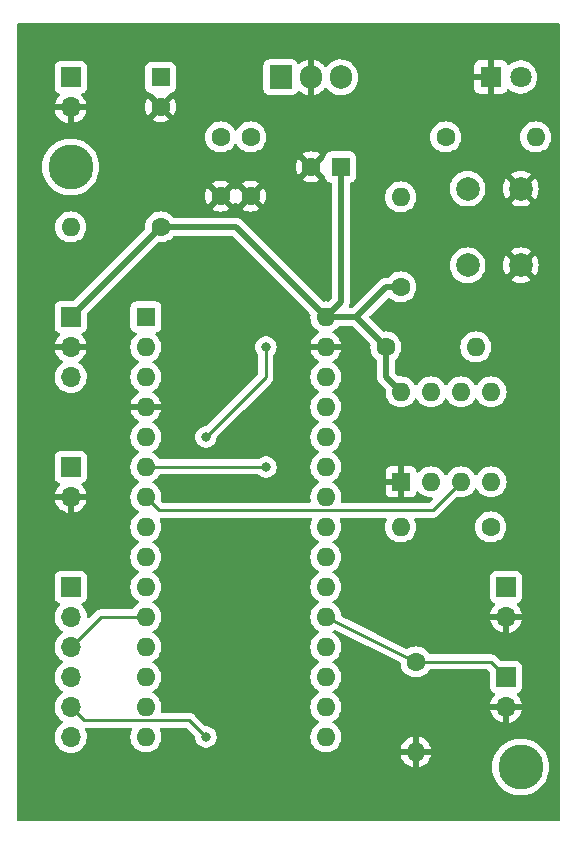
<source format=gbr>
%TF.GenerationSoftware,KiCad,Pcbnew,(6.0.9)*%
%TF.CreationDate,2023-06-07T19:24:55+02:00*%
%TF.ProjectId,PCB_Complet,5043425f-436f-46d7-906c-65742e6b6963,rev?*%
%TF.SameCoordinates,Original*%
%TF.FileFunction,Copper,L2,Bot*%
%TF.FilePolarity,Positive*%
%FSLAX46Y46*%
G04 Gerber Fmt 4.6, Leading zero omitted, Abs format (unit mm)*
G04 Created by KiCad (PCBNEW (6.0.9)) date 2023-06-07 19:24:55*
%MOMM*%
%LPD*%
G01*
G04 APERTURE LIST*
%TA.AperFunction,ComponentPad*%
%ADD10C,3.800000*%
%TD*%
%TA.AperFunction,ComponentPad*%
%ADD11R,1.600000X1.600000*%
%TD*%
%TA.AperFunction,ComponentPad*%
%ADD12C,1.600000*%
%TD*%
%TA.AperFunction,ComponentPad*%
%ADD13R,1.700000X1.700000*%
%TD*%
%TA.AperFunction,ComponentPad*%
%ADD14O,1.700000X1.700000*%
%TD*%
%TA.AperFunction,ComponentPad*%
%ADD15O,1.600000X1.600000*%
%TD*%
%TA.AperFunction,ComponentPad*%
%ADD16C,2.000000*%
%TD*%
%TA.AperFunction,ComponentPad*%
%ADD17R,1.905000X2.000000*%
%TD*%
%TA.AperFunction,ComponentPad*%
%ADD18O,1.905000X2.000000*%
%TD*%
%TA.AperFunction,ComponentPad*%
%ADD19R,1.800000X1.800000*%
%TD*%
%TA.AperFunction,ComponentPad*%
%ADD20C,1.800000*%
%TD*%
%TA.AperFunction,ViaPad*%
%ADD21C,0.800000*%
%TD*%
%TA.AperFunction,Conductor*%
%ADD22C,0.250000*%
%TD*%
%TA.AperFunction,Conductor*%
%ADD23C,0.500000*%
%TD*%
G04 APERTURE END LIST*
D10*
%TO.P,M2,1*%
%TO.N,N/C*%
X87610000Y-73660000D03*
%TD*%
%TO.P,M2,1*%
%TO.N,N/C*%
X125710000Y-124460000D03*
%TD*%
D11*
%TO.P,C1,1*%
%TO.N,Net-(C1-Pad1)*%
X95230000Y-66070000D03*
D12*
%TO.P,C1,2*%
%TO.N,GND*%
X95230000Y-68570000D03*
%TD*%
D13*
%TO.P,J6,1,Pin_1*%
%TO.N,Net-(J6-Pad1)*%
X124460000Y-109220000D03*
D14*
%TO.P,J6,2,Pin_2*%
%TO.N,GND*%
X124460000Y-111760000D03*
%TD*%
D12*
%TO.P,C4,1*%
%TO.N,Net-(C1-Pad1)*%
X100310000Y-71120000D03*
%TO.P,C4,2*%
%TO.N,GND*%
X100310000Y-76120000D03*
%TD*%
%TO.P,R3,1*%
%TO.N,/U_Sonde*%
X116840000Y-115570000D03*
D15*
%TO.P,R3,2*%
%TO.N,GND*%
X116840000Y-123190000D03*
%TD*%
D16*
%TO.P,SW1,1,1*%
%TO.N,GND*%
X125710000Y-75490000D03*
X125710000Y-81990000D03*
%TO.P,SW1,2,2*%
%TO.N,Net-(A1-Pad8)*%
X121210000Y-75490000D03*
X121210000Y-81990000D03*
%TD*%
D12*
%TO.P,R4,1*%
%TO.N,+5V*%
X123170000Y-104140000D03*
D15*
%TO.P,R4,2*%
%TO.N,Pulse Trig*%
X115550000Y-104140000D03*
%TD*%
D17*
%TO.P,U1,1,VI*%
%TO.N,Net-(C1-Pad1)*%
X105390000Y-66070000D03*
D18*
%TO.P,U1,2,GND*%
%TO.N,GND*%
X107930000Y-66070000D03*
%TO.P,U1,3,VO*%
%TO.N,+5V*%
X110470000Y-66070000D03*
%TD*%
D12*
%TO.P,R6,1*%
%TO.N,+5V*%
X95230000Y-78740000D03*
D15*
%TO.P,R6,2*%
%TO.N,/DATA*%
X87610000Y-78740000D03*
%TD*%
D12*
%TO.P,R2,1*%
%TO.N,Net-(A1-Pad9)*%
X119360000Y-71120000D03*
D15*
%TO.P,R2,2*%
%TO.N,Net-(D1-Pad2)*%
X126980000Y-71120000D03*
%TD*%
D12*
%TO.P,C2,1*%
%TO.N,+5V*%
X102850000Y-71120000D03*
%TO.P,C2,2*%
%TO.N,GND*%
X102850000Y-76120000D03*
%TD*%
D13*
%TO.P,J3,1,Pin_1*%
%TO.N,+5V*%
X87610000Y-99060000D03*
D14*
%TO.P,J3,2,Pin_2*%
%TO.N,GND*%
X87610000Y-101600000D03*
%TD*%
D11*
%TO.P,C3,1*%
%TO.N,+5V*%
X110470000Y-73660000D03*
D12*
%TO.P,C3,2*%
%TO.N,GND*%
X107970000Y-73660000D03*
%TD*%
%TO.P,R1,1*%
%TO.N,+5V*%
X115550000Y-83820000D03*
D15*
%TO.P,R1,2*%
%TO.N,Net-(A1-Pad8)*%
X115550000Y-76200000D03*
%TD*%
D13*
%TO.P,J4,1,Pin_1*%
%TO.N,/BUSY-D7*%
X87610000Y-109220000D03*
D14*
%TO.P,J4,2,Pin_2*%
%TO.N,/RST-D9*%
X87610000Y-111760000D03*
%TO.P,J4,3,Pin_3*%
%TO.N,/DC-D8*%
X87610000Y-114300000D03*
%TO.P,J4,4,Pin_4*%
%TO.N,/CS-D10*%
X87610000Y-116840000D03*
%TO.P,J4,5,Pin_5*%
%TO.N,/CLK-SCK{slash}D13*%
X87610000Y-119380000D03*
%TO.P,J4,6,Pin_6*%
%TO.N,/DIN-MOSI{slash}D11*%
X87610000Y-121920000D03*
%TD*%
D11*
%TO.P,U2,1,GND*%
%TO.N,GND*%
X115580000Y-100320000D03*
D15*
%TO.P,U2,2,TR*%
%TO.N,Pulse Trig*%
X118120000Y-100320000D03*
%TO.P,U2,3,Q*%
%TO.N,Out*%
X120660000Y-100320000D03*
%TO.P,U2,4,R*%
%TO.N,+5V*%
X123200000Y-100320000D03*
%TO.P,U2,5,CV*%
%TO.N,unconnected-(U2-Pad5)*%
X123200000Y-92700000D03*
%TO.P,U2,6,THR*%
%TO.N,Net-(J6-Pad1)*%
X120660000Y-92700000D03*
%TO.P,U2,7,DIS*%
X118120000Y-92700000D03*
%TO.P,U2,8,VCC*%
%TO.N,+5V*%
X115580000Y-92700000D03*
%TD*%
D11*
%TO.P,A1,1,TX1*%
%TO.N,unconnected-(A1-Pad1)*%
X93980000Y-86360000D03*
D15*
%TO.P,A1,2,RX1*%
%TO.N,unconnected-(A1-Pad2)*%
X93980000Y-88900000D03*
%TO.P,A1,3,~{RESET}*%
%TO.N,unconnected-(A1-Pad3)*%
X93980000Y-91440000D03*
%TO.P,A1,4,GND*%
%TO.N,GND*%
X93980000Y-93980000D03*
%TO.P,A1,5,D2*%
%TO.N,/DATA*%
X93980000Y-96520000D03*
%TO.P,A1,6,D3*%
%TO.N,Pulse Trig*%
X93980000Y-99060000D03*
%TO.P,A1,7,D4*%
%TO.N,Out*%
X93980000Y-101600000D03*
%TO.P,A1,8,D5*%
%TO.N,Net-(A1-Pad8)*%
X93980000Y-104140000D03*
%TO.P,A1,9,D6*%
%TO.N,Net-(A1-Pad9)*%
X93980000Y-106680000D03*
%TO.P,A1,10,D7*%
%TO.N,/BUSY-D7*%
X93980000Y-109220000D03*
%TO.P,A1,11,D8*%
%TO.N,/DC-D8*%
X93980000Y-111760000D03*
%TO.P,A1,12,D9*%
%TO.N,/RST-D9*%
X93980000Y-114300000D03*
%TO.P,A1,13,D10*%
%TO.N,/CS-D10*%
X93980000Y-116840000D03*
%TO.P,A1,14,MOSI*%
%TO.N,/DIN-MOSI{slash}D11*%
X93980000Y-119380000D03*
%TO.P,A1,15,MISO*%
%TO.N,unconnected-(A1-Pad15)*%
X93980000Y-121920000D03*
%TO.P,A1,16,SCK*%
%TO.N,/CLK-SCK{slash}D13*%
X109220000Y-121920000D03*
%TO.P,A1,17,3V3*%
%TO.N,unconnected-(A1-Pad17)*%
X109220000Y-119380000D03*
%TO.P,A1,18,AREF*%
%TO.N,unconnected-(A1-Pad18)*%
X109220000Y-116840000D03*
%TO.P,A1,19,A0*%
%TO.N,unconnected-(A1-Pad19)*%
X109220000Y-114300000D03*
%TO.P,A1,20,A1*%
%TO.N,/U_Sonde*%
X109220000Y-111760000D03*
%TO.P,A1,21,A2*%
%TO.N,unconnected-(A1-Pad21)*%
X109220000Y-109220000D03*
%TO.P,A1,22,A3*%
%TO.N,unconnected-(A1-Pad22)*%
X109220000Y-106680000D03*
%TO.P,A1,23,SDA/A4*%
%TO.N,unconnected-(A1-Pad23)*%
X109220000Y-104140000D03*
%TO.P,A1,24,SCL/A5*%
%TO.N,unconnected-(A1-Pad24)*%
X109220000Y-101600000D03*
%TO.P,A1,25,A6*%
%TO.N,unconnected-(A1-Pad25)*%
X109220000Y-99060000D03*
%TO.P,A1,26,A7*%
%TO.N,unconnected-(A1-Pad26)*%
X109220000Y-96520000D03*
%TO.P,A1,27,+5V*%
%TO.N,unconnected-(A1-Pad27)*%
X109220000Y-93980000D03*
%TO.P,A1,28,~{RESET}*%
%TO.N,unconnected-(A1-Pad28)*%
X109220000Y-91440000D03*
%TO.P,A1,29,GND*%
%TO.N,GND*%
X109220000Y-88900000D03*
%TO.P,A1,30,VIN*%
%TO.N,+5V*%
X109220000Y-86360000D03*
%TD*%
D13*
%TO.P,J2,1,Pin_1*%
%TO.N,+5V*%
X87610000Y-86360000D03*
D14*
%TO.P,J2,2,Pin_2*%
%TO.N,GND*%
X87610000Y-88900000D03*
%TO.P,J2,3,Pin_3*%
%TO.N,/DATA*%
X87610000Y-91440000D03*
%TD*%
D13*
%TO.P,J1,1,Pin_1*%
%TO.N,Net-(C1-Pad1)*%
X87610000Y-66070000D03*
D14*
%TO.P,J1,2,Pin_2*%
%TO.N,GND*%
X87610000Y-68610000D03*
%TD*%
D13*
%TO.P,J5,1,Pin_1*%
%TO.N,/U_Sonde*%
X124460000Y-116840000D03*
D14*
%TO.P,J5,2,Pin_2*%
%TO.N,GND*%
X124460000Y-119380000D03*
%TD*%
D12*
%TO.P,R5,1*%
%TO.N,+5V*%
X114300000Y-88900000D03*
D15*
%TO.P,R5,2*%
%TO.N,Net-(J6-Pad1)*%
X121920000Y-88900000D03*
%TD*%
D19*
%TO.P,D1,1,K*%
%TO.N,GND*%
X123170000Y-66040000D03*
D20*
%TO.P,D1,2,A*%
%TO.N,Net-(D1-Pad2)*%
X125710000Y-66040000D03*
%TD*%
D21*
%TO.N,Pulse Trig*%
X104140000Y-99060000D03*
%TO.N,Net-(A1-Pad8)*%
X99060000Y-96520000D03*
X99060000Y-96520000D03*
X104140000Y-88900000D03*
%TO.N,/CLK-SCK{slash}D13*%
X99060000Y-121920000D03*
%TD*%
D22*
%TO.N,Pulse Trig*%
X104140000Y-99060000D02*
X93980000Y-99060000D01*
%TO.N,Out*%
X118255000Y-102725000D02*
X120660000Y-100320000D01*
X93980000Y-101600000D02*
X95105000Y-102725000D01*
X95105000Y-102725000D02*
X118255000Y-102725000D01*
%TO.N,Net-(A1-Pad8)*%
X99060000Y-96520000D02*
X104140000Y-91440000D01*
X104140000Y-91440000D02*
X104140000Y-88900000D01*
%TO.N,/DC-D8*%
X87610000Y-114300000D02*
X90150000Y-111760000D01*
X90150000Y-111760000D02*
X93980000Y-111760000D01*
%TO.N,/CLK-SCK{slash}D13*%
X88735000Y-120505000D02*
X97645000Y-120505000D01*
X87610000Y-119380000D02*
X88735000Y-120505000D01*
X97645000Y-120505000D02*
X99060000Y-121920000D01*
%TO.N,/U_Sonde*%
X123190000Y-115570000D02*
X124460000Y-116840000D01*
X116840000Y-115570000D02*
X123190000Y-115570000D01*
X109220000Y-111760000D02*
X116840000Y-115570000D01*
D23*
%TO.N,+5V*%
X111760000Y-86360000D02*
X114300000Y-88900000D01*
X114300000Y-83820000D02*
X115550000Y-83820000D01*
X95230000Y-78740000D02*
X87610000Y-86360000D01*
X110470000Y-73660000D02*
X110470000Y-85110000D01*
X95230000Y-78740000D02*
X101600000Y-78740000D01*
X114300000Y-91420000D02*
X115580000Y-92700000D01*
X110470000Y-85110000D02*
X109220000Y-86360000D01*
X101600000Y-78740000D02*
X109220000Y-86360000D01*
X114300000Y-88900000D02*
X114300000Y-91420000D01*
X111760000Y-86360000D02*
X114300000Y-83820000D01*
X109220000Y-86360000D02*
X111760000Y-86360000D01*
%TD*%
%TA.AperFunction,Conductor*%
%TO.N,GND*%
G36*
X128973621Y-61488502D02*
G01*
X129020114Y-61542158D01*
X129031500Y-61594500D01*
X129031500Y-128905500D01*
X129011498Y-128973621D01*
X128957842Y-129020114D01*
X128905500Y-129031500D01*
X83164500Y-129031500D01*
X83096379Y-129011498D01*
X83049886Y-128957842D01*
X83038500Y-128905500D01*
X83038500Y-123456522D01*
X115557273Y-123456522D01*
X115604764Y-123633761D01*
X115608510Y-123644053D01*
X115700586Y-123841511D01*
X115706069Y-123851007D01*
X115831028Y-124029467D01*
X115838084Y-124037875D01*
X115992125Y-124191916D01*
X116000533Y-124198972D01*
X116178993Y-124323931D01*
X116188489Y-124329414D01*
X116385947Y-124421490D01*
X116396239Y-124425236D01*
X116568503Y-124471394D01*
X116582599Y-124471058D01*
X116586000Y-124463116D01*
X116586000Y-124457967D01*
X117094000Y-124457967D01*
X117097973Y-124471498D01*
X117106522Y-124472727D01*
X117154020Y-124460000D01*
X123296738Y-124460000D01*
X123315767Y-124762462D01*
X123372555Y-125060154D01*
X123466206Y-125348381D01*
X123595242Y-125622598D01*
X123757630Y-125878480D01*
X123950808Y-126111992D01*
X124171729Y-126319450D01*
X124416910Y-126497584D01*
X124682483Y-126643585D01*
X124686152Y-126645038D01*
X124686157Y-126645040D01*
X124960591Y-126753696D01*
X124964261Y-126755149D01*
X125257800Y-126830516D01*
X125558470Y-126868500D01*
X125861530Y-126868500D01*
X126162200Y-126830516D01*
X126455739Y-126755149D01*
X126459409Y-126753696D01*
X126733843Y-126645040D01*
X126733848Y-126645038D01*
X126737517Y-126643585D01*
X127003090Y-126497584D01*
X127248271Y-126319450D01*
X127469192Y-126111992D01*
X127662370Y-125878480D01*
X127824758Y-125622598D01*
X127953794Y-125348381D01*
X128047445Y-125060154D01*
X128104233Y-124762462D01*
X128123262Y-124460000D01*
X128104233Y-124157538D01*
X128047445Y-123859846D01*
X127953794Y-123571619D01*
X127824758Y-123297402D01*
X127662370Y-123041520D01*
X127658327Y-123036632D01*
X127572697Y-122933124D01*
X127469192Y-122808008D01*
X127248271Y-122600550D01*
X127221717Y-122581257D01*
X127157520Y-122534616D01*
X127003090Y-122422416D01*
X126992979Y-122416857D01*
X126740986Y-122278322D01*
X126740985Y-122278321D01*
X126737517Y-122276415D01*
X126733848Y-122274962D01*
X126733843Y-122274960D01*
X126459409Y-122166304D01*
X126459408Y-122166304D01*
X126455739Y-122164851D01*
X126162200Y-122089484D01*
X125861530Y-122051500D01*
X125558470Y-122051500D01*
X125257800Y-122089484D01*
X124964261Y-122164851D01*
X124960592Y-122166304D01*
X124960591Y-122166304D01*
X124686157Y-122274960D01*
X124686152Y-122274962D01*
X124682483Y-122276415D01*
X124679015Y-122278321D01*
X124679014Y-122278322D01*
X124427022Y-122416857D01*
X124416910Y-122422416D01*
X124262480Y-122534616D01*
X124198284Y-122581257D01*
X124171729Y-122600550D01*
X123950808Y-122808008D01*
X123847303Y-122933124D01*
X123761674Y-123036632D01*
X123757630Y-123041520D01*
X123595242Y-123297402D01*
X123466206Y-123571619D01*
X123372555Y-123859846D01*
X123315767Y-124157538D01*
X123296738Y-124460000D01*
X117154020Y-124460000D01*
X117283761Y-124425236D01*
X117294053Y-124421490D01*
X117491511Y-124329414D01*
X117501007Y-124323931D01*
X117679467Y-124198972D01*
X117687875Y-124191916D01*
X117841916Y-124037875D01*
X117848972Y-124029467D01*
X117973931Y-123851007D01*
X117979414Y-123841511D01*
X118071490Y-123644053D01*
X118075236Y-123633761D01*
X118121394Y-123461497D01*
X118121058Y-123447401D01*
X118113116Y-123444000D01*
X117112115Y-123444000D01*
X117096876Y-123448475D01*
X117095671Y-123449865D01*
X117094000Y-123457548D01*
X117094000Y-124457967D01*
X116586000Y-124457967D01*
X116586000Y-123462115D01*
X116581525Y-123446876D01*
X116580135Y-123445671D01*
X116572452Y-123444000D01*
X115572033Y-123444000D01*
X115558502Y-123447973D01*
X115557273Y-123456522D01*
X83038500Y-123456522D01*
X83038500Y-121886695D01*
X86247251Y-121886695D01*
X86247548Y-121891848D01*
X86247548Y-121891851D01*
X86259000Y-122090469D01*
X86260110Y-122109715D01*
X86261247Y-122114761D01*
X86261248Y-122114767D01*
X86272863Y-122166304D01*
X86309222Y-122327639D01*
X86393266Y-122534616D01*
X86395965Y-122539020D01*
X86503072Y-122713803D01*
X86509987Y-122725088D01*
X86656250Y-122893938D01*
X86828126Y-123036632D01*
X87021000Y-123149338D01*
X87025825Y-123151180D01*
X87025826Y-123151181D01*
X87098612Y-123178975D01*
X87229692Y-123229030D01*
X87234760Y-123230061D01*
X87234763Y-123230062D01*
X87342017Y-123251883D01*
X87448597Y-123273567D01*
X87453772Y-123273757D01*
X87453774Y-123273757D01*
X87666673Y-123281564D01*
X87666677Y-123281564D01*
X87671837Y-123281753D01*
X87676957Y-123281097D01*
X87676959Y-123281097D01*
X87888288Y-123254025D01*
X87888289Y-123254025D01*
X87893416Y-123253368D01*
X87959646Y-123233498D01*
X88102429Y-123190661D01*
X88102434Y-123190659D01*
X88107384Y-123189174D01*
X88307994Y-123090896D01*
X88489860Y-122961173D01*
X88521788Y-122929357D01*
X88644435Y-122807137D01*
X88648096Y-122803489D01*
X88657670Y-122790166D01*
X88775435Y-122626277D01*
X88778453Y-122622077D01*
X88787753Y-122603261D01*
X88875136Y-122426453D01*
X88875137Y-122426451D01*
X88877430Y-122421811D01*
X88942370Y-122208069D01*
X88971529Y-121986590D01*
X88972307Y-121954764D01*
X88973074Y-121923365D01*
X88973074Y-121923361D01*
X88973156Y-121920000D01*
X88954852Y-121697361D01*
X88900431Y-121480702D01*
X88828269Y-121314741D01*
X88819449Y-121244296D01*
X88850116Y-121180264D01*
X88910532Y-121142976D01*
X88943819Y-121138500D01*
X92702869Y-121138500D01*
X92770990Y-121158502D01*
X92817483Y-121212158D01*
X92827587Y-121282432D01*
X92817064Y-121317749D01*
X92745716Y-121470757D01*
X92744294Y-121476065D01*
X92744293Y-121476067D01*
X92692407Y-121669707D01*
X92686457Y-121691913D01*
X92666502Y-121920000D01*
X92686457Y-122148087D01*
X92687881Y-122153400D01*
X92687881Y-122153402D01*
X92740703Y-122350533D01*
X92745716Y-122369243D01*
X92748039Y-122374224D01*
X92748039Y-122374225D01*
X92840151Y-122571762D01*
X92840154Y-122571767D01*
X92842477Y-122576749D01*
X92861041Y-122603261D01*
X92961156Y-122746239D01*
X92973802Y-122764300D01*
X93135700Y-122926198D01*
X93140208Y-122929355D01*
X93140211Y-122929357D01*
X93180445Y-122957529D01*
X93323251Y-123057523D01*
X93328233Y-123059846D01*
X93328238Y-123059849D01*
X93525775Y-123151961D01*
X93530757Y-123154284D01*
X93536065Y-123155706D01*
X93536067Y-123155707D01*
X93746598Y-123212119D01*
X93746600Y-123212119D01*
X93751913Y-123213543D01*
X93980000Y-123233498D01*
X94208087Y-123213543D01*
X94213400Y-123212119D01*
X94213402Y-123212119D01*
X94423933Y-123155707D01*
X94423935Y-123155706D01*
X94429243Y-123154284D01*
X94434225Y-123151961D01*
X94631762Y-123059849D01*
X94631767Y-123059846D01*
X94636749Y-123057523D01*
X94779555Y-122957529D01*
X94819789Y-122929357D01*
X94819792Y-122929355D01*
X94824300Y-122926198D01*
X94986198Y-122764300D01*
X94998845Y-122746239D01*
X95098959Y-122603261D01*
X95117523Y-122576749D01*
X95119846Y-122571767D01*
X95119849Y-122571762D01*
X95211961Y-122374225D01*
X95211961Y-122374224D01*
X95214284Y-122369243D01*
X95219298Y-122350533D01*
X95272119Y-122153402D01*
X95272119Y-122153400D01*
X95273543Y-122148087D01*
X95293498Y-121920000D01*
X95273543Y-121691913D01*
X95267593Y-121669707D01*
X95215707Y-121476067D01*
X95215706Y-121476065D01*
X95214284Y-121470757D01*
X95142936Y-121317750D01*
X95132275Y-121247558D01*
X95161255Y-121182745D01*
X95220675Y-121143889D01*
X95257131Y-121138500D01*
X97330406Y-121138500D01*
X97398527Y-121158502D01*
X97419501Y-121175405D01*
X98112878Y-121868782D01*
X98146904Y-121931094D01*
X98149092Y-121944703D01*
X98166458Y-122109928D01*
X98225473Y-122291556D01*
X98228776Y-122297278D01*
X98228777Y-122297279D01*
X98249069Y-122332425D01*
X98320960Y-122456944D01*
X98448747Y-122598866D01*
X98603248Y-122711118D01*
X98609276Y-122713802D01*
X98609278Y-122713803D01*
X98634625Y-122725088D01*
X98777712Y-122788794D01*
X98855352Y-122805297D01*
X98958056Y-122827128D01*
X98958061Y-122827128D01*
X98964513Y-122828500D01*
X99155487Y-122828500D01*
X99161939Y-122827128D01*
X99161944Y-122827128D01*
X99264648Y-122805297D01*
X99342288Y-122788794D01*
X99485375Y-122725088D01*
X99510722Y-122713803D01*
X99510724Y-122713802D01*
X99516752Y-122711118D01*
X99671253Y-122598866D01*
X99799040Y-122456944D01*
X99870931Y-122332425D01*
X99891223Y-122297279D01*
X99891224Y-122297278D01*
X99894527Y-122291556D01*
X99953542Y-122109928D01*
X99966157Y-121989908D01*
X99972814Y-121926565D01*
X99973504Y-121920000D01*
X99953542Y-121730072D01*
X99894527Y-121548444D01*
X99799040Y-121383056D01*
X99702503Y-121275840D01*
X99675675Y-121246045D01*
X99675674Y-121246044D01*
X99671253Y-121241134D01*
X99536151Y-121142976D01*
X99522094Y-121132763D01*
X99522093Y-121132762D01*
X99516752Y-121128882D01*
X99510724Y-121126198D01*
X99510722Y-121126197D01*
X99348319Y-121053891D01*
X99348318Y-121053891D01*
X99342288Y-121051206D01*
X99248888Y-121031353D01*
X99161944Y-121012872D01*
X99161939Y-121012872D01*
X99155487Y-121011500D01*
X99099595Y-121011500D01*
X99031474Y-120991498D01*
X99010500Y-120974595D01*
X98148652Y-120112747D01*
X98141112Y-120104461D01*
X98137000Y-120097982D01*
X98087348Y-120051356D01*
X98084507Y-120048602D01*
X98064770Y-120028865D01*
X98061573Y-120026385D01*
X98052551Y-120018680D01*
X98031615Y-119999020D01*
X98020321Y-119988414D01*
X98013375Y-119984595D01*
X98013372Y-119984593D01*
X98002566Y-119978652D01*
X97986047Y-119967801D01*
X97985583Y-119967441D01*
X97970041Y-119955386D01*
X97962772Y-119952241D01*
X97962768Y-119952238D01*
X97929463Y-119937826D01*
X97918813Y-119932609D01*
X97880060Y-119911305D01*
X97860437Y-119906267D01*
X97841734Y-119899863D01*
X97830420Y-119894967D01*
X97830419Y-119894967D01*
X97823145Y-119891819D01*
X97815322Y-119890580D01*
X97815312Y-119890577D01*
X97779476Y-119884901D01*
X97767856Y-119882495D01*
X97732711Y-119873472D01*
X97732710Y-119873472D01*
X97725030Y-119871500D01*
X97704776Y-119871500D01*
X97685065Y-119869949D01*
X97672886Y-119868020D01*
X97665057Y-119866780D01*
X97657165Y-119867526D01*
X97621039Y-119870941D01*
X97609181Y-119871500D01*
X95367168Y-119871500D01*
X95299047Y-119851498D01*
X95252554Y-119797842D01*
X95242450Y-119727568D01*
X95245461Y-119712888D01*
X95256144Y-119673019D01*
X95273543Y-119608087D01*
X95293498Y-119380000D01*
X95273543Y-119151913D01*
X95266600Y-119126000D01*
X95215707Y-118936067D01*
X95215706Y-118936065D01*
X95214284Y-118930757D01*
X95125713Y-118740814D01*
X95119849Y-118728238D01*
X95119846Y-118728233D01*
X95117523Y-118723251D01*
X94998260Y-118552926D01*
X94989357Y-118540211D01*
X94989355Y-118540208D01*
X94986198Y-118535700D01*
X94824300Y-118373802D01*
X94819792Y-118370645D01*
X94819789Y-118370643D01*
X94710230Y-118293929D01*
X94636749Y-118242477D01*
X94631767Y-118240154D01*
X94631762Y-118240151D01*
X94597543Y-118224195D01*
X94544258Y-118177278D01*
X94524797Y-118109001D01*
X94545339Y-118041041D01*
X94597543Y-117995805D01*
X94631762Y-117979849D01*
X94631767Y-117979846D01*
X94636749Y-117977523D01*
X94779555Y-117877529D01*
X94819789Y-117849357D01*
X94819792Y-117849355D01*
X94824300Y-117846198D01*
X94986198Y-117684300D01*
X95010923Y-117648990D01*
X95114366Y-117501257D01*
X95117523Y-117496749D01*
X95119846Y-117491767D01*
X95119849Y-117491762D01*
X95211961Y-117294225D01*
X95211961Y-117294224D01*
X95214284Y-117289243D01*
X95224150Y-117252425D01*
X95272119Y-117073402D01*
X95272119Y-117073400D01*
X95273543Y-117068087D01*
X95293498Y-116840000D01*
X95273543Y-116611913D01*
X95267593Y-116589707D01*
X95215707Y-116396067D01*
X95215706Y-116396065D01*
X95214284Y-116390757D01*
X95211961Y-116385775D01*
X95119849Y-116188238D01*
X95119846Y-116188233D01*
X95117523Y-116183251D01*
X95044098Y-116078389D01*
X94989357Y-116000211D01*
X94989355Y-116000208D01*
X94986198Y-115995700D01*
X94824300Y-115833802D01*
X94819792Y-115830645D01*
X94819789Y-115830643D01*
X94684780Y-115736109D01*
X94636749Y-115702477D01*
X94631767Y-115700154D01*
X94631762Y-115700151D01*
X94597543Y-115684195D01*
X94544258Y-115637278D01*
X94524797Y-115569001D01*
X94545339Y-115501041D01*
X94597543Y-115455805D01*
X94631762Y-115439849D01*
X94631767Y-115439846D01*
X94636749Y-115437523D01*
X94779555Y-115337529D01*
X94819789Y-115309357D01*
X94819792Y-115309355D01*
X94824300Y-115306198D01*
X94986198Y-115144300D01*
X95010923Y-115108990D01*
X95064271Y-115032801D01*
X95117523Y-114956749D01*
X95119846Y-114951767D01*
X95119849Y-114951762D01*
X95211961Y-114754225D01*
X95211961Y-114754224D01*
X95214284Y-114749243D01*
X95220593Y-114725700D01*
X95272119Y-114533402D01*
X95272119Y-114533400D01*
X95273543Y-114528087D01*
X95293498Y-114300000D01*
X95273543Y-114071913D01*
X95267593Y-114049707D01*
X95215707Y-113856067D01*
X95215706Y-113856065D01*
X95214284Y-113850757D01*
X95202092Y-113824610D01*
X95119849Y-113648238D01*
X95119846Y-113648233D01*
X95117523Y-113643251D01*
X94986198Y-113455700D01*
X94824300Y-113293802D01*
X94819792Y-113290645D01*
X94819789Y-113290643D01*
X94741611Y-113235902D01*
X94636749Y-113162477D01*
X94631767Y-113160154D01*
X94631762Y-113160151D01*
X94597543Y-113144195D01*
X94544258Y-113097278D01*
X94524797Y-113029001D01*
X94545339Y-112961041D01*
X94597543Y-112915805D01*
X94631762Y-112899849D01*
X94631767Y-112899846D01*
X94636749Y-112897523D01*
X94741611Y-112824098D01*
X94819789Y-112769357D01*
X94819792Y-112769355D01*
X94824300Y-112766198D01*
X94986198Y-112604300D01*
X95010923Y-112568990D01*
X95083023Y-112466020D01*
X95117523Y-112416749D01*
X95119846Y-112411767D01*
X95119849Y-112411762D01*
X95211961Y-112214225D01*
X95211961Y-112214224D01*
X95214284Y-112209243D01*
X95224150Y-112172425D01*
X95272119Y-111993402D01*
X95272119Y-111993400D01*
X95273543Y-111988087D01*
X95293498Y-111760000D01*
X95273543Y-111531913D01*
X95266600Y-111506000D01*
X95215707Y-111316067D01*
X95215706Y-111316065D01*
X95214284Y-111310757D01*
X95202092Y-111284610D01*
X95119849Y-111108238D01*
X95119846Y-111108233D01*
X95117523Y-111103251D01*
X94998260Y-110932926D01*
X94989357Y-110920211D01*
X94989355Y-110920208D01*
X94986198Y-110915700D01*
X94824300Y-110753802D01*
X94819792Y-110750645D01*
X94819789Y-110750643D01*
X94709957Y-110673738D01*
X94636749Y-110622477D01*
X94631767Y-110620154D01*
X94631762Y-110620151D01*
X94597543Y-110604195D01*
X94544258Y-110557278D01*
X94524797Y-110489001D01*
X94545339Y-110421041D01*
X94597543Y-110375805D01*
X94631762Y-110359849D01*
X94631767Y-110359846D01*
X94636749Y-110357523D01*
X94741611Y-110284098D01*
X94819789Y-110229357D01*
X94819792Y-110229355D01*
X94824300Y-110226198D01*
X94986198Y-110064300D01*
X95117523Y-109876749D01*
X95119846Y-109871767D01*
X95119849Y-109871762D01*
X95211961Y-109674225D01*
X95211961Y-109674224D01*
X95214284Y-109669243D01*
X95273543Y-109448087D01*
X95293498Y-109220000D01*
X95273543Y-108991913D01*
X95214284Y-108770757D01*
X95211961Y-108765775D01*
X95119849Y-108568238D01*
X95119846Y-108568233D01*
X95117523Y-108563251D01*
X94986198Y-108375700D01*
X94824300Y-108213802D01*
X94819792Y-108210645D01*
X94819789Y-108210643D01*
X94684780Y-108116109D01*
X94636749Y-108082477D01*
X94631767Y-108080154D01*
X94631762Y-108080151D01*
X94597543Y-108064195D01*
X94544258Y-108017278D01*
X94524797Y-107949001D01*
X94545339Y-107881041D01*
X94597543Y-107835805D01*
X94631762Y-107819849D01*
X94631767Y-107819846D01*
X94636749Y-107817523D01*
X94741611Y-107744098D01*
X94819789Y-107689357D01*
X94819792Y-107689355D01*
X94824300Y-107686198D01*
X94986198Y-107524300D01*
X95117523Y-107336749D01*
X95119846Y-107331767D01*
X95119849Y-107331762D01*
X95211961Y-107134225D01*
X95211961Y-107134224D01*
X95214284Y-107129243D01*
X95273543Y-106908087D01*
X95293498Y-106680000D01*
X95273543Y-106451913D01*
X95214284Y-106230757D01*
X95211961Y-106225775D01*
X95119849Y-106028238D01*
X95119846Y-106028233D01*
X95117523Y-106023251D01*
X94986198Y-105835700D01*
X94824300Y-105673802D01*
X94819792Y-105670645D01*
X94819789Y-105670643D01*
X94741611Y-105615902D01*
X94636749Y-105542477D01*
X94631767Y-105540154D01*
X94631762Y-105540151D01*
X94597543Y-105524195D01*
X94544258Y-105477278D01*
X94524797Y-105409001D01*
X94545339Y-105341041D01*
X94597543Y-105295805D01*
X94631762Y-105279849D01*
X94631767Y-105279846D01*
X94636749Y-105277523D01*
X94741611Y-105204098D01*
X94819789Y-105149357D01*
X94819792Y-105149355D01*
X94824300Y-105146198D01*
X94986198Y-104984300D01*
X95117523Y-104796749D01*
X95119846Y-104791767D01*
X95119849Y-104791762D01*
X95211961Y-104594225D01*
X95211961Y-104594224D01*
X95214284Y-104589243D01*
X95273543Y-104368087D01*
X95293498Y-104140000D01*
X95273543Y-103911913D01*
X95214284Y-103690757D01*
X95142936Y-103537750D01*
X95132275Y-103467558D01*
X95161255Y-103402745D01*
X95220675Y-103363889D01*
X95257131Y-103358500D01*
X107942869Y-103358500D01*
X108010990Y-103378502D01*
X108057483Y-103432158D01*
X108067587Y-103502432D01*
X108057064Y-103537749D01*
X107985716Y-103690757D01*
X107926457Y-103911913D01*
X107906502Y-104140000D01*
X107926457Y-104368087D01*
X107985716Y-104589243D01*
X107988039Y-104594224D01*
X107988039Y-104594225D01*
X108080151Y-104791762D01*
X108080154Y-104791767D01*
X108082477Y-104796749D01*
X108213802Y-104984300D01*
X108375700Y-105146198D01*
X108380208Y-105149355D01*
X108380211Y-105149357D01*
X108458389Y-105204098D01*
X108563251Y-105277523D01*
X108568233Y-105279846D01*
X108568238Y-105279849D01*
X108602457Y-105295805D01*
X108655742Y-105342722D01*
X108675203Y-105410999D01*
X108654661Y-105478959D01*
X108602457Y-105524195D01*
X108568238Y-105540151D01*
X108568233Y-105540154D01*
X108563251Y-105542477D01*
X108458389Y-105615902D01*
X108380211Y-105670643D01*
X108380208Y-105670645D01*
X108375700Y-105673802D01*
X108213802Y-105835700D01*
X108082477Y-106023251D01*
X108080154Y-106028233D01*
X108080151Y-106028238D01*
X107988039Y-106225775D01*
X107985716Y-106230757D01*
X107926457Y-106451913D01*
X107906502Y-106680000D01*
X107926457Y-106908087D01*
X107985716Y-107129243D01*
X107988039Y-107134224D01*
X107988039Y-107134225D01*
X108080151Y-107331762D01*
X108080154Y-107331767D01*
X108082477Y-107336749D01*
X108213802Y-107524300D01*
X108375700Y-107686198D01*
X108380208Y-107689355D01*
X108380211Y-107689357D01*
X108458389Y-107744098D01*
X108563251Y-107817523D01*
X108568233Y-107819846D01*
X108568238Y-107819849D01*
X108602457Y-107835805D01*
X108655742Y-107882722D01*
X108675203Y-107950999D01*
X108654661Y-108018959D01*
X108602457Y-108064195D01*
X108568238Y-108080151D01*
X108568233Y-108080154D01*
X108563251Y-108082477D01*
X108515220Y-108116109D01*
X108380211Y-108210643D01*
X108380208Y-108210645D01*
X108375700Y-108213802D01*
X108213802Y-108375700D01*
X108082477Y-108563251D01*
X108080154Y-108568233D01*
X108080151Y-108568238D01*
X107988039Y-108765775D01*
X107985716Y-108770757D01*
X107926457Y-108991913D01*
X107906502Y-109220000D01*
X107926457Y-109448087D01*
X107985716Y-109669243D01*
X107988039Y-109674224D01*
X107988039Y-109674225D01*
X108080151Y-109871762D01*
X108080154Y-109871767D01*
X108082477Y-109876749D01*
X108213802Y-110064300D01*
X108375700Y-110226198D01*
X108380208Y-110229355D01*
X108380211Y-110229357D01*
X108458389Y-110284098D01*
X108563251Y-110357523D01*
X108568233Y-110359846D01*
X108568238Y-110359849D01*
X108602457Y-110375805D01*
X108655742Y-110422722D01*
X108675203Y-110490999D01*
X108654661Y-110558959D01*
X108602457Y-110604195D01*
X108568238Y-110620151D01*
X108568233Y-110620154D01*
X108563251Y-110622477D01*
X108490043Y-110673738D01*
X108380211Y-110750643D01*
X108380208Y-110750645D01*
X108375700Y-110753802D01*
X108213802Y-110915700D01*
X108210645Y-110920208D01*
X108210643Y-110920211D01*
X108201740Y-110932926D01*
X108082477Y-111103251D01*
X108080154Y-111108233D01*
X108080151Y-111108238D01*
X107997908Y-111284610D01*
X107985716Y-111310757D01*
X107984294Y-111316065D01*
X107984293Y-111316067D01*
X107933400Y-111506000D01*
X107926457Y-111531913D01*
X107906502Y-111760000D01*
X107926457Y-111988087D01*
X107927881Y-111993400D01*
X107927881Y-111993402D01*
X107975851Y-112172425D01*
X107985716Y-112209243D01*
X107988039Y-112214224D01*
X107988039Y-112214225D01*
X108080151Y-112411762D01*
X108080154Y-112411767D01*
X108082477Y-112416749D01*
X108116977Y-112466020D01*
X108189078Y-112568990D01*
X108213802Y-112604300D01*
X108375700Y-112766198D01*
X108380208Y-112769355D01*
X108380211Y-112769357D01*
X108458389Y-112824098D01*
X108563251Y-112897523D01*
X108568233Y-112899846D01*
X108568238Y-112899849D01*
X108602457Y-112915805D01*
X108655742Y-112962722D01*
X108675203Y-113030999D01*
X108654661Y-113098959D01*
X108602457Y-113144195D01*
X108568238Y-113160151D01*
X108568233Y-113160154D01*
X108563251Y-113162477D01*
X108458389Y-113235902D01*
X108380211Y-113290643D01*
X108380208Y-113290645D01*
X108375700Y-113293802D01*
X108213802Y-113455700D01*
X108082477Y-113643251D01*
X108080154Y-113648233D01*
X108080151Y-113648238D01*
X107997908Y-113824610D01*
X107985716Y-113850757D01*
X107984294Y-113856065D01*
X107984293Y-113856067D01*
X107932407Y-114049707D01*
X107926457Y-114071913D01*
X107906502Y-114300000D01*
X107926457Y-114528087D01*
X107927881Y-114533400D01*
X107927881Y-114533402D01*
X107979408Y-114725700D01*
X107985716Y-114749243D01*
X107988039Y-114754224D01*
X107988039Y-114754225D01*
X108080151Y-114951762D01*
X108080154Y-114951767D01*
X108082477Y-114956749D01*
X108135729Y-115032801D01*
X108189078Y-115108990D01*
X108213802Y-115144300D01*
X108375700Y-115306198D01*
X108380208Y-115309355D01*
X108380211Y-115309357D01*
X108420445Y-115337529D01*
X108563251Y-115437523D01*
X108568233Y-115439846D01*
X108568238Y-115439849D01*
X108602457Y-115455805D01*
X108655742Y-115502722D01*
X108675203Y-115570999D01*
X108654661Y-115638959D01*
X108602457Y-115684195D01*
X108568238Y-115700151D01*
X108568233Y-115700154D01*
X108563251Y-115702477D01*
X108515220Y-115736109D01*
X108380211Y-115830643D01*
X108380208Y-115830645D01*
X108375700Y-115833802D01*
X108213802Y-115995700D01*
X108210645Y-116000208D01*
X108210643Y-116000211D01*
X108155902Y-116078389D01*
X108082477Y-116183251D01*
X108080154Y-116188233D01*
X108080151Y-116188238D01*
X107988039Y-116385775D01*
X107985716Y-116390757D01*
X107984294Y-116396065D01*
X107984293Y-116396067D01*
X107932407Y-116589707D01*
X107926457Y-116611913D01*
X107906502Y-116840000D01*
X107926457Y-117068087D01*
X107927881Y-117073400D01*
X107927881Y-117073402D01*
X107975851Y-117252425D01*
X107985716Y-117289243D01*
X107988039Y-117294224D01*
X107988039Y-117294225D01*
X108080151Y-117491762D01*
X108080154Y-117491767D01*
X108082477Y-117496749D01*
X108085634Y-117501257D01*
X108189078Y-117648990D01*
X108213802Y-117684300D01*
X108375700Y-117846198D01*
X108380208Y-117849355D01*
X108380211Y-117849357D01*
X108420445Y-117877529D01*
X108563251Y-117977523D01*
X108568233Y-117979846D01*
X108568238Y-117979849D01*
X108602457Y-117995805D01*
X108655742Y-118042722D01*
X108675203Y-118110999D01*
X108654661Y-118178959D01*
X108602457Y-118224195D01*
X108568238Y-118240151D01*
X108568233Y-118240154D01*
X108563251Y-118242477D01*
X108489770Y-118293929D01*
X108380211Y-118370643D01*
X108380208Y-118370645D01*
X108375700Y-118373802D01*
X108213802Y-118535700D01*
X108210645Y-118540208D01*
X108210643Y-118540211D01*
X108201740Y-118552926D01*
X108082477Y-118723251D01*
X108080154Y-118728233D01*
X108080151Y-118728238D01*
X108074287Y-118740814D01*
X107985716Y-118930757D01*
X107984294Y-118936065D01*
X107984293Y-118936067D01*
X107933400Y-119126000D01*
X107926457Y-119151913D01*
X107906502Y-119380000D01*
X107926457Y-119608087D01*
X107927880Y-119613399D01*
X107927881Y-119613402D01*
X107975851Y-119792425D01*
X107985716Y-119829243D01*
X107988039Y-119834224D01*
X107988039Y-119834225D01*
X108080151Y-120031762D01*
X108080154Y-120031767D01*
X108082477Y-120036749D01*
X108131319Y-120106502D01*
X108189078Y-120188990D01*
X108213802Y-120224300D01*
X108375700Y-120386198D01*
X108380208Y-120389355D01*
X108380211Y-120389357D01*
X108458389Y-120444098D01*
X108563251Y-120517523D01*
X108568233Y-120519846D01*
X108568238Y-120519849D01*
X108602457Y-120535805D01*
X108655742Y-120582722D01*
X108675203Y-120650999D01*
X108654661Y-120718959D01*
X108602457Y-120764195D01*
X108568238Y-120780151D01*
X108568233Y-120780154D01*
X108563251Y-120782477D01*
X108458389Y-120855902D01*
X108380211Y-120910643D01*
X108380208Y-120910645D01*
X108375700Y-120913802D01*
X108213802Y-121075700D01*
X108210645Y-121080208D01*
X108210643Y-121080211D01*
X108176563Y-121128882D01*
X108082477Y-121263251D01*
X108080154Y-121268233D01*
X108080151Y-121268238D01*
X108028900Y-121378148D01*
X107985716Y-121470757D01*
X107984294Y-121476065D01*
X107984293Y-121476067D01*
X107932407Y-121669707D01*
X107926457Y-121691913D01*
X107906502Y-121920000D01*
X107926457Y-122148087D01*
X107927881Y-122153400D01*
X107927881Y-122153402D01*
X107980703Y-122350533D01*
X107985716Y-122369243D01*
X107988039Y-122374224D01*
X107988039Y-122374225D01*
X108080151Y-122571762D01*
X108080154Y-122571767D01*
X108082477Y-122576749D01*
X108101041Y-122603261D01*
X108201156Y-122746239D01*
X108213802Y-122764300D01*
X108375700Y-122926198D01*
X108380208Y-122929355D01*
X108380211Y-122929357D01*
X108420445Y-122957529D01*
X108563251Y-123057523D01*
X108568233Y-123059846D01*
X108568238Y-123059849D01*
X108765775Y-123151961D01*
X108770757Y-123154284D01*
X108776065Y-123155706D01*
X108776067Y-123155707D01*
X108986598Y-123212119D01*
X108986600Y-123212119D01*
X108991913Y-123213543D01*
X109220000Y-123233498D01*
X109448087Y-123213543D01*
X109453400Y-123212119D01*
X109453402Y-123212119D01*
X109663933Y-123155707D01*
X109663935Y-123155706D01*
X109669243Y-123154284D01*
X109674225Y-123151961D01*
X109871762Y-123059849D01*
X109871767Y-123059846D01*
X109876749Y-123057523D01*
X110019555Y-122957529D01*
X110059789Y-122929357D01*
X110059792Y-122929355D01*
X110064300Y-122926198D01*
X110071995Y-122918503D01*
X115558606Y-122918503D01*
X115558942Y-122932599D01*
X115566884Y-122936000D01*
X116567885Y-122936000D01*
X116583124Y-122931525D01*
X116584329Y-122930135D01*
X116586000Y-122922452D01*
X116586000Y-122917885D01*
X117094000Y-122917885D01*
X117098475Y-122933124D01*
X117099865Y-122934329D01*
X117107548Y-122936000D01*
X118107967Y-122936000D01*
X118121498Y-122932027D01*
X118122727Y-122923478D01*
X118075236Y-122746239D01*
X118071490Y-122735947D01*
X117979414Y-122538489D01*
X117973931Y-122528993D01*
X117848972Y-122350533D01*
X117841916Y-122342125D01*
X117687875Y-122188084D01*
X117679467Y-122181028D01*
X117501007Y-122056069D01*
X117491511Y-122050586D01*
X117294053Y-121958510D01*
X117283761Y-121954764D01*
X117111497Y-121908606D01*
X117097401Y-121908942D01*
X117094000Y-121916884D01*
X117094000Y-122917885D01*
X116586000Y-122917885D01*
X116586000Y-121922033D01*
X116582027Y-121908502D01*
X116573478Y-121907273D01*
X116396239Y-121954764D01*
X116385947Y-121958510D01*
X116188489Y-122050586D01*
X116178993Y-122056069D01*
X116000533Y-122181028D01*
X115992125Y-122188084D01*
X115838084Y-122342125D01*
X115831028Y-122350533D01*
X115706069Y-122528993D01*
X115700586Y-122538489D01*
X115608510Y-122735947D01*
X115604764Y-122746239D01*
X115558606Y-122918503D01*
X110071995Y-122918503D01*
X110226198Y-122764300D01*
X110238845Y-122746239D01*
X110338959Y-122603261D01*
X110357523Y-122576749D01*
X110359846Y-122571767D01*
X110359849Y-122571762D01*
X110451961Y-122374225D01*
X110451961Y-122374224D01*
X110454284Y-122369243D01*
X110459298Y-122350533D01*
X110512119Y-122153402D01*
X110512119Y-122153400D01*
X110513543Y-122148087D01*
X110533498Y-121920000D01*
X110513543Y-121691913D01*
X110507593Y-121669707D01*
X110455707Y-121476067D01*
X110455706Y-121476065D01*
X110454284Y-121470757D01*
X110411100Y-121378148D01*
X110359849Y-121268238D01*
X110359846Y-121268233D01*
X110357523Y-121263251D01*
X110263437Y-121128882D01*
X110229357Y-121080211D01*
X110229355Y-121080208D01*
X110226198Y-121075700D01*
X110064300Y-120913802D01*
X110059792Y-120910645D01*
X110059789Y-120910643D01*
X109981611Y-120855902D01*
X109876749Y-120782477D01*
X109871767Y-120780154D01*
X109871762Y-120780151D01*
X109837543Y-120764195D01*
X109784258Y-120717278D01*
X109764797Y-120649001D01*
X109785339Y-120581041D01*
X109837543Y-120535805D01*
X109871762Y-120519849D01*
X109871767Y-120519846D01*
X109876749Y-120517523D01*
X109981611Y-120444098D01*
X110059789Y-120389357D01*
X110059792Y-120389355D01*
X110064300Y-120386198D01*
X110226198Y-120224300D01*
X110250923Y-120188990D01*
X110308681Y-120106502D01*
X110357523Y-120036749D01*
X110359846Y-120031767D01*
X110359849Y-120031762D01*
X110451961Y-119834225D01*
X110451961Y-119834224D01*
X110454284Y-119829243D01*
X110464150Y-119792425D01*
X110502858Y-119647966D01*
X123128257Y-119647966D01*
X123158565Y-119782446D01*
X123161645Y-119792275D01*
X123241770Y-119989603D01*
X123246413Y-119998794D01*
X123357694Y-120180388D01*
X123363777Y-120188699D01*
X123503213Y-120349667D01*
X123510580Y-120356883D01*
X123674434Y-120492916D01*
X123682881Y-120498831D01*
X123866756Y-120606279D01*
X123876042Y-120610729D01*
X124075001Y-120686703D01*
X124084899Y-120689579D01*
X124188250Y-120710606D01*
X124202299Y-120709410D01*
X124206000Y-120699065D01*
X124206000Y-120698517D01*
X124714000Y-120698517D01*
X124718064Y-120712359D01*
X124731478Y-120714393D01*
X124738184Y-120713534D01*
X124748262Y-120711392D01*
X124952255Y-120650191D01*
X124961842Y-120646433D01*
X125153095Y-120552739D01*
X125161945Y-120547464D01*
X125335328Y-120423792D01*
X125343200Y-120417139D01*
X125494052Y-120266812D01*
X125500730Y-120258965D01*
X125625003Y-120086020D01*
X125630313Y-120077183D01*
X125724670Y-119886267D01*
X125728469Y-119876672D01*
X125790377Y-119672910D01*
X125792555Y-119662837D01*
X125793986Y-119651962D01*
X125791775Y-119637778D01*
X125778617Y-119634000D01*
X124732115Y-119634000D01*
X124716876Y-119638475D01*
X124715671Y-119639865D01*
X124714000Y-119647548D01*
X124714000Y-120698517D01*
X124206000Y-120698517D01*
X124206000Y-119652115D01*
X124201525Y-119636876D01*
X124200135Y-119635671D01*
X124192452Y-119634000D01*
X123143225Y-119634000D01*
X123129694Y-119637973D01*
X123128257Y-119647966D01*
X110502858Y-119647966D01*
X110512119Y-119613402D01*
X110512120Y-119613399D01*
X110513543Y-119608087D01*
X110533498Y-119380000D01*
X110513543Y-119151913D01*
X110506600Y-119126000D01*
X110455707Y-118936067D01*
X110455706Y-118936065D01*
X110454284Y-118930757D01*
X110365713Y-118740814D01*
X110359849Y-118728238D01*
X110359846Y-118728233D01*
X110357523Y-118723251D01*
X110238260Y-118552926D01*
X110229357Y-118540211D01*
X110229355Y-118540208D01*
X110226198Y-118535700D01*
X110064300Y-118373802D01*
X110059792Y-118370645D01*
X110059789Y-118370643D01*
X109950230Y-118293929D01*
X109876749Y-118242477D01*
X109871767Y-118240154D01*
X109871762Y-118240151D01*
X109837543Y-118224195D01*
X109784258Y-118177278D01*
X109764797Y-118109001D01*
X109785339Y-118041041D01*
X109837543Y-117995805D01*
X109871762Y-117979849D01*
X109871767Y-117979846D01*
X109876749Y-117977523D01*
X110019555Y-117877529D01*
X110059789Y-117849357D01*
X110059792Y-117849355D01*
X110064300Y-117846198D01*
X110226198Y-117684300D01*
X110250923Y-117648990D01*
X110354366Y-117501257D01*
X110357523Y-117496749D01*
X110359846Y-117491767D01*
X110359849Y-117491762D01*
X110451961Y-117294225D01*
X110451961Y-117294224D01*
X110454284Y-117289243D01*
X110464150Y-117252425D01*
X110512119Y-117073402D01*
X110512119Y-117073400D01*
X110513543Y-117068087D01*
X110533498Y-116840000D01*
X110513543Y-116611913D01*
X110507593Y-116589707D01*
X110455707Y-116396067D01*
X110455706Y-116396065D01*
X110454284Y-116390757D01*
X110451961Y-116385775D01*
X110359849Y-116188238D01*
X110359846Y-116188233D01*
X110357523Y-116183251D01*
X110284098Y-116078389D01*
X110229357Y-116000211D01*
X110229355Y-116000208D01*
X110226198Y-115995700D01*
X110064300Y-115833802D01*
X110059792Y-115830645D01*
X110059789Y-115830643D01*
X109924780Y-115736109D01*
X109876749Y-115702477D01*
X109871767Y-115700154D01*
X109871762Y-115700151D01*
X109837543Y-115684195D01*
X109784258Y-115637278D01*
X109764797Y-115569001D01*
X109785339Y-115501041D01*
X109837543Y-115455805D01*
X109871762Y-115439849D01*
X109871767Y-115439846D01*
X109876749Y-115437523D01*
X110019555Y-115337529D01*
X110059789Y-115309357D01*
X110059792Y-115309355D01*
X110064300Y-115306198D01*
X110226198Y-115144300D01*
X110250923Y-115108990D01*
X110304271Y-115032801D01*
X110357523Y-114956749D01*
X110359846Y-114951767D01*
X110359849Y-114951762D01*
X110451961Y-114754225D01*
X110451961Y-114754224D01*
X110454284Y-114749243D01*
X110460593Y-114725700D01*
X110512119Y-114533402D01*
X110512119Y-114533400D01*
X110513543Y-114528087D01*
X110533498Y-114300000D01*
X110513543Y-114071913D01*
X110507593Y-114049707D01*
X110455707Y-113856067D01*
X110455706Y-113856065D01*
X110454284Y-113850757D01*
X110442092Y-113824610D01*
X110359849Y-113648238D01*
X110359846Y-113648233D01*
X110357523Y-113643251D01*
X110226198Y-113455700D01*
X110064300Y-113293802D01*
X110059792Y-113290645D01*
X110059789Y-113290643D01*
X109981611Y-113235902D01*
X109876749Y-113162477D01*
X109871767Y-113160154D01*
X109871762Y-113160151D01*
X109837543Y-113144195D01*
X109784258Y-113097278D01*
X109764797Y-113029001D01*
X109785339Y-112961041D01*
X109837543Y-112915805D01*
X109871768Y-112899846D01*
X109871771Y-112899844D01*
X109876749Y-112897523D01*
X109899311Y-112881725D01*
X109966585Y-112859037D01*
X110027930Y-112872240D01*
X115468186Y-115592368D01*
X115520170Y-115640723D01*
X115537358Y-115694083D01*
X115546457Y-115798087D01*
X115547881Y-115803400D01*
X115547881Y-115803402D01*
X115603941Y-116012617D01*
X115605716Y-116019243D01*
X115608039Y-116024224D01*
X115608039Y-116024225D01*
X115700151Y-116221762D01*
X115700154Y-116221767D01*
X115702477Y-116226749D01*
X115775902Y-116331611D01*
X115824281Y-116400702D01*
X115833802Y-116414300D01*
X115995700Y-116576198D01*
X116000208Y-116579355D01*
X116000211Y-116579357D01*
X116046706Y-116611913D01*
X116183251Y-116707523D01*
X116188233Y-116709846D01*
X116188238Y-116709849D01*
X116385775Y-116801961D01*
X116390757Y-116804284D01*
X116396065Y-116805706D01*
X116396067Y-116805707D01*
X116606598Y-116862119D01*
X116606600Y-116862119D01*
X116611913Y-116863543D01*
X116840000Y-116883498D01*
X117068087Y-116863543D01*
X117073400Y-116862119D01*
X117073402Y-116862119D01*
X117283933Y-116805707D01*
X117283935Y-116805706D01*
X117289243Y-116804284D01*
X117294225Y-116801961D01*
X117491762Y-116709849D01*
X117491767Y-116709846D01*
X117496749Y-116707523D01*
X117633294Y-116611913D01*
X117679789Y-116579357D01*
X117679792Y-116579355D01*
X117684300Y-116576198D01*
X117846198Y-116414300D01*
X117854243Y-116402811D01*
X117956181Y-116257229D01*
X118011638Y-116212901D01*
X118059394Y-116203500D01*
X122875406Y-116203500D01*
X122943527Y-116223502D01*
X122964501Y-116240405D01*
X123064595Y-116340499D01*
X123098621Y-116402811D01*
X123101500Y-116429594D01*
X123101500Y-117738134D01*
X123108255Y-117800316D01*
X123159385Y-117936705D01*
X123246739Y-118053261D01*
X123363295Y-118140615D01*
X123371704Y-118143767D01*
X123371705Y-118143768D01*
X123480960Y-118184726D01*
X123537725Y-118227367D01*
X123562425Y-118293929D01*
X123547218Y-118363278D01*
X123527825Y-118389759D01*
X123404590Y-118518717D01*
X123398104Y-118526727D01*
X123278098Y-118702649D01*
X123273000Y-118711623D01*
X123183338Y-118904783D01*
X123179775Y-118914470D01*
X123124389Y-119114183D01*
X123125912Y-119122607D01*
X123138292Y-119126000D01*
X125778344Y-119126000D01*
X125791875Y-119122027D01*
X125793180Y-119112947D01*
X125751214Y-118945875D01*
X125747894Y-118936124D01*
X125662972Y-118740814D01*
X125658105Y-118731739D01*
X125542426Y-118552926D01*
X125536136Y-118544757D01*
X125392293Y-118386677D01*
X125361241Y-118322831D01*
X125369635Y-118252333D01*
X125414812Y-118197564D01*
X125441256Y-118183895D01*
X125548297Y-118143767D01*
X125556705Y-118140615D01*
X125673261Y-118053261D01*
X125760615Y-117936705D01*
X125811745Y-117800316D01*
X125818500Y-117738134D01*
X125818500Y-115941866D01*
X125811745Y-115879684D01*
X125760615Y-115743295D01*
X125673261Y-115626739D01*
X125556705Y-115539385D01*
X125420316Y-115488255D01*
X125358134Y-115481500D01*
X124049595Y-115481500D01*
X123981474Y-115461498D01*
X123960500Y-115444595D01*
X123693652Y-115177747D01*
X123686112Y-115169461D01*
X123682000Y-115162982D01*
X123666256Y-115148197D01*
X123632349Y-115116357D01*
X123629507Y-115113602D01*
X123609770Y-115093865D01*
X123606573Y-115091385D01*
X123597551Y-115083680D01*
X123571100Y-115058841D01*
X123565321Y-115053414D01*
X123558375Y-115049595D01*
X123558372Y-115049593D01*
X123547566Y-115043652D01*
X123531047Y-115032801D01*
X123530583Y-115032441D01*
X123515041Y-115020386D01*
X123507772Y-115017241D01*
X123507768Y-115017238D01*
X123474463Y-115002826D01*
X123463813Y-114997609D01*
X123425060Y-114976305D01*
X123405437Y-114971267D01*
X123386734Y-114964863D01*
X123375420Y-114959967D01*
X123375419Y-114959967D01*
X123368145Y-114956819D01*
X123360322Y-114955580D01*
X123360312Y-114955577D01*
X123324476Y-114949901D01*
X123312856Y-114947495D01*
X123277711Y-114938472D01*
X123277710Y-114938472D01*
X123270030Y-114936500D01*
X123249776Y-114936500D01*
X123230065Y-114934949D01*
X123217886Y-114933020D01*
X123210057Y-114931780D01*
X123202165Y-114932526D01*
X123166039Y-114935941D01*
X123154181Y-114936500D01*
X118059394Y-114936500D01*
X117991273Y-114916498D01*
X117956181Y-114882771D01*
X117849357Y-114730211D01*
X117849355Y-114730208D01*
X117846198Y-114725700D01*
X117684300Y-114563802D01*
X117679792Y-114560645D01*
X117679789Y-114560643D01*
X117571112Y-114484547D01*
X117496749Y-114432477D01*
X117491767Y-114430154D01*
X117491762Y-114430151D01*
X117294225Y-114338039D01*
X117294224Y-114338039D01*
X117289243Y-114335716D01*
X117283935Y-114334294D01*
X117283933Y-114334293D01*
X117073402Y-114277881D01*
X117073400Y-114277881D01*
X117068087Y-114276457D01*
X116840000Y-114256502D01*
X116611913Y-114276457D01*
X116606600Y-114277881D01*
X116606598Y-114277881D01*
X116396067Y-114334293D01*
X116396065Y-114334294D01*
X116390757Y-114335716D01*
X116385776Y-114338039D01*
X116385775Y-114338039D01*
X116188232Y-114430154D01*
X116188229Y-114430156D01*
X116183251Y-114432477D01*
X116160689Y-114448275D01*
X116093415Y-114470963D01*
X116032070Y-114457760D01*
X111172482Y-112027966D01*
X123128257Y-112027966D01*
X123158565Y-112162446D01*
X123161645Y-112172275D01*
X123241770Y-112369603D01*
X123246413Y-112378794D01*
X123357694Y-112560388D01*
X123363777Y-112568699D01*
X123503213Y-112729667D01*
X123510580Y-112736883D01*
X123674434Y-112872916D01*
X123682881Y-112878831D01*
X123866756Y-112986279D01*
X123876042Y-112990729D01*
X124075001Y-113066703D01*
X124084899Y-113069579D01*
X124188250Y-113090606D01*
X124202299Y-113089410D01*
X124206000Y-113079065D01*
X124206000Y-113078517D01*
X124714000Y-113078517D01*
X124718064Y-113092359D01*
X124731478Y-113094393D01*
X124738184Y-113093534D01*
X124748262Y-113091392D01*
X124952255Y-113030191D01*
X124961842Y-113026433D01*
X125153095Y-112932739D01*
X125161945Y-112927464D01*
X125335328Y-112803792D01*
X125343200Y-112797139D01*
X125494052Y-112646812D01*
X125500730Y-112638965D01*
X125625003Y-112466020D01*
X125630313Y-112457183D01*
X125724670Y-112266267D01*
X125728469Y-112256672D01*
X125790377Y-112052910D01*
X125792555Y-112042837D01*
X125793986Y-112031962D01*
X125791775Y-112017778D01*
X125778617Y-112014000D01*
X124732115Y-112014000D01*
X124716876Y-112018475D01*
X124715671Y-112019865D01*
X124714000Y-112027548D01*
X124714000Y-113078517D01*
X124206000Y-113078517D01*
X124206000Y-112032115D01*
X124201525Y-112016876D01*
X124200135Y-112015671D01*
X124192452Y-112014000D01*
X123143225Y-112014000D01*
X123129694Y-112017973D01*
X123128257Y-112027966D01*
X111172482Y-112027966D01*
X110591814Y-111737632D01*
X110539830Y-111689277D01*
X110522642Y-111635916D01*
X110514022Y-111537393D01*
X110513543Y-111531913D01*
X110506600Y-111506000D01*
X110455707Y-111316067D01*
X110455706Y-111316065D01*
X110454284Y-111310757D01*
X110442092Y-111284610D01*
X110359849Y-111108238D01*
X110359846Y-111108233D01*
X110357523Y-111103251D01*
X110238260Y-110932926D01*
X110229357Y-110920211D01*
X110229355Y-110920208D01*
X110226198Y-110915700D01*
X110064300Y-110753802D01*
X110059792Y-110750645D01*
X110059789Y-110750643D01*
X109949957Y-110673738D01*
X109876749Y-110622477D01*
X109871767Y-110620154D01*
X109871762Y-110620151D01*
X109837543Y-110604195D01*
X109784258Y-110557278D01*
X109764797Y-110489001D01*
X109785339Y-110421041D01*
X109837543Y-110375805D01*
X109871762Y-110359849D01*
X109871767Y-110359846D01*
X109876749Y-110357523D01*
X109981611Y-110284098D01*
X110059789Y-110229357D01*
X110059792Y-110229355D01*
X110064300Y-110226198D01*
X110172364Y-110118134D01*
X123101500Y-110118134D01*
X123108255Y-110180316D01*
X123159385Y-110316705D01*
X123246739Y-110433261D01*
X123363295Y-110520615D01*
X123371704Y-110523767D01*
X123371705Y-110523768D01*
X123480960Y-110564726D01*
X123537725Y-110607367D01*
X123562425Y-110673929D01*
X123547218Y-110743278D01*
X123527825Y-110769759D01*
X123404590Y-110898717D01*
X123398104Y-110906727D01*
X123278098Y-111082649D01*
X123273000Y-111091623D01*
X123183338Y-111284783D01*
X123179775Y-111294470D01*
X123124389Y-111494183D01*
X123125912Y-111502607D01*
X123138292Y-111506000D01*
X125778344Y-111506000D01*
X125791875Y-111502027D01*
X125793180Y-111492947D01*
X125751214Y-111325875D01*
X125747894Y-111316124D01*
X125662972Y-111120814D01*
X125658105Y-111111739D01*
X125542426Y-110932926D01*
X125536136Y-110924757D01*
X125392293Y-110766677D01*
X125361241Y-110702831D01*
X125369635Y-110632333D01*
X125414812Y-110577564D01*
X125441256Y-110563895D01*
X125548297Y-110523767D01*
X125556705Y-110520615D01*
X125673261Y-110433261D01*
X125760615Y-110316705D01*
X125811745Y-110180316D01*
X125818500Y-110118134D01*
X125818500Y-108321866D01*
X125811745Y-108259684D01*
X125760615Y-108123295D01*
X125673261Y-108006739D01*
X125556705Y-107919385D01*
X125420316Y-107868255D01*
X125358134Y-107861500D01*
X123561866Y-107861500D01*
X123499684Y-107868255D01*
X123363295Y-107919385D01*
X123246739Y-108006739D01*
X123159385Y-108123295D01*
X123108255Y-108259684D01*
X123101500Y-108321866D01*
X123101500Y-110118134D01*
X110172364Y-110118134D01*
X110226198Y-110064300D01*
X110357523Y-109876749D01*
X110359846Y-109871767D01*
X110359849Y-109871762D01*
X110451961Y-109674225D01*
X110451961Y-109674224D01*
X110454284Y-109669243D01*
X110513543Y-109448087D01*
X110533498Y-109220000D01*
X110513543Y-108991913D01*
X110454284Y-108770757D01*
X110451961Y-108765775D01*
X110359849Y-108568238D01*
X110359846Y-108568233D01*
X110357523Y-108563251D01*
X110226198Y-108375700D01*
X110064300Y-108213802D01*
X110059792Y-108210645D01*
X110059789Y-108210643D01*
X109924780Y-108116109D01*
X109876749Y-108082477D01*
X109871767Y-108080154D01*
X109871762Y-108080151D01*
X109837543Y-108064195D01*
X109784258Y-108017278D01*
X109764797Y-107949001D01*
X109785339Y-107881041D01*
X109837543Y-107835805D01*
X109871762Y-107819849D01*
X109871767Y-107819846D01*
X109876749Y-107817523D01*
X109981611Y-107744098D01*
X110059789Y-107689357D01*
X110059792Y-107689355D01*
X110064300Y-107686198D01*
X110226198Y-107524300D01*
X110357523Y-107336749D01*
X110359846Y-107331767D01*
X110359849Y-107331762D01*
X110451961Y-107134225D01*
X110451961Y-107134224D01*
X110454284Y-107129243D01*
X110513543Y-106908087D01*
X110533498Y-106680000D01*
X110513543Y-106451913D01*
X110454284Y-106230757D01*
X110451961Y-106225775D01*
X110359849Y-106028238D01*
X110359846Y-106028233D01*
X110357523Y-106023251D01*
X110226198Y-105835700D01*
X110064300Y-105673802D01*
X110059792Y-105670645D01*
X110059789Y-105670643D01*
X109981611Y-105615902D01*
X109876749Y-105542477D01*
X109871767Y-105540154D01*
X109871762Y-105540151D01*
X109837543Y-105524195D01*
X109784258Y-105477278D01*
X109764797Y-105409001D01*
X109785339Y-105341041D01*
X109837543Y-105295805D01*
X109871762Y-105279849D01*
X109871767Y-105279846D01*
X109876749Y-105277523D01*
X109981611Y-105204098D01*
X110059789Y-105149357D01*
X110059792Y-105149355D01*
X110064300Y-105146198D01*
X110226198Y-104984300D01*
X110357523Y-104796749D01*
X110359846Y-104791767D01*
X110359849Y-104791762D01*
X110451961Y-104594225D01*
X110451961Y-104594224D01*
X110454284Y-104589243D01*
X110513543Y-104368087D01*
X110533498Y-104140000D01*
X110513543Y-103911913D01*
X110454284Y-103690757D01*
X110382936Y-103537750D01*
X110372275Y-103467558D01*
X110401255Y-103402745D01*
X110460675Y-103363889D01*
X110497131Y-103358500D01*
X114272869Y-103358500D01*
X114340990Y-103378502D01*
X114387483Y-103432158D01*
X114397587Y-103502432D01*
X114387064Y-103537749D01*
X114315716Y-103690757D01*
X114256457Y-103911913D01*
X114236502Y-104140000D01*
X114256457Y-104368087D01*
X114315716Y-104589243D01*
X114318039Y-104594224D01*
X114318039Y-104594225D01*
X114410151Y-104791762D01*
X114410154Y-104791767D01*
X114412477Y-104796749D01*
X114543802Y-104984300D01*
X114705700Y-105146198D01*
X114710208Y-105149355D01*
X114710211Y-105149357D01*
X114788389Y-105204098D01*
X114893251Y-105277523D01*
X114898233Y-105279846D01*
X114898238Y-105279849D01*
X115095775Y-105371961D01*
X115100757Y-105374284D01*
X115106065Y-105375706D01*
X115106067Y-105375707D01*
X115316598Y-105432119D01*
X115316600Y-105432119D01*
X115321913Y-105433543D01*
X115550000Y-105453498D01*
X115778087Y-105433543D01*
X115783400Y-105432119D01*
X115783402Y-105432119D01*
X115993933Y-105375707D01*
X115993935Y-105375706D01*
X115999243Y-105374284D01*
X116004225Y-105371961D01*
X116201762Y-105279849D01*
X116201767Y-105279846D01*
X116206749Y-105277523D01*
X116311611Y-105204098D01*
X116389789Y-105149357D01*
X116389792Y-105149355D01*
X116394300Y-105146198D01*
X116556198Y-104984300D01*
X116687523Y-104796749D01*
X116689846Y-104791767D01*
X116689849Y-104791762D01*
X116781961Y-104594225D01*
X116781961Y-104594224D01*
X116784284Y-104589243D01*
X116843543Y-104368087D01*
X116863498Y-104140000D01*
X121856502Y-104140000D01*
X121876457Y-104368087D01*
X121935716Y-104589243D01*
X121938039Y-104594224D01*
X121938039Y-104594225D01*
X122030151Y-104791762D01*
X122030154Y-104791767D01*
X122032477Y-104796749D01*
X122163802Y-104984300D01*
X122325700Y-105146198D01*
X122330208Y-105149355D01*
X122330211Y-105149357D01*
X122408389Y-105204098D01*
X122513251Y-105277523D01*
X122518233Y-105279846D01*
X122518238Y-105279849D01*
X122715775Y-105371961D01*
X122720757Y-105374284D01*
X122726065Y-105375706D01*
X122726067Y-105375707D01*
X122936598Y-105432119D01*
X122936600Y-105432119D01*
X122941913Y-105433543D01*
X123170000Y-105453498D01*
X123398087Y-105433543D01*
X123403400Y-105432119D01*
X123403402Y-105432119D01*
X123613933Y-105375707D01*
X123613935Y-105375706D01*
X123619243Y-105374284D01*
X123624225Y-105371961D01*
X123821762Y-105279849D01*
X123821767Y-105279846D01*
X123826749Y-105277523D01*
X123931611Y-105204098D01*
X124009789Y-105149357D01*
X124009792Y-105149355D01*
X124014300Y-105146198D01*
X124176198Y-104984300D01*
X124307523Y-104796749D01*
X124309846Y-104791767D01*
X124309849Y-104791762D01*
X124401961Y-104594225D01*
X124401961Y-104594224D01*
X124404284Y-104589243D01*
X124463543Y-104368087D01*
X124483498Y-104140000D01*
X124463543Y-103911913D01*
X124404284Y-103690757D01*
X124401961Y-103685775D01*
X124309849Y-103488238D01*
X124309846Y-103488233D01*
X124307523Y-103483251D01*
X124196721Y-103325010D01*
X124179357Y-103300211D01*
X124179355Y-103300208D01*
X124176198Y-103295700D01*
X124014300Y-103133802D01*
X124009792Y-103130645D01*
X124009789Y-103130643D01*
X123931611Y-103075902D01*
X123826749Y-103002477D01*
X123821767Y-103000154D01*
X123821762Y-103000151D01*
X123624225Y-102908039D01*
X123624224Y-102908039D01*
X123619243Y-102905716D01*
X123613935Y-102904294D01*
X123613933Y-102904293D01*
X123403402Y-102847881D01*
X123403400Y-102847881D01*
X123398087Y-102846457D01*
X123170000Y-102826502D01*
X122941913Y-102846457D01*
X122936600Y-102847881D01*
X122936598Y-102847881D01*
X122726067Y-102904293D01*
X122726065Y-102904294D01*
X122720757Y-102905716D01*
X122715776Y-102908039D01*
X122715775Y-102908039D01*
X122518238Y-103000151D01*
X122518233Y-103000154D01*
X122513251Y-103002477D01*
X122408389Y-103075902D01*
X122330211Y-103130643D01*
X122330208Y-103130645D01*
X122325700Y-103133802D01*
X122163802Y-103295700D01*
X122160645Y-103300208D01*
X122160643Y-103300211D01*
X122143279Y-103325010D01*
X122032477Y-103483251D01*
X122030154Y-103488233D01*
X122030151Y-103488238D01*
X121938039Y-103685775D01*
X121935716Y-103690757D01*
X121876457Y-103911913D01*
X121856502Y-104140000D01*
X116863498Y-104140000D01*
X116843543Y-103911913D01*
X116784284Y-103690757D01*
X116712936Y-103537750D01*
X116702275Y-103467558D01*
X116731255Y-103402745D01*
X116790675Y-103363889D01*
X116827131Y-103358500D01*
X118176233Y-103358500D01*
X118187416Y-103359027D01*
X118194909Y-103360702D01*
X118202835Y-103360453D01*
X118202836Y-103360453D01*
X118262986Y-103358562D01*
X118266945Y-103358500D01*
X118294856Y-103358500D01*
X118298791Y-103358003D01*
X118298856Y-103357995D01*
X118310693Y-103357062D01*
X118342951Y-103356048D01*
X118346970Y-103355922D01*
X118354889Y-103355673D01*
X118374343Y-103350021D01*
X118393700Y-103346013D01*
X118405930Y-103344468D01*
X118405931Y-103344468D01*
X118413797Y-103343474D01*
X118421168Y-103340555D01*
X118421170Y-103340555D01*
X118454912Y-103327196D01*
X118466142Y-103323351D01*
X118500983Y-103313229D01*
X118500984Y-103313229D01*
X118508593Y-103311018D01*
X118515412Y-103306985D01*
X118515417Y-103306983D01*
X118526028Y-103300707D01*
X118543776Y-103292012D01*
X118562617Y-103284552D01*
X118598387Y-103258564D01*
X118608307Y-103252048D01*
X118639535Y-103233580D01*
X118639538Y-103233578D01*
X118646362Y-103229542D01*
X118660683Y-103215221D01*
X118675717Y-103202380D01*
X118685694Y-103195131D01*
X118692107Y-103190472D01*
X118720298Y-103156395D01*
X118728288Y-103147616D01*
X120246752Y-101629152D01*
X120309064Y-101595126D01*
X120368459Y-101596541D01*
X120426591Y-101612118D01*
X120426602Y-101612120D01*
X120431913Y-101613543D01*
X120660000Y-101633498D01*
X120888087Y-101613543D01*
X120893400Y-101612119D01*
X120893402Y-101612119D01*
X121103933Y-101555707D01*
X121103935Y-101555706D01*
X121109243Y-101554284D01*
X121114225Y-101551961D01*
X121311762Y-101459849D01*
X121311767Y-101459846D01*
X121316749Y-101457523D01*
X121436533Y-101373649D01*
X121499789Y-101329357D01*
X121499792Y-101329355D01*
X121504300Y-101326198D01*
X121666198Y-101164300D01*
X121670442Y-101158240D01*
X121794366Y-100981257D01*
X121797523Y-100976749D01*
X121799846Y-100971767D01*
X121799849Y-100971762D01*
X121815805Y-100937543D01*
X121862722Y-100884258D01*
X121930999Y-100864797D01*
X121998959Y-100885339D01*
X122044195Y-100937543D01*
X122060151Y-100971762D01*
X122060154Y-100971767D01*
X122062477Y-100976749D01*
X122065634Y-100981257D01*
X122189559Y-101158240D01*
X122193802Y-101164300D01*
X122355700Y-101326198D01*
X122360208Y-101329355D01*
X122360211Y-101329357D01*
X122423467Y-101373649D01*
X122543251Y-101457523D01*
X122548233Y-101459846D01*
X122548238Y-101459849D01*
X122745775Y-101551961D01*
X122750757Y-101554284D01*
X122756065Y-101555706D01*
X122756067Y-101555707D01*
X122966598Y-101612119D01*
X122966600Y-101612119D01*
X122971913Y-101613543D01*
X123200000Y-101633498D01*
X123428087Y-101613543D01*
X123433400Y-101612119D01*
X123433402Y-101612119D01*
X123643933Y-101555707D01*
X123643935Y-101555706D01*
X123649243Y-101554284D01*
X123654225Y-101551961D01*
X123851762Y-101459849D01*
X123851767Y-101459846D01*
X123856749Y-101457523D01*
X123976533Y-101373649D01*
X124039789Y-101329357D01*
X124039792Y-101329355D01*
X124044300Y-101326198D01*
X124206198Y-101164300D01*
X124210442Y-101158240D01*
X124334366Y-100981257D01*
X124337523Y-100976749D01*
X124339846Y-100971767D01*
X124339849Y-100971762D01*
X124431961Y-100774225D01*
X124431961Y-100774224D01*
X124434284Y-100769243D01*
X124442464Y-100738717D01*
X124492119Y-100553402D01*
X124492119Y-100553400D01*
X124493543Y-100548087D01*
X124513498Y-100320000D01*
X124493543Y-100091913D01*
X124485829Y-100063124D01*
X124435707Y-99876067D01*
X124435706Y-99876065D01*
X124434284Y-99870757D01*
X124380148Y-99754661D01*
X124339849Y-99668238D01*
X124339846Y-99668233D01*
X124337523Y-99663251D01*
X124264098Y-99558389D01*
X124209357Y-99480211D01*
X124209355Y-99480208D01*
X124206198Y-99475700D01*
X124044300Y-99313802D01*
X124039792Y-99310645D01*
X124039789Y-99310643D01*
X123943706Y-99243365D01*
X123856749Y-99182477D01*
X123851767Y-99180154D01*
X123851762Y-99180151D01*
X123654225Y-99088039D01*
X123654224Y-99088039D01*
X123649243Y-99085716D01*
X123643935Y-99084294D01*
X123643933Y-99084293D01*
X123433402Y-99027881D01*
X123433400Y-99027881D01*
X123428087Y-99026457D01*
X123200000Y-99006502D01*
X122971913Y-99026457D01*
X122966600Y-99027881D01*
X122966598Y-99027881D01*
X122756067Y-99084293D01*
X122756065Y-99084294D01*
X122750757Y-99085716D01*
X122745776Y-99088039D01*
X122745775Y-99088039D01*
X122548238Y-99180151D01*
X122548233Y-99180154D01*
X122543251Y-99182477D01*
X122456294Y-99243365D01*
X122360211Y-99310643D01*
X122360208Y-99310645D01*
X122355700Y-99313802D01*
X122193802Y-99475700D01*
X122190645Y-99480208D01*
X122190643Y-99480211D01*
X122135902Y-99558389D01*
X122062477Y-99663251D01*
X122060154Y-99668233D01*
X122060151Y-99668238D01*
X122044195Y-99702457D01*
X121997278Y-99755742D01*
X121929001Y-99775203D01*
X121861041Y-99754661D01*
X121815805Y-99702457D01*
X121799849Y-99668238D01*
X121799846Y-99668233D01*
X121797523Y-99663251D01*
X121724098Y-99558389D01*
X121669357Y-99480211D01*
X121669355Y-99480208D01*
X121666198Y-99475700D01*
X121504300Y-99313802D01*
X121499792Y-99310645D01*
X121499789Y-99310643D01*
X121403706Y-99243365D01*
X121316749Y-99182477D01*
X121311767Y-99180154D01*
X121311762Y-99180151D01*
X121114225Y-99088039D01*
X121114224Y-99088039D01*
X121109243Y-99085716D01*
X121103935Y-99084294D01*
X121103933Y-99084293D01*
X120893402Y-99027881D01*
X120893400Y-99027881D01*
X120888087Y-99026457D01*
X120660000Y-99006502D01*
X120431913Y-99026457D01*
X120426600Y-99027881D01*
X120426598Y-99027881D01*
X120216067Y-99084293D01*
X120216065Y-99084294D01*
X120210757Y-99085716D01*
X120205776Y-99088039D01*
X120205775Y-99088039D01*
X120008238Y-99180151D01*
X120008233Y-99180154D01*
X120003251Y-99182477D01*
X119916294Y-99243365D01*
X119820211Y-99310643D01*
X119820208Y-99310645D01*
X119815700Y-99313802D01*
X119653802Y-99475700D01*
X119650645Y-99480208D01*
X119650643Y-99480211D01*
X119595902Y-99558389D01*
X119522477Y-99663251D01*
X119520154Y-99668233D01*
X119520151Y-99668238D01*
X119504195Y-99702457D01*
X119457278Y-99755742D01*
X119389001Y-99775203D01*
X119321041Y-99754661D01*
X119275805Y-99702457D01*
X119259849Y-99668238D01*
X119259846Y-99668233D01*
X119257523Y-99663251D01*
X119184098Y-99558389D01*
X119129357Y-99480211D01*
X119129355Y-99480208D01*
X119126198Y-99475700D01*
X118964300Y-99313802D01*
X118959792Y-99310645D01*
X118959789Y-99310643D01*
X118863706Y-99243365D01*
X118776749Y-99182477D01*
X118771767Y-99180154D01*
X118771762Y-99180151D01*
X118574225Y-99088039D01*
X118574224Y-99088039D01*
X118569243Y-99085716D01*
X118563935Y-99084294D01*
X118563933Y-99084293D01*
X118353402Y-99027881D01*
X118353400Y-99027881D01*
X118348087Y-99026457D01*
X118120000Y-99006502D01*
X117891913Y-99026457D01*
X117886600Y-99027881D01*
X117886598Y-99027881D01*
X117676067Y-99084293D01*
X117676065Y-99084294D01*
X117670757Y-99085716D01*
X117665776Y-99088039D01*
X117665775Y-99088039D01*
X117468238Y-99180151D01*
X117468233Y-99180154D01*
X117463251Y-99182477D01*
X117376294Y-99243365D01*
X117280211Y-99310643D01*
X117280208Y-99310645D01*
X117275700Y-99313802D01*
X117113802Y-99475700D01*
X117110643Y-99480211D01*
X117107108Y-99484424D01*
X117106140Y-99483612D01*
X117055506Y-99524090D01*
X116984887Y-99531404D01*
X116921524Y-99499376D01*
X116885536Y-99438177D01*
X116882480Y-99421099D01*
X116882105Y-99417648D01*
X116878479Y-99402396D01*
X116833324Y-99281946D01*
X116824786Y-99266351D01*
X116748285Y-99164276D01*
X116735724Y-99151715D01*
X116633649Y-99075214D01*
X116618054Y-99066676D01*
X116497606Y-99021522D01*
X116482351Y-99017895D01*
X116431486Y-99012369D01*
X116424672Y-99012000D01*
X115852115Y-99012000D01*
X115836876Y-99016475D01*
X115835671Y-99017865D01*
X115834000Y-99025548D01*
X115834000Y-101609884D01*
X115838475Y-101625123D01*
X115839865Y-101626328D01*
X115847548Y-101627999D01*
X116424669Y-101627999D01*
X116431490Y-101627629D01*
X116482352Y-101622105D01*
X116497604Y-101618479D01*
X116618054Y-101573324D01*
X116633649Y-101564786D01*
X116735724Y-101488285D01*
X116748285Y-101475724D01*
X116824786Y-101373649D01*
X116833324Y-101358054D01*
X116878478Y-101237606D01*
X116882104Y-101222357D01*
X116882479Y-101218904D01*
X116883522Y-101216394D01*
X116883932Y-101214669D01*
X116884211Y-101214735D01*
X116909719Y-101153341D01*
X116968080Y-101112912D01*
X117039034Y-101110454D01*
X117100054Y-101146747D01*
X117109344Y-101158240D01*
X117110641Y-101159786D01*
X117113802Y-101164300D01*
X117275700Y-101326198D01*
X117280208Y-101329355D01*
X117280211Y-101329357D01*
X117343467Y-101373649D01*
X117463251Y-101457523D01*
X117468233Y-101459846D01*
X117468238Y-101459849D01*
X117665775Y-101551961D01*
X117670757Y-101554284D01*
X117676065Y-101555706D01*
X117676067Y-101555707D01*
X117886598Y-101612119D01*
X117886600Y-101612119D01*
X117891913Y-101613543D01*
X118120000Y-101633498D01*
X118125475Y-101633019D01*
X118125485Y-101633019D01*
X118137428Y-101631974D01*
X118207033Y-101645962D01*
X118258026Y-101695361D01*
X118274217Y-101764486D01*
X118250465Y-101831392D01*
X118237506Y-101846589D01*
X118029500Y-102054595D01*
X117967188Y-102088621D01*
X117940405Y-102091500D01*
X110607168Y-102091500D01*
X110539047Y-102071498D01*
X110492554Y-102017842D01*
X110482450Y-101947568D01*
X110485461Y-101932888D01*
X110513543Y-101828087D01*
X110533498Y-101600000D01*
X110513543Y-101371913D01*
X110512119Y-101366598D01*
X110458012Y-101164669D01*
X114272001Y-101164669D01*
X114272371Y-101171490D01*
X114277895Y-101222352D01*
X114281521Y-101237604D01*
X114326676Y-101358054D01*
X114335214Y-101373649D01*
X114411715Y-101475724D01*
X114424276Y-101488285D01*
X114526351Y-101564786D01*
X114541946Y-101573324D01*
X114662394Y-101618478D01*
X114677649Y-101622105D01*
X114728514Y-101627631D01*
X114735328Y-101628000D01*
X115307885Y-101628000D01*
X115323124Y-101623525D01*
X115324329Y-101622135D01*
X115326000Y-101614452D01*
X115326000Y-100592115D01*
X115321525Y-100576876D01*
X115320135Y-100575671D01*
X115312452Y-100574000D01*
X114290116Y-100574000D01*
X114274877Y-100578475D01*
X114273672Y-100579865D01*
X114272001Y-100587548D01*
X114272001Y-101164669D01*
X110458012Y-101164669D01*
X110455707Y-101156067D01*
X110455706Y-101156065D01*
X110454284Y-101150757D01*
X110435491Y-101110454D01*
X110359849Y-100948238D01*
X110359846Y-100948233D01*
X110357523Y-100943251D01*
X110284098Y-100838389D01*
X110229357Y-100760211D01*
X110229355Y-100760208D01*
X110226198Y-100755700D01*
X110064300Y-100593802D01*
X110059792Y-100590645D01*
X110059789Y-100590643D01*
X109950230Y-100513929D01*
X109876749Y-100462477D01*
X109871767Y-100460154D01*
X109871762Y-100460151D01*
X109837543Y-100444195D01*
X109784258Y-100397278D01*
X109764797Y-100329001D01*
X109785339Y-100261041D01*
X109837543Y-100215805D01*
X109871762Y-100199849D01*
X109871767Y-100199846D01*
X109876749Y-100197523D01*
X110019749Y-100097393D01*
X110059789Y-100069357D01*
X110059792Y-100069355D01*
X110064300Y-100066198D01*
X110082613Y-100047885D01*
X114272000Y-100047885D01*
X114276475Y-100063124D01*
X114277865Y-100064329D01*
X114285548Y-100066000D01*
X115307885Y-100066000D01*
X115323124Y-100061525D01*
X115324329Y-100060135D01*
X115326000Y-100052452D01*
X115326000Y-99030116D01*
X115321525Y-99014877D01*
X115320135Y-99013672D01*
X115312452Y-99012001D01*
X114735331Y-99012001D01*
X114728510Y-99012371D01*
X114677648Y-99017895D01*
X114662396Y-99021521D01*
X114541946Y-99066676D01*
X114526351Y-99075214D01*
X114424276Y-99151715D01*
X114411715Y-99164276D01*
X114335214Y-99266351D01*
X114326676Y-99281946D01*
X114281522Y-99402394D01*
X114277895Y-99417649D01*
X114272369Y-99468514D01*
X114272000Y-99475328D01*
X114272000Y-100047885D01*
X110082613Y-100047885D01*
X110226198Y-99904300D01*
X110261557Y-99853803D01*
X110316593Y-99775203D01*
X110357523Y-99716749D01*
X110359846Y-99711767D01*
X110359849Y-99711762D01*
X110451961Y-99514225D01*
X110451961Y-99514224D01*
X110454284Y-99509243D01*
X110465198Y-99468514D01*
X110512119Y-99293402D01*
X110512119Y-99293400D01*
X110513543Y-99288087D01*
X110533498Y-99060000D01*
X110513543Y-98831913D01*
X110512119Y-98826598D01*
X110455707Y-98616067D01*
X110455706Y-98616065D01*
X110454284Y-98610757D01*
X110411100Y-98518148D01*
X110359849Y-98408238D01*
X110359846Y-98408233D01*
X110357523Y-98403251D01*
X110263437Y-98268882D01*
X110229357Y-98220211D01*
X110229355Y-98220208D01*
X110226198Y-98215700D01*
X110064300Y-98053802D01*
X110059792Y-98050645D01*
X110059789Y-98050643D01*
X109924780Y-97956109D01*
X109876749Y-97922477D01*
X109871767Y-97920154D01*
X109871762Y-97920151D01*
X109837543Y-97904195D01*
X109784258Y-97857278D01*
X109764797Y-97789001D01*
X109785339Y-97721041D01*
X109837543Y-97675805D01*
X109871762Y-97659849D01*
X109871767Y-97659846D01*
X109876749Y-97657523D01*
X109981611Y-97584098D01*
X110059789Y-97529357D01*
X110059792Y-97529355D01*
X110064300Y-97526198D01*
X110226198Y-97364300D01*
X110261557Y-97313803D01*
X110284098Y-97281611D01*
X110357523Y-97176749D01*
X110359846Y-97171767D01*
X110359849Y-97171762D01*
X110451961Y-96974225D01*
X110451961Y-96974224D01*
X110454284Y-96969243D01*
X110476785Y-96885271D01*
X110512119Y-96753402D01*
X110512119Y-96753400D01*
X110513543Y-96748087D01*
X110533498Y-96520000D01*
X110513543Y-96291913D01*
X110512119Y-96286598D01*
X110455707Y-96076067D01*
X110455706Y-96076065D01*
X110454284Y-96070757D01*
X110411100Y-95978148D01*
X110359849Y-95868238D01*
X110359846Y-95868233D01*
X110357523Y-95863251D01*
X110263437Y-95728882D01*
X110229357Y-95680211D01*
X110229355Y-95680208D01*
X110226198Y-95675700D01*
X110064300Y-95513802D01*
X110059792Y-95510645D01*
X110059789Y-95510643D01*
X109981611Y-95455902D01*
X109876749Y-95382477D01*
X109871767Y-95380154D01*
X109871762Y-95380151D01*
X109837543Y-95364195D01*
X109784258Y-95317278D01*
X109764797Y-95249001D01*
X109785339Y-95181041D01*
X109837543Y-95135805D01*
X109871762Y-95119849D01*
X109871767Y-95119846D01*
X109876749Y-95117523D01*
X109981611Y-95044098D01*
X110059789Y-94989357D01*
X110059792Y-94989355D01*
X110064300Y-94986198D01*
X110226198Y-94824300D01*
X110357523Y-94636749D01*
X110359846Y-94631767D01*
X110359849Y-94631762D01*
X110451961Y-94434225D01*
X110451961Y-94434224D01*
X110454284Y-94429243D01*
X110513543Y-94208087D01*
X110533498Y-93980000D01*
X110513543Y-93751913D01*
X110501294Y-93706198D01*
X110455707Y-93536067D01*
X110455706Y-93536065D01*
X110454284Y-93530757D01*
X110451961Y-93525775D01*
X110359849Y-93328238D01*
X110359846Y-93328233D01*
X110357523Y-93323251D01*
X110284098Y-93218389D01*
X110229357Y-93140211D01*
X110229355Y-93140208D01*
X110226198Y-93135700D01*
X110064300Y-92973802D01*
X110059792Y-92970645D01*
X110059789Y-92970643D01*
X109981611Y-92915902D01*
X109876749Y-92842477D01*
X109871767Y-92840154D01*
X109871762Y-92840151D01*
X109837543Y-92824195D01*
X109784258Y-92777278D01*
X109764797Y-92709001D01*
X109785339Y-92641041D01*
X109837543Y-92595805D01*
X109871762Y-92579849D01*
X109871767Y-92579846D01*
X109876749Y-92577523D01*
X110019749Y-92477393D01*
X110059789Y-92449357D01*
X110059792Y-92449355D01*
X110064300Y-92446198D01*
X110226198Y-92284300D01*
X110250923Y-92248990D01*
X110329032Y-92137438D01*
X110357523Y-92096749D01*
X110359846Y-92091767D01*
X110359849Y-92091762D01*
X110451961Y-91894225D01*
X110451961Y-91894224D01*
X110454284Y-91889243D01*
X110462182Y-91859770D01*
X110512119Y-91673402D01*
X110512119Y-91673400D01*
X110513543Y-91668087D01*
X110533498Y-91440000D01*
X110513543Y-91211913D01*
X110512119Y-91206598D01*
X110455707Y-90996067D01*
X110455706Y-90996065D01*
X110454284Y-90990757D01*
X110442092Y-90964610D01*
X110359849Y-90788238D01*
X110359846Y-90788233D01*
X110357523Y-90783251D01*
X110284098Y-90678389D01*
X110229357Y-90600211D01*
X110229355Y-90600208D01*
X110226198Y-90595700D01*
X110064300Y-90433802D01*
X110059792Y-90430645D01*
X110059789Y-90430643D01*
X109981611Y-90375902D01*
X109876749Y-90302477D01*
X109871767Y-90300154D01*
X109871762Y-90300151D01*
X109836951Y-90283919D01*
X109783666Y-90237002D01*
X109764205Y-90168725D01*
X109784747Y-90100765D01*
X109836951Y-90055529D01*
X109871511Y-90039414D01*
X109881007Y-90033931D01*
X110059467Y-89908972D01*
X110067875Y-89901916D01*
X110221916Y-89747875D01*
X110228972Y-89739467D01*
X110353931Y-89561007D01*
X110359414Y-89551511D01*
X110451490Y-89354053D01*
X110455236Y-89343761D01*
X110501394Y-89171497D01*
X110501058Y-89157401D01*
X110493116Y-89154000D01*
X107952033Y-89154000D01*
X107938502Y-89157973D01*
X107937273Y-89166522D01*
X107984764Y-89343761D01*
X107988510Y-89354053D01*
X108080586Y-89551511D01*
X108086069Y-89561007D01*
X108211028Y-89739467D01*
X108218084Y-89747875D01*
X108372125Y-89901916D01*
X108380533Y-89908972D01*
X108558993Y-90033931D01*
X108568489Y-90039414D01*
X108603049Y-90055529D01*
X108656334Y-90102446D01*
X108675795Y-90170723D01*
X108655253Y-90238683D01*
X108603049Y-90283919D01*
X108568238Y-90300151D01*
X108568233Y-90300154D01*
X108563251Y-90302477D01*
X108458389Y-90375902D01*
X108380211Y-90430643D01*
X108380208Y-90430645D01*
X108375700Y-90433802D01*
X108213802Y-90595700D01*
X108210645Y-90600208D01*
X108210643Y-90600211D01*
X108155902Y-90678389D01*
X108082477Y-90783251D01*
X108080154Y-90788233D01*
X108080151Y-90788238D01*
X107997908Y-90964610D01*
X107985716Y-90990757D01*
X107984294Y-90996065D01*
X107984293Y-90996067D01*
X107927881Y-91206598D01*
X107926457Y-91211913D01*
X107906502Y-91440000D01*
X107926457Y-91668087D01*
X107927881Y-91673400D01*
X107927881Y-91673402D01*
X107977819Y-91859770D01*
X107985716Y-91889243D01*
X107988039Y-91894224D01*
X107988039Y-91894225D01*
X108080151Y-92091762D01*
X108080154Y-92091767D01*
X108082477Y-92096749D01*
X108110968Y-92137438D01*
X108189078Y-92248990D01*
X108213802Y-92284300D01*
X108375700Y-92446198D01*
X108380208Y-92449355D01*
X108380211Y-92449357D01*
X108420251Y-92477393D01*
X108563251Y-92577523D01*
X108568233Y-92579846D01*
X108568238Y-92579849D01*
X108602457Y-92595805D01*
X108655742Y-92642722D01*
X108675203Y-92710999D01*
X108654661Y-92778959D01*
X108602457Y-92824195D01*
X108568238Y-92840151D01*
X108568233Y-92840154D01*
X108563251Y-92842477D01*
X108458389Y-92915902D01*
X108380211Y-92970643D01*
X108380208Y-92970645D01*
X108375700Y-92973802D01*
X108213802Y-93135700D01*
X108210645Y-93140208D01*
X108210643Y-93140211D01*
X108155902Y-93218389D01*
X108082477Y-93323251D01*
X108080154Y-93328233D01*
X108080151Y-93328238D01*
X107988039Y-93525775D01*
X107985716Y-93530757D01*
X107984294Y-93536065D01*
X107984293Y-93536067D01*
X107938706Y-93706198D01*
X107926457Y-93751913D01*
X107906502Y-93980000D01*
X107926457Y-94208087D01*
X107985716Y-94429243D01*
X107988039Y-94434224D01*
X107988039Y-94434225D01*
X108080151Y-94631762D01*
X108080154Y-94631767D01*
X108082477Y-94636749D01*
X108213802Y-94824300D01*
X108375700Y-94986198D01*
X108380208Y-94989355D01*
X108380211Y-94989357D01*
X108458389Y-95044098D01*
X108563251Y-95117523D01*
X108568233Y-95119846D01*
X108568238Y-95119849D01*
X108602457Y-95135805D01*
X108655742Y-95182722D01*
X108675203Y-95250999D01*
X108654661Y-95318959D01*
X108602457Y-95364195D01*
X108568238Y-95380151D01*
X108568233Y-95380154D01*
X108563251Y-95382477D01*
X108458389Y-95455902D01*
X108380211Y-95510643D01*
X108380208Y-95510645D01*
X108375700Y-95513802D01*
X108213802Y-95675700D01*
X108210645Y-95680208D01*
X108210643Y-95680211D01*
X108176563Y-95728882D01*
X108082477Y-95863251D01*
X108080154Y-95868233D01*
X108080151Y-95868238D01*
X108028900Y-95978148D01*
X107985716Y-96070757D01*
X107984294Y-96076065D01*
X107984293Y-96076067D01*
X107927881Y-96286598D01*
X107926457Y-96291913D01*
X107906502Y-96520000D01*
X107926457Y-96748087D01*
X107927881Y-96753400D01*
X107927881Y-96753402D01*
X107963216Y-96885271D01*
X107985716Y-96969243D01*
X107988039Y-96974224D01*
X107988039Y-96974225D01*
X108080151Y-97171762D01*
X108080154Y-97171767D01*
X108082477Y-97176749D01*
X108155902Y-97281611D01*
X108178444Y-97313803D01*
X108213802Y-97364300D01*
X108375700Y-97526198D01*
X108380208Y-97529355D01*
X108380211Y-97529357D01*
X108458389Y-97584098D01*
X108563251Y-97657523D01*
X108568233Y-97659846D01*
X108568238Y-97659849D01*
X108602457Y-97675805D01*
X108655742Y-97722722D01*
X108675203Y-97790999D01*
X108654661Y-97858959D01*
X108602457Y-97904195D01*
X108568238Y-97920151D01*
X108568233Y-97920154D01*
X108563251Y-97922477D01*
X108515220Y-97956109D01*
X108380211Y-98050643D01*
X108380208Y-98050645D01*
X108375700Y-98053802D01*
X108213802Y-98215700D01*
X108210645Y-98220208D01*
X108210643Y-98220211D01*
X108176563Y-98268882D01*
X108082477Y-98403251D01*
X108080154Y-98408233D01*
X108080151Y-98408238D01*
X108028900Y-98518148D01*
X107985716Y-98610757D01*
X107984294Y-98616065D01*
X107984293Y-98616067D01*
X107927881Y-98826598D01*
X107926457Y-98831913D01*
X107906502Y-99060000D01*
X107926457Y-99288087D01*
X107927881Y-99293400D01*
X107927881Y-99293402D01*
X107974803Y-99468514D01*
X107985716Y-99509243D01*
X107988039Y-99514224D01*
X107988039Y-99514225D01*
X108080151Y-99711762D01*
X108080154Y-99711767D01*
X108082477Y-99716749D01*
X108123407Y-99775203D01*
X108178444Y-99853803D01*
X108213802Y-99904300D01*
X108375700Y-100066198D01*
X108380208Y-100069355D01*
X108380211Y-100069357D01*
X108420251Y-100097393D01*
X108563251Y-100197523D01*
X108568233Y-100199846D01*
X108568238Y-100199849D01*
X108602457Y-100215805D01*
X108655742Y-100262722D01*
X108675203Y-100330999D01*
X108654661Y-100398959D01*
X108602457Y-100444195D01*
X108568238Y-100460151D01*
X108568233Y-100460154D01*
X108563251Y-100462477D01*
X108489770Y-100513929D01*
X108380211Y-100590643D01*
X108380208Y-100590645D01*
X108375700Y-100593802D01*
X108213802Y-100755700D01*
X108210645Y-100760208D01*
X108210643Y-100760211D01*
X108155902Y-100838389D01*
X108082477Y-100943251D01*
X108080154Y-100948233D01*
X108080151Y-100948238D01*
X108004509Y-101110454D01*
X107985716Y-101150757D01*
X107984294Y-101156065D01*
X107984293Y-101156067D01*
X107927881Y-101366598D01*
X107926457Y-101371913D01*
X107906502Y-101600000D01*
X107926457Y-101828087D01*
X107954539Y-101932888D01*
X107952849Y-102003865D01*
X107913055Y-102062661D01*
X107847791Y-102090609D01*
X107832832Y-102091500D01*
X95419595Y-102091500D01*
X95351474Y-102071498D01*
X95330500Y-102054595D01*
X95289152Y-102013247D01*
X95255126Y-101950935D01*
X95256540Y-101891541D01*
X95262969Y-101867548D01*
X95273543Y-101828087D01*
X95293498Y-101600000D01*
X95273543Y-101371913D01*
X95272119Y-101366598D01*
X95215707Y-101156067D01*
X95215706Y-101156065D01*
X95214284Y-101150757D01*
X95195491Y-101110454D01*
X95119849Y-100948238D01*
X95119846Y-100948233D01*
X95117523Y-100943251D01*
X95044098Y-100838389D01*
X94989357Y-100760211D01*
X94989355Y-100760208D01*
X94986198Y-100755700D01*
X94824300Y-100593802D01*
X94819792Y-100590645D01*
X94819789Y-100590643D01*
X94710230Y-100513929D01*
X94636749Y-100462477D01*
X94631767Y-100460154D01*
X94631762Y-100460151D01*
X94597543Y-100444195D01*
X94544258Y-100397278D01*
X94524797Y-100329001D01*
X94545339Y-100261041D01*
X94597543Y-100215805D01*
X94631762Y-100199849D01*
X94631767Y-100199846D01*
X94636749Y-100197523D01*
X94779749Y-100097393D01*
X94819789Y-100069357D01*
X94819792Y-100069355D01*
X94824300Y-100066198D01*
X94986198Y-99904300D01*
X95013174Y-99865775D01*
X95096181Y-99747229D01*
X95151638Y-99702901D01*
X95199394Y-99693500D01*
X103431800Y-99693500D01*
X103499921Y-99713502D01*
X103519147Y-99729843D01*
X103519420Y-99729540D01*
X103524332Y-99733963D01*
X103528747Y-99738866D01*
X103683248Y-99851118D01*
X103689276Y-99853802D01*
X103689278Y-99853803D01*
X103792565Y-99899789D01*
X103857712Y-99928794D01*
X103951112Y-99948647D01*
X104038056Y-99967128D01*
X104038061Y-99967128D01*
X104044513Y-99968500D01*
X104235487Y-99968500D01*
X104241939Y-99967128D01*
X104241944Y-99967128D01*
X104328888Y-99948647D01*
X104422288Y-99928794D01*
X104487435Y-99899789D01*
X104590722Y-99853803D01*
X104590724Y-99853802D01*
X104596752Y-99851118D01*
X104751253Y-99738866D01*
X104879040Y-99596944D01*
X104953189Y-99468514D01*
X104971223Y-99437279D01*
X104971224Y-99437278D01*
X104974527Y-99431556D01*
X105033542Y-99249928D01*
X105040300Y-99185634D01*
X105052814Y-99066565D01*
X105053504Y-99060000D01*
X105049079Y-99017895D01*
X105034232Y-98876635D01*
X105034232Y-98876633D01*
X105033542Y-98870072D01*
X104974527Y-98688444D01*
X104879040Y-98523056D01*
X104751253Y-98381134D01*
X104596752Y-98268882D01*
X104590724Y-98266198D01*
X104590722Y-98266197D01*
X104428319Y-98193891D01*
X104428318Y-98193891D01*
X104422288Y-98191206D01*
X104300331Y-98165283D01*
X104241944Y-98152872D01*
X104241939Y-98152872D01*
X104235487Y-98151500D01*
X104044513Y-98151500D01*
X104038061Y-98152872D01*
X104038056Y-98152872D01*
X103979669Y-98165283D01*
X103857712Y-98191206D01*
X103851682Y-98193891D01*
X103851681Y-98193891D01*
X103689278Y-98266197D01*
X103689276Y-98266198D01*
X103683248Y-98268882D01*
X103528747Y-98381134D01*
X103524332Y-98386037D01*
X103519420Y-98390460D01*
X103518295Y-98389211D01*
X103464986Y-98422051D01*
X103431800Y-98426500D01*
X95199394Y-98426500D01*
X95131273Y-98406498D01*
X95096181Y-98372771D01*
X94989357Y-98220211D01*
X94989355Y-98220208D01*
X94986198Y-98215700D01*
X94824300Y-98053802D01*
X94819792Y-98050645D01*
X94819789Y-98050643D01*
X94684780Y-97956109D01*
X94636749Y-97922477D01*
X94631767Y-97920154D01*
X94631762Y-97920151D01*
X94597543Y-97904195D01*
X94544258Y-97857278D01*
X94524797Y-97789001D01*
X94545339Y-97721041D01*
X94597543Y-97675805D01*
X94631762Y-97659849D01*
X94631767Y-97659846D01*
X94636749Y-97657523D01*
X94741611Y-97584098D01*
X94819789Y-97529357D01*
X94819792Y-97529355D01*
X94824300Y-97526198D01*
X94986198Y-97364300D01*
X95021557Y-97313803D01*
X95044098Y-97281611D01*
X95117523Y-97176749D01*
X95119846Y-97171767D01*
X95119849Y-97171762D01*
X95211961Y-96974225D01*
X95211961Y-96974224D01*
X95214284Y-96969243D01*
X95236785Y-96885271D01*
X95272119Y-96753402D01*
X95272119Y-96753400D01*
X95273543Y-96748087D01*
X95293498Y-96520000D01*
X98146496Y-96520000D01*
X98166458Y-96709928D01*
X98225473Y-96891556D01*
X98320960Y-97056944D01*
X98448747Y-97198866D01*
X98603248Y-97311118D01*
X98609276Y-97313802D01*
X98609278Y-97313803D01*
X98712565Y-97359789D01*
X98777712Y-97388794D01*
X98871112Y-97408647D01*
X98958056Y-97427128D01*
X98958061Y-97427128D01*
X98964513Y-97428500D01*
X99155487Y-97428500D01*
X99161939Y-97427128D01*
X99161944Y-97427128D01*
X99248888Y-97408647D01*
X99342288Y-97388794D01*
X99407435Y-97359789D01*
X99510722Y-97313803D01*
X99510724Y-97313802D01*
X99516752Y-97311118D01*
X99671253Y-97198866D01*
X99799040Y-97056944D01*
X99894527Y-96891556D01*
X99953542Y-96709928D01*
X99970907Y-96544706D01*
X99997920Y-96479050D01*
X100007122Y-96468782D01*
X102262503Y-94213402D01*
X104532253Y-91943652D01*
X104540539Y-91936112D01*
X104547018Y-91932000D01*
X104576071Y-91901062D01*
X104593643Y-91882349D01*
X104596398Y-91879507D01*
X104616135Y-91859770D01*
X104618615Y-91856573D01*
X104626320Y-91847551D01*
X104647673Y-91824812D01*
X104656586Y-91815321D01*
X104660405Y-91808375D01*
X104660407Y-91808372D01*
X104666348Y-91797566D01*
X104677199Y-91781047D01*
X104684758Y-91771301D01*
X104689614Y-91765041D01*
X104692759Y-91757772D01*
X104692762Y-91757768D01*
X104707174Y-91724463D01*
X104712391Y-91713813D01*
X104733695Y-91675060D01*
X104738733Y-91655437D01*
X104745137Y-91636734D01*
X104750033Y-91625420D01*
X104750033Y-91625419D01*
X104753181Y-91618145D01*
X104754420Y-91610322D01*
X104754423Y-91610312D01*
X104760099Y-91574476D01*
X104762505Y-91562856D01*
X104771528Y-91527711D01*
X104771528Y-91527710D01*
X104773500Y-91520030D01*
X104773500Y-91499776D01*
X104775051Y-91480065D01*
X104776980Y-91467886D01*
X104778220Y-91460057D01*
X104774059Y-91416038D01*
X104773500Y-91404181D01*
X104773500Y-89602524D01*
X104793502Y-89534403D01*
X104805858Y-89518221D01*
X104879040Y-89436944D01*
X104974527Y-89271556D01*
X105033542Y-89089928D01*
X105053504Y-88900000D01*
X105052814Y-88893435D01*
X105034232Y-88716635D01*
X105034232Y-88716633D01*
X105033542Y-88710072D01*
X104974527Y-88528444D01*
X104879040Y-88363056D01*
X104751253Y-88221134D01*
X104596752Y-88108882D01*
X104590724Y-88106198D01*
X104590722Y-88106197D01*
X104428319Y-88033891D01*
X104428318Y-88033891D01*
X104422288Y-88031206D01*
X104328887Y-88011353D01*
X104241944Y-87992872D01*
X104241939Y-87992872D01*
X104235487Y-87991500D01*
X104044513Y-87991500D01*
X104038061Y-87992872D01*
X104038056Y-87992872D01*
X103951113Y-88011353D01*
X103857712Y-88031206D01*
X103851682Y-88033891D01*
X103851681Y-88033891D01*
X103689278Y-88106197D01*
X103689276Y-88106198D01*
X103683248Y-88108882D01*
X103528747Y-88221134D01*
X103400960Y-88363056D01*
X103305473Y-88528444D01*
X103246458Y-88710072D01*
X103245768Y-88716633D01*
X103245768Y-88716635D01*
X103227186Y-88893435D01*
X103226496Y-88900000D01*
X103246458Y-89089928D01*
X103305473Y-89271556D01*
X103400960Y-89436944D01*
X103474137Y-89518215D01*
X103504853Y-89582221D01*
X103506500Y-89602524D01*
X103506500Y-91125406D01*
X103486498Y-91193527D01*
X103469595Y-91214501D01*
X99109500Y-95574595D01*
X99047188Y-95608621D01*
X99020405Y-95611500D01*
X98964513Y-95611500D01*
X98958061Y-95612872D01*
X98958056Y-95612872D01*
X98871112Y-95631353D01*
X98777712Y-95651206D01*
X98771682Y-95653891D01*
X98771681Y-95653891D01*
X98609278Y-95726197D01*
X98609276Y-95726198D01*
X98603248Y-95728882D01*
X98448747Y-95841134D01*
X98320960Y-95983056D01*
X98225473Y-96148444D01*
X98166458Y-96330072D01*
X98146496Y-96520000D01*
X95293498Y-96520000D01*
X95273543Y-96291913D01*
X95272119Y-96286598D01*
X95215707Y-96076067D01*
X95215706Y-96076065D01*
X95214284Y-96070757D01*
X95171100Y-95978148D01*
X95119849Y-95868238D01*
X95119846Y-95868233D01*
X95117523Y-95863251D01*
X95023437Y-95728882D01*
X94989357Y-95680211D01*
X94989355Y-95680208D01*
X94986198Y-95675700D01*
X94824300Y-95513802D01*
X94819792Y-95510645D01*
X94819789Y-95510643D01*
X94741611Y-95455902D01*
X94636749Y-95382477D01*
X94631767Y-95380154D01*
X94631762Y-95380151D01*
X94596951Y-95363919D01*
X94543666Y-95317002D01*
X94524205Y-95248725D01*
X94544747Y-95180765D01*
X94596951Y-95135529D01*
X94631511Y-95119414D01*
X94641007Y-95113931D01*
X94819467Y-94988972D01*
X94827875Y-94981916D01*
X94981916Y-94827875D01*
X94988972Y-94819467D01*
X95113931Y-94641007D01*
X95119414Y-94631511D01*
X95211490Y-94434053D01*
X95215236Y-94423761D01*
X95261394Y-94251497D01*
X95261058Y-94237401D01*
X95253116Y-94234000D01*
X92712033Y-94234000D01*
X92698502Y-94237973D01*
X92697273Y-94246522D01*
X92744764Y-94423761D01*
X92748510Y-94434053D01*
X92840586Y-94631511D01*
X92846069Y-94641007D01*
X92971028Y-94819467D01*
X92978084Y-94827875D01*
X93132125Y-94981916D01*
X93140533Y-94988972D01*
X93318993Y-95113931D01*
X93328489Y-95119414D01*
X93363049Y-95135529D01*
X93416334Y-95182446D01*
X93435795Y-95250723D01*
X93415253Y-95318683D01*
X93363049Y-95363919D01*
X93328238Y-95380151D01*
X93328233Y-95380154D01*
X93323251Y-95382477D01*
X93218389Y-95455902D01*
X93140211Y-95510643D01*
X93140208Y-95510645D01*
X93135700Y-95513802D01*
X92973802Y-95675700D01*
X92970645Y-95680208D01*
X92970643Y-95680211D01*
X92936563Y-95728882D01*
X92842477Y-95863251D01*
X92840154Y-95868233D01*
X92840151Y-95868238D01*
X92788900Y-95978148D01*
X92745716Y-96070757D01*
X92744294Y-96076065D01*
X92744293Y-96076067D01*
X92687881Y-96286598D01*
X92686457Y-96291913D01*
X92666502Y-96520000D01*
X92686457Y-96748087D01*
X92687881Y-96753400D01*
X92687881Y-96753402D01*
X92723216Y-96885271D01*
X92745716Y-96969243D01*
X92748039Y-96974224D01*
X92748039Y-96974225D01*
X92840151Y-97171762D01*
X92840154Y-97171767D01*
X92842477Y-97176749D01*
X92915902Y-97281611D01*
X92938444Y-97313803D01*
X92973802Y-97364300D01*
X93135700Y-97526198D01*
X93140208Y-97529355D01*
X93140211Y-97529357D01*
X93218389Y-97584098D01*
X93323251Y-97657523D01*
X93328233Y-97659846D01*
X93328238Y-97659849D01*
X93362457Y-97675805D01*
X93415742Y-97722722D01*
X93435203Y-97790999D01*
X93414661Y-97858959D01*
X93362457Y-97904195D01*
X93328238Y-97920151D01*
X93328233Y-97920154D01*
X93323251Y-97922477D01*
X93275220Y-97956109D01*
X93140211Y-98050643D01*
X93140208Y-98050645D01*
X93135700Y-98053802D01*
X92973802Y-98215700D01*
X92970645Y-98220208D01*
X92970643Y-98220211D01*
X92936563Y-98268882D01*
X92842477Y-98403251D01*
X92840154Y-98408233D01*
X92840151Y-98408238D01*
X92788900Y-98518148D01*
X92745716Y-98610757D01*
X92744294Y-98616065D01*
X92744293Y-98616067D01*
X92687881Y-98826598D01*
X92686457Y-98831913D01*
X92666502Y-99060000D01*
X92686457Y-99288087D01*
X92687881Y-99293400D01*
X92687881Y-99293402D01*
X92734803Y-99468514D01*
X92745716Y-99509243D01*
X92748039Y-99514224D01*
X92748039Y-99514225D01*
X92840151Y-99711762D01*
X92840154Y-99711767D01*
X92842477Y-99716749D01*
X92883407Y-99775203D01*
X92938444Y-99853803D01*
X92973802Y-99904300D01*
X93135700Y-100066198D01*
X93140208Y-100069355D01*
X93140211Y-100069357D01*
X93180251Y-100097393D01*
X93323251Y-100197523D01*
X93328233Y-100199846D01*
X93328238Y-100199849D01*
X93362457Y-100215805D01*
X93415742Y-100262722D01*
X93435203Y-100330999D01*
X93414661Y-100398959D01*
X93362457Y-100444195D01*
X93328238Y-100460151D01*
X93328233Y-100460154D01*
X93323251Y-100462477D01*
X93249770Y-100513929D01*
X93140211Y-100590643D01*
X93140208Y-100590645D01*
X93135700Y-100593802D01*
X92973802Y-100755700D01*
X92970645Y-100760208D01*
X92970643Y-100760211D01*
X92915902Y-100838389D01*
X92842477Y-100943251D01*
X92840154Y-100948233D01*
X92840151Y-100948238D01*
X92764509Y-101110454D01*
X92745716Y-101150757D01*
X92744294Y-101156065D01*
X92744293Y-101156067D01*
X92687881Y-101366598D01*
X92686457Y-101371913D01*
X92666502Y-101600000D01*
X92686457Y-101828087D01*
X92687880Y-101833398D01*
X92687881Y-101833402D01*
X92714539Y-101932888D01*
X92745716Y-102049243D01*
X92748039Y-102054224D01*
X92748039Y-102054225D01*
X92840151Y-102251762D01*
X92840154Y-102251767D01*
X92842477Y-102256749D01*
X92973802Y-102444300D01*
X93135700Y-102606198D01*
X93140208Y-102609355D01*
X93140211Y-102609357D01*
X93218389Y-102664098D01*
X93323251Y-102737523D01*
X93328233Y-102739846D01*
X93328238Y-102739849D01*
X93362457Y-102755805D01*
X93415742Y-102802722D01*
X93435203Y-102870999D01*
X93414661Y-102938959D01*
X93362457Y-102984195D01*
X93328238Y-103000151D01*
X93328233Y-103000154D01*
X93323251Y-103002477D01*
X93218389Y-103075902D01*
X93140211Y-103130643D01*
X93140208Y-103130645D01*
X93135700Y-103133802D01*
X92973802Y-103295700D01*
X92970645Y-103300208D01*
X92970643Y-103300211D01*
X92953279Y-103325010D01*
X92842477Y-103483251D01*
X92840154Y-103488233D01*
X92840151Y-103488238D01*
X92748039Y-103685775D01*
X92745716Y-103690757D01*
X92686457Y-103911913D01*
X92666502Y-104140000D01*
X92686457Y-104368087D01*
X92745716Y-104589243D01*
X92748039Y-104594224D01*
X92748039Y-104594225D01*
X92840151Y-104791762D01*
X92840154Y-104791767D01*
X92842477Y-104796749D01*
X92973802Y-104984300D01*
X93135700Y-105146198D01*
X93140208Y-105149355D01*
X93140211Y-105149357D01*
X93218389Y-105204098D01*
X93323251Y-105277523D01*
X93328233Y-105279846D01*
X93328238Y-105279849D01*
X93362457Y-105295805D01*
X93415742Y-105342722D01*
X93435203Y-105410999D01*
X93414661Y-105478959D01*
X93362457Y-105524195D01*
X93328238Y-105540151D01*
X93328233Y-105540154D01*
X93323251Y-105542477D01*
X93218389Y-105615902D01*
X93140211Y-105670643D01*
X93140208Y-105670645D01*
X93135700Y-105673802D01*
X92973802Y-105835700D01*
X92842477Y-106023251D01*
X92840154Y-106028233D01*
X92840151Y-106028238D01*
X92748039Y-106225775D01*
X92745716Y-106230757D01*
X92686457Y-106451913D01*
X92666502Y-106680000D01*
X92686457Y-106908087D01*
X92745716Y-107129243D01*
X92748039Y-107134224D01*
X92748039Y-107134225D01*
X92840151Y-107331762D01*
X92840154Y-107331767D01*
X92842477Y-107336749D01*
X92973802Y-107524300D01*
X93135700Y-107686198D01*
X93140208Y-107689355D01*
X93140211Y-107689357D01*
X93218389Y-107744098D01*
X93323251Y-107817523D01*
X93328233Y-107819846D01*
X93328238Y-107819849D01*
X93362457Y-107835805D01*
X93415742Y-107882722D01*
X93435203Y-107950999D01*
X93414661Y-108018959D01*
X93362457Y-108064195D01*
X93328238Y-108080151D01*
X93328233Y-108080154D01*
X93323251Y-108082477D01*
X93275220Y-108116109D01*
X93140211Y-108210643D01*
X93140208Y-108210645D01*
X93135700Y-108213802D01*
X92973802Y-108375700D01*
X92842477Y-108563251D01*
X92840154Y-108568233D01*
X92840151Y-108568238D01*
X92748039Y-108765775D01*
X92745716Y-108770757D01*
X92686457Y-108991913D01*
X92666502Y-109220000D01*
X92686457Y-109448087D01*
X92745716Y-109669243D01*
X92748039Y-109674224D01*
X92748039Y-109674225D01*
X92840151Y-109871762D01*
X92840154Y-109871767D01*
X92842477Y-109876749D01*
X92973802Y-110064300D01*
X93135700Y-110226198D01*
X93140208Y-110229355D01*
X93140211Y-110229357D01*
X93218389Y-110284098D01*
X93323251Y-110357523D01*
X93328233Y-110359846D01*
X93328238Y-110359849D01*
X93362457Y-110375805D01*
X93415742Y-110422722D01*
X93435203Y-110490999D01*
X93414661Y-110558959D01*
X93362457Y-110604195D01*
X93328238Y-110620151D01*
X93328233Y-110620154D01*
X93323251Y-110622477D01*
X93250043Y-110673738D01*
X93140211Y-110750643D01*
X93140208Y-110750645D01*
X93135700Y-110753802D01*
X92973802Y-110915700D01*
X92970645Y-110920208D01*
X92970643Y-110920211D01*
X92863819Y-111072771D01*
X92808362Y-111117099D01*
X92760606Y-111126500D01*
X90228763Y-111126500D01*
X90217579Y-111125973D01*
X90210091Y-111124299D01*
X90202168Y-111124548D01*
X90142033Y-111126438D01*
X90138075Y-111126500D01*
X90110144Y-111126500D01*
X90106229Y-111126995D01*
X90106225Y-111126995D01*
X90106167Y-111127003D01*
X90106138Y-111127006D01*
X90094296Y-111127939D01*
X90050110Y-111129327D01*
X90032744Y-111134372D01*
X90030658Y-111134978D01*
X90011306Y-111138986D01*
X89999068Y-111140532D01*
X89999066Y-111140533D01*
X89991203Y-111141526D01*
X89950086Y-111157806D01*
X89938885Y-111161641D01*
X89896406Y-111173982D01*
X89889587Y-111178015D01*
X89889582Y-111178017D01*
X89878971Y-111184293D01*
X89861221Y-111192990D01*
X89842383Y-111200448D01*
X89835967Y-111205109D01*
X89835966Y-111205110D01*
X89806625Y-111226428D01*
X89796701Y-111232947D01*
X89765460Y-111251422D01*
X89765455Y-111251426D01*
X89758637Y-111255458D01*
X89744313Y-111269782D01*
X89729281Y-111282621D01*
X89712893Y-111294528D01*
X89684712Y-111328593D01*
X89676722Y-111337373D01*
X89186877Y-111827218D01*
X89124565Y-111861244D01*
X89053750Y-111856179D01*
X88996914Y-111813632D01*
X88972206Y-111748447D01*
X88968726Y-111706117D01*
X88954852Y-111537361D01*
X88900431Y-111320702D01*
X88811354Y-111115840D01*
X88690014Y-110928277D01*
X88670405Y-110906727D01*
X88542798Y-110766488D01*
X88511746Y-110702642D01*
X88520141Y-110632143D01*
X88565317Y-110577375D01*
X88591761Y-110563706D01*
X88698297Y-110523767D01*
X88706705Y-110520615D01*
X88823261Y-110433261D01*
X88910615Y-110316705D01*
X88961745Y-110180316D01*
X88968500Y-110118134D01*
X88968500Y-108321866D01*
X88961745Y-108259684D01*
X88910615Y-108123295D01*
X88823261Y-108006739D01*
X88706705Y-107919385D01*
X88570316Y-107868255D01*
X88508134Y-107861500D01*
X86711866Y-107861500D01*
X86649684Y-107868255D01*
X86513295Y-107919385D01*
X86396739Y-108006739D01*
X86309385Y-108123295D01*
X86258255Y-108259684D01*
X86251500Y-108321866D01*
X86251500Y-110118134D01*
X86258255Y-110180316D01*
X86309385Y-110316705D01*
X86396739Y-110433261D01*
X86513295Y-110520615D01*
X86521704Y-110523767D01*
X86521705Y-110523768D01*
X86630451Y-110564535D01*
X86687216Y-110607176D01*
X86711916Y-110673738D01*
X86696709Y-110743087D01*
X86677316Y-110769568D01*
X86550629Y-110902138D01*
X86547715Y-110906410D01*
X86547714Y-110906411D01*
X86538300Y-110920211D01*
X86424743Y-111086680D01*
X86397930Y-111144444D01*
X86348273Y-111251422D01*
X86330688Y-111289305D01*
X86270989Y-111504570D01*
X86247251Y-111726695D01*
X86247548Y-111731848D01*
X86247548Y-111731851D01*
X86253011Y-111826590D01*
X86260110Y-111949715D01*
X86261247Y-111954761D01*
X86261248Y-111954767D01*
X86275449Y-112017778D01*
X86309222Y-112167639D01*
X86393266Y-112374616D01*
X86509987Y-112565088D01*
X86656250Y-112733938D01*
X86828126Y-112876632D01*
X86895163Y-112915805D01*
X86901445Y-112919476D01*
X86950169Y-112971114D01*
X86963240Y-113040897D01*
X86936509Y-113106669D01*
X86896055Y-113140027D01*
X86883607Y-113146507D01*
X86879474Y-113149610D01*
X86879471Y-113149612D01*
X86858132Y-113165634D01*
X86704965Y-113280635D01*
X86550629Y-113442138D01*
X86547715Y-113446410D01*
X86547714Y-113446411D01*
X86538300Y-113460211D01*
X86424743Y-113626680D01*
X86330688Y-113829305D01*
X86270989Y-114044570D01*
X86247251Y-114266695D01*
X86247548Y-114271848D01*
X86247548Y-114271851D01*
X86259029Y-114470963D01*
X86260110Y-114489715D01*
X86261247Y-114494761D01*
X86261248Y-114494767D01*
X86276806Y-114563802D01*
X86309222Y-114707639D01*
X86393266Y-114914616D01*
X86427982Y-114971267D01*
X86503110Y-115093865D01*
X86509987Y-115105088D01*
X86656250Y-115273938D01*
X86828126Y-115416632D01*
X86875979Y-115444595D01*
X86901445Y-115459476D01*
X86950169Y-115511114D01*
X86963240Y-115580897D01*
X86936509Y-115646669D01*
X86896055Y-115680027D01*
X86883607Y-115686507D01*
X86879474Y-115689610D01*
X86879471Y-115689612D01*
X86734996Y-115798087D01*
X86704965Y-115820635D01*
X86550629Y-115982138D01*
X86547715Y-115986410D01*
X86547714Y-115986411D01*
X86538300Y-116000211D01*
X86424743Y-116166680D01*
X86330688Y-116369305D01*
X86270989Y-116584570D01*
X86247251Y-116806695D01*
X86247548Y-116811848D01*
X86247548Y-116811851D01*
X86253011Y-116906590D01*
X86260110Y-117029715D01*
X86261247Y-117034761D01*
X86261248Y-117034767D01*
X86269955Y-117073402D01*
X86309222Y-117247639D01*
X86393266Y-117454616D01*
X86509987Y-117645088D01*
X86656250Y-117813938D01*
X86828126Y-117956632D01*
X86895163Y-117995805D01*
X86901445Y-117999476D01*
X86950169Y-118051114D01*
X86963240Y-118120897D01*
X86936509Y-118186669D01*
X86896055Y-118220027D01*
X86883607Y-118226507D01*
X86879474Y-118229610D01*
X86879471Y-118229612D01*
X86793809Y-118293929D01*
X86704965Y-118360635D01*
X86550629Y-118522138D01*
X86547715Y-118526410D01*
X86547714Y-118526411D01*
X86538300Y-118540211D01*
X86424743Y-118706680D01*
X86330688Y-118909305D01*
X86270989Y-119124570D01*
X86247251Y-119346695D01*
X86247548Y-119351848D01*
X86247548Y-119351851D01*
X86253011Y-119446590D01*
X86260110Y-119569715D01*
X86261247Y-119574761D01*
X86261248Y-119574767D01*
X86275449Y-119637778D01*
X86309222Y-119787639D01*
X86358637Y-119909334D01*
X86390748Y-119988414D01*
X86393266Y-119994616D01*
X86412738Y-120026392D01*
X86465657Y-120112747D01*
X86509987Y-120185088D01*
X86656250Y-120353938D01*
X86828126Y-120496632D01*
X86895163Y-120535805D01*
X86901445Y-120539476D01*
X86950169Y-120591114D01*
X86963240Y-120660897D01*
X86936509Y-120726669D01*
X86896055Y-120760027D01*
X86883607Y-120766507D01*
X86879474Y-120769610D01*
X86879471Y-120769612D01*
X86858132Y-120785634D01*
X86704965Y-120900635D01*
X86550629Y-121062138D01*
X86547715Y-121066410D01*
X86547714Y-121066411D01*
X86470049Y-121180264D01*
X86424743Y-121246680D01*
X86330688Y-121449305D01*
X86270989Y-121664570D01*
X86247251Y-121886695D01*
X83038500Y-121886695D01*
X83038500Y-101867966D01*
X86278257Y-101867966D01*
X86308565Y-102002446D01*
X86311645Y-102012275D01*
X86391770Y-102209603D01*
X86396413Y-102218794D01*
X86507694Y-102400388D01*
X86513777Y-102408699D01*
X86653213Y-102569667D01*
X86660580Y-102576883D01*
X86824434Y-102712916D01*
X86832881Y-102718831D01*
X87016756Y-102826279D01*
X87026042Y-102830729D01*
X87225001Y-102906703D01*
X87234899Y-102909579D01*
X87338250Y-102930606D01*
X87352299Y-102929410D01*
X87356000Y-102919065D01*
X87356000Y-102918517D01*
X87864000Y-102918517D01*
X87868064Y-102932359D01*
X87881478Y-102934393D01*
X87888184Y-102933534D01*
X87898262Y-102931392D01*
X88102255Y-102870191D01*
X88111842Y-102866433D01*
X88303095Y-102772739D01*
X88311945Y-102767464D01*
X88485328Y-102643792D01*
X88493200Y-102637139D01*
X88644052Y-102486812D01*
X88650730Y-102478965D01*
X88775003Y-102306020D01*
X88780313Y-102297183D01*
X88874670Y-102106267D01*
X88878469Y-102096672D01*
X88940377Y-101892910D01*
X88942555Y-101882837D01*
X88943986Y-101871962D01*
X88941775Y-101857778D01*
X88928617Y-101854000D01*
X87882115Y-101854000D01*
X87866876Y-101858475D01*
X87865671Y-101859865D01*
X87864000Y-101867548D01*
X87864000Y-102918517D01*
X87356000Y-102918517D01*
X87356000Y-101872115D01*
X87351525Y-101856876D01*
X87350135Y-101855671D01*
X87342452Y-101854000D01*
X86293225Y-101854000D01*
X86279694Y-101857973D01*
X86278257Y-101867966D01*
X83038500Y-101867966D01*
X83038500Y-99958134D01*
X86251500Y-99958134D01*
X86258255Y-100020316D01*
X86309385Y-100156705D01*
X86396739Y-100273261D01*
X86513295Y-100360615D01*
X86521704Y-100363767D01*
X86521705Y-100363768D01*
X86630960Y-100404726D01*
X86687725Y-100447367D01*
X86712425Y-100513929D01*
X86697218Y-100583278D01*
X86677825Y-100609759D01*
X86554590Y-100738717D01*
X86548104Y-100746727D01*
X86428098Y-100922649D01*
X86423000Y-100931623D01*
X86333338Y-101124783D01*
X86329775Y-101134470D01*
X86274389Y-101334183D01*
X86275912Y-101342607D01*
X86288292Y-101346000D01*
X88928344Y-101346000D01*
X88941875Y-101342027D01*
X88943180Y-101332947D01*
X88901214Y-101165875D01*
X88897894Y-101156124D01*
X88812972Y-100960814D01*
X88808105Y-100951739D01*
X88692426Y-100772926D01*
X88686136Y-100764757D01*
X88542293Y-100606677D01*
X88511241Y-100542831D01*
X88519635Y-100472333D01*
X88564812Y-100417564D01*
X88591256Y-100403895D01*
X88698297Y-100363767D01*
X88706705Y-100360615D01*
X88823261Y-100273261D01*
X88910615Y-100156705D01*
X88961745Y-100020316D01*
X88968500Y-99958134D01*
X88968500Y-98161866D01*
X88961745Y-98099684D01*
X88910615Y-97963295D01*
X88823261Y-97846739D01*
X88706705Y-97759385D01*
X88570316Y-97708255D01*
X88508134Y-97701500D01*
X86711866Y-97701500D01*
X86649684Y-97708255D01*
X86513295Y-97759385D01*
X86396739Y-97846739D01*
X86309385Y-97963295D01*
X86258255Y-98099684D01*
X86251500Y-98161866D01*
X86251500Y-99958134D01*
X83038500Y-99958134D01*
X83038500Y-91406695D01*
X86247251Y-91406695D01*
X86247548Y-91411848D01*
X86247548Y-91411851D01*
X86257391Y-91582560D01*
X86260110Y-91629715D01*
X86261247Y-91634761D01*
X86261248Y-91634767D01*
X86269955Y-91673402D01*
X86309222Y-91847639D01*
X86393266Y-92054616D01*
X86509987Y-92245088D01*
X86656250Y-92413938D01*
X86828126Y-92556632D01*
X87021000Y-92669338D01*
X87229692Y-92749030D01*
X87234760Y-92750061D01*
X87234763Y-92750062D01*
X87342017Y-92771883D01*
X87448597Y-92793567D01*
X87453772Y-92793757D01*
X87453774Y-92793757D01*
X87666673Y-92801564D01*
X87666677Y-92801564D01*
X87671837Y-92801753D01*
X87676957Y-92801097D01*
X87676959Y-92801097D01*
X87888288Y-92774025D01*
X87888289Y-92774025D01*
X87893416Y-92773368D01*
X87959646Y-92753498D01*
X88102429Y-92710661D01*
X88102434Y-92710659D01*
X88107384Y-92709174D01*
X88307994Y-92610896D01*
X88489860Y-92481173D01*
X88499153Y-92471913D01*
X88644435Y-92327137D01*
X88648096Y-92323489D01*
X88679498Y-92279789D01*
X88775435Y-92146277D01*
X88778453Y-92142077D01*
X88798628Y-92101257D01*
X88875136Y-91946453D01*
X88875137Y-91946451D01*
X88877430Y-91941811D01*
X88935904Y-91749352D01*
X88940865Y-91733023D01*
X88940865Y-91733021D01*
X88942370Y-91728069D01*
X88971529Y-91506590D01*
X88971611Y-91503240D01*
X88973074Y-91443365D01*
X88973074Y-91443361D01*
X88973156Y-91440000D01*
X92666502Y-91440000D01*
X92686457Y-91668087D01*
X92687881Y-91673400D01*
X92687881Y-91673402D01*
X92737819Y-91859770D01*
X92745716Y-91889243D01*
X92748039Y-91894224D01*
X92748039Y-91894225D01*
X92840151Y-92091762D01*
X92840154Y-92091767D01*
X92842477Y-92096749D01*
X92870968Y-92137438D01*
X92949078Y-92248990D01*
X92973802Y-92284300D01*
X93135700Y-92446198D01*
X93140208Y-92449355D01*
X93140211Y-92449357D01*
X93180251Y-92477393D01*
X93323251Y-92577523D01*
X93328233Y-92579846D01*
X93328238Y-92579849D01*
X93363049Y-92596081D01*
X93416334Y-92642998D01*
X93435795Y-92711275D01*
X93415253Y-92779235D01*
X93363049Y-92824471D01*
X93328489Y-92840586D01*
X93318993Y-92846069D01*
X93140533Y-92971028D01*
X93132125Y-92978084D01*
X92978084Y-93132125D01*
X92971028Y-93140533D01*
X92846069Y-93318993D01*
X92840586Y-93328489D01*
X92748510Y-93525947D01*
X92744764Y-93536239D01*
X92698606Y-93708503D01*
X92698942Y-93722599D01*
X92706884Y-93726000D01*
X95247967Y-93726000D01*
X95261498Y-93722027D01*
X95262727Y-93713478D01*
X95215236Y-93536239D01*
X95211490Y-93525947D01*
X95119414Y-93328489D01*
X95113931Y-93318993D01*
X94988972Y-93140533D01*
X94981916Y-93132125D01*
X94827875Y-92978084D01*
X94819467Y-92971028D01*
X94641007Y-92846069D01*
X94631511Y-92840586D01*
X94596951Y-92824471D01*
X94543666Y-92777554D01*
X94524205Y-92709277D01*
X94544747Y-92641317D01*
X94596951Y-92596081D01*
X94631762Y-92579849D01*
X94631767Y-92579846D01*
X94636749Y-92577523D01*
X94779749Y-92477393D01*
X94819789Y-92449357D01*
X94819792Y-92449355D01*
X94824300Y-92446198D01*
X94986198Y-92284300D01*
X95010923Y-92248990D01*
X95089032Y-92137438D01*
X95117523Y-92096749D01*
X95119846Y-92091767D01*
X95119849Y-92091762D01*
X95211961Y-91894225D01*
X95211961Y-91894224D01*
X95214284Y-91889243D01*
X95222182Y-91859770D01*
X95272119Y-91673402D01*
X95272119Y-91673400D01*
X95273543Y-91668087D01*
X95293498Y-91440000D01*
X95273543Y-91211913D01*
X95272119Y-91206598D01*
X95215707Y-90996067D01*
X95215706Y-90996065D01*
X95214284Y-90990757D01*
X95202092Y-90964610D01*
X95119849Y-90788238D01*
X95119846Y-90788233D01*
X95117523Y-90783251D01*
X95044098Y-90678389D01*
X94989357Y-90600211D01*
X94989355Y-90600208D01*
X94986198Y-90595700D01*
X94824300Y-90433802D01*
X94819792Y-90430645D01*
X94819789Y-90430643D01*
X94741611Y-90375902D01*
X94636749Y-90302477D01*
X94631767Y-90300154D01*
X94631762Y-90300151D01*
X94597543Y-90284195D01*
X94544258Y-90237278D01*
X94524797Y-90169001D01*
X94545339Y-90101041D01*
X94597543Y-90055805D01*
X94631762Y-90039849D01*
X94631767Y-90039846D01*
X94636749Y-90037523D01*
X94742113Y-89963746D01*
X94819789Y-89909357D01*
X94819792Y-89909355D01*
X94824300Y-89906198D01*
X94986198Y-89744300D01*
X95117523Y-89556749D01*
X95119846Y-89551767D01*
X95119849Y-89551762D01*
X95211961Y-89354225D01*
X95211961Y-89354224D01*
X95214284Y-89349243D01*
X95236785Y-89265271D01*
X95272119Y-89133402D01*
X95272119Y-89133400D01*
X95273543Y-89128087D01*
X95293498Y-88900000D01*
X95273543Y-88671913D01*
X95266600Y-88646000D01*
X95215707Y-88456067D01*
X95215706Y-88456065D01*
X95214284Y-88450757D01*
X95125713Y-88260814D01*
X95119849Y-88248238D01*
X95119846Y-88248233D01*
X95117523Y-88243251D01*
X95023437Y-88108882D01*
X94989357Y-88060211D01*
X94989355Y-88060208D01*
X94986198Y-88055700D01*
X94824300Y-87893802D01*
X94819789Y-87890643D01*
X94815576Y-87887108D01*
X94816527Y-87885974D01*
X94776529Y-87835929D01*
X94769224Y-87765310D01*
X94801258Y-87701951D01*
X94862462Y-87665970D01*
X94879517Y-87662918D01*
X94890316Y-87661745D01*
X95026705Y-87610615D01*
X95143261Y-87523261D01*
X95230615Y-87406705D01*
X95281745Y-87270316D01*
X95288500Y-87208134D01*
X95288500Y-85511866D01*
X95281745Y-85449684D01*
X95230615Y-85313295D01*
X95143261Y-85196739D01*
X95026705Y-85109385D01*
X94890316Y-85058255D01*
X94828134Y-85051500D01*
X93131866Y-85051500D01*
X93069684Y-85058255D01*
X92933295Y-85109385D01*
X92816739Y-85196739D01*
X92729385Y-85313295D01*
X92678255Y-85449684D01*
X92671500Y-85511866D01*
X92671500Y-87208134D01*
X92678255Y-87270316D01*
X92729385Y-87406705D01*
X92816739Y-87523261D01*
X92933295Y-87610615D01*
X93069684Y-87661745D01*
X93080474Y-87662917D01*
X93082606Y-87663803D01*
X93085222Y-87664425D01*
X93085121Y-87664848D01*
X93146035Y-87690155D01*
X93186463Y-87748517D01*
X93188922Y-87819471D01*
X93152629Y-87880490D01*
X93143969Y-87887489D01*
X93140207Y-87890646D01*
X93135700Y-87893802D01*
X92973802Y-88055700D01*
X92970645Y-88060208D01*
X92970643Y-88060211D01*
X92936563Y-88108882D01*
X92842477Y-88243251D01*
X92840154Y-88248233D01*
X92840151Y-88248238D01*
X92834287Y-88260814D01*
X92745716Y-88450757D01*
X92744294Y-88456065D01*
X92744293Y-88456067D01*
X92693400Y-88646000D01*
X92686457Y-88671913D01*
X92666502Y-88900000D01*
X92686457Y-89128087D01*
X92687881Y-89133400D01*
X92687881Y-89133402D01*
X92723216Y-89265271D01*
X92745716Y-89349243D01*
X92748039Y-89354224D01*
X92748039Y-89354225D01*
X92840151Y-89551762D01*
X92840154Y-89551767D01*
X92842477Y-89556749D01*
X92973802Y-89744300D01*
X93135700Y-89906198D01*
X93140208Y-89909355D01*
X93140211Y-89909357D01*
X93217887Y-89963746D01*
X93323251Y-90037523D01*
X93328233Y-90039846D01*
X93328238Y-90039849D01*
X93362457Y-90055805D01*
X93415742Y-90102722D01*
X93435203Y-90170999D01*
X93414661Y-90238959D01*
X93362457Y-90284195D01*
X93328238Y-90300151D01*
X93328233Y-90300154D01*
X93323251Y-90302477D01*
X93218389Y-90375902D01*
X93140211Y-90430643D01*
X93140208Y-90430645D01*
X93135700Y-90433802D01*
X92973802Y-90595700D01*
X92970645Y-90600208D01*
X92970643Y-90600211D01*
X92915902Y-90678389D01*
X92842477Y-90783251D01*
X92840154Y-90788233D01*
X92840151Y-90788238D01*
X92757908Y-90964610D01*
X92745716Y-90990757D01*
X92744294Y-90996065D01*
X92744293Y-90996067D01*
X92687881Y-91206598D01*
X92686457Y-91211913D01*
X92666502Y-91440000D01*
X88973156Y-91440000D01*
X88954852Y-91217361D01*
X88900431Y-91000702D01*
X88811354Y-90795840D01*
X88690014Y-90608277D01*
X88539670Y-90443051D01*
X88535619Y-90439852D01*
X88535615Y-90439848D01*
X88368414Y-90307800D01*
X88368410Y-90307798D01*
X88364359Y-90304598D01*
X88322569Y-90281529D01*
X88272598Y-90231097D01*
X88257826Y-90161654D01*
X88282942Y-90095248D01*
X88310294Y-90068641D01*
X88485328Y-89943792D01*
X88493200Y-89937139D01*
X88644052Y-89786812D01*
X88650730Y-89778965D01*
X88775003Y-89606020D01*
X88780313Y-89597183D01*
X88874670Y-89406267D01*
X88878469Y-89396672D01*
X88940377Y-89192910D01*
X88942555Y-89182837D01*
X88943986Y-89171962D01*
X88941775Y-89157778D01*
X88928617Y-89154000D01*
X86293225Y-89154000D01*
X86279694Y-89157973D01*
X86278257Y-89167966D01*
X86308565Y-89302446D01*
X86311645Y-89312275D01*
X86391770Y-89509603D01*
X86396413Y-89518794D01*
X86507694Y-89700388D01*
X86513777Y-89708699D01*
X86653213Y-89869667D01*
X86660580Y-89876883D01*
X86824434Y-90012916D01*
X86832881Y-90018831D01*
X86901969Y-90059203D01*
X86950693Y-90110842D01*
X86963764Y-90180625D01*
X86937033Y-90246396D01*
X86896584Y-90279752D01*
X86883607Y-90286507D01*
X86879474Y-90289610D01*
X86879471Y-90289612D01*
X86858132Y-90305634D01*
X86704965Y-90420635D01*
X86550629Y-90582138D01*
X86547715Y-90586410D01*
X86547714Y-90586411D01*
X86538300Y-90600211D01*
X86424743Y-90766680D01*
X86330688Y-90969305D01*
X86270989Y-91184570D01*
X86247251Y-91406695D01*
X83038500Y-91406695D01*
X83038500Y-87258134D01*
X86251500Y-87258134D01*
X86258255Y-87320316D01*
X86309385Y-87456705D01*
X86396739Y-87573261D01*
X86513295Y-87660615D01*
X86521704Y-87663767D01*
X86521705Y-87663768D01*
X86630960Y-87704726D01*
X86687725Y-87747367D01*
X86712425Y-87813929D01*
X86697218Y-87883278D01*
X86677825Y-87909759D01*
X86554590Y-88038717D01*
X86548104Y-88046727D01*
X86428098Y-88222649D01*
X86423000Y-88231623D01*
X86333338Y-88424783D01*
X86329775Y-88434470D01*
X86274389Y-88634183D01*
X86275912Y-88642607D01*
X86288292Y-88646000D01*
X88928344Y-88646000D01*
X88941875Y-88642027D01*
X88943180Y-88632947D01*
X88901214Y-88465875D01*
X88897894Y-88456124D01*
X88812972Y-88260814D01*
X88808105Y-88251739D01*
X88692426Y-88072926D01*
X88686136Y-88064757D01*
X88542293Y-87906677D01*
X88511241Y-87842831D01*
X88519635Y-87772333D01*
X88564812Y-87717564D01*
X88591256Y-87703895D01*
X88685672Y-87668500D01*
X88706705Y-87660615D01*
X88823261Y-87573261D01*
X88910615Y-87456705D01*
X88961745Y-87320316D01*
X88968500Y-87258134D01*
X88968500Y-86126371D01*
X88988502Y-86058250D01*
X89005405Y-86037276D01*
X94967010Y-80075671D01*
X95029322Y-80041645D01*
X95067087Y-80039245D01*
X95224525Y-80053019D01*
X95230000Y-80053498D01*
X95458087Y-80033543D01*
X95463400Y-80032119D01*
X95463402Y-80032119D01*
X95673933Y-79975707D01*
X95673935Y-79975706D01*
X95679243Y-79974284D01*
X95684225Y-79971961D01*
X95881762Y-79879849D01*
X95881767Y-79879846D01*
X95886749Y-79877523D01*
X95991611Y-79804098D01*
X96069789Y-79749357D01*
X96069792Y-79749355D01*
X96074300Y-79746198D01*
X96236198Y-79584300D01*
X96258655Y-79552229D01*
X96314110Y-79507901D01*
X96361867Y-79498500D01*
X101233629Y-79498500D01*
X101301750Y-79518502D01*
X101322724Y-79535405D01*
X107884329Y-86097010D01*
X107918355Y-86159322D01*
X107920755Y-86197087D01*
X107906502Y-86360000D01*
X107926457Y-86588087D01*
X107985716Y-86809243D01*
X107988039Y-86814224D01*
X107988039Y-86814225D01*
X108080151Y-87011762D01*
X108080154Y-87011767D01*
X108082477Y-87016749D01*
X108213802Y-87204300D01*
X108375700Y-87366198D01*
X108380208Y-87369355D01*
X108380211Y-87369357D01*
X108421542Y-87398297D01*
X108563251Y-87497523D01*
X108568233Y-87499846D01*
X108568238Y-87499849D01*
X108603049Y-87516081D01*
X108656334Y-87562998D01*
X108675795Y-87631275D01*
X108655253Y-87699235D01*
X108603049Y-87744471D01*
X108568489Y-87760586D01*
X108558993Y-87766069D01*
X108380533Y-87891028D01*
X108372125Y-87898084D01*
X108218084Y-88052125D01*
X108211028Y-88060533D01*
X108086069Y-88238993D01*
X108080586Y-88248489D01*
X107988510Y-88445947D01*
X107984764Y-88456239D01*
X107938606Y-88628503D01*
X107938942Y-88642599D01*
X107946884Y-88646000D01*
X110487967Y-88646000D01*
X110501498Y-88642027D01*
X110502727Y-88633478D01*
X110455236Y-88456239D01*
X110451490Y-88445947D01*
X110359414Y-88248489D01*
X110353931Y-88238993D01*
X110228972Y-88060533D01*
X110221916Y-88052125D01*
X110067875Y-87898084D01*
X110059467Y-87891028D01*
X109881007Y-87766069D01*
X109871511Y-87760586D01*
X109836951Y-87744471D01*
X109783666Y-87697554D01*
X109764205Y-87629277D01*
X109784747Y-87561317D01*
X109836951Y-87516081D01*
X109871762Y-87499849D01*
X109871767Y-87499846D01*
X109876749Y-87497523D01*
X110018458Y-87398297D01*
X110059789Y-87369357D01*
X110059792Y-87369355D01*
X110064300Y-87366198D01*
X110226198Y-87204300D01*
X110248655Y-87172229D01*
X110304110Y-87127901D01*
X110351867Y-87118500D01*
X111393629Y-87118500D01*
X111461750Y-87138502D01*
X111482724Y-87155405D01*
X112964329Y-88637010D01*
X112998355Y-88699322D01*
X113000755Y-88737087D01*
X112986502Y-88900000D01*
X113006457Y-89128087D01*
X113007881Y-89133400D01*
X113007881Y-89133402D01*
X113043216Y-89265271D01*
X113065716Y-89349243D01*
X113068039Y-89354224D01*
X113068039Y-89354225D01*
X113160151Y-89551762D01*
X113160154Y-89551767D01*
X113162477Y-89556749D01*
X113293802Y-89744300D01*
X113455700Y-89906198D01*
X113487771Y-89928655D01*
X113532099Y-89984110D01*
X113541500Y-90031867D01*
X113541500Y-91352930D01*
X113540067Y-91371880D01*
X113536801Y-91393349D01*
X113537394Y-91400641D01*
X113537394Y-91400644D01*
X113541085Y-91446018D01*
X113541500Y-91456233D01*
X113541500Y-91464293D01*
X113541925Y-91467937D01*
X113544789Y-91492507D01*
X113545222Y-91496882D01*
X113546282Y-91509908D01*
X113551140Y-91569637D01*
X113553396Y-91576601D01*
X113554587Y-91582560D01*
X113555971Y-91588415D01*
X113556818Y-91595681D01*
X113581735Y-91664327D01*
X113583152Y-91668455D01*
X113600803Y-91722939D01*
X113605649Y-91737899D01*
X113609445Y-91744154D01*
X113611951Y-91749628D01*
X113614670Y-91755058D01*
X113617167Y-91761937D01*
X113621180Y-91768057D01*
X113621180Y-91768058D01*
X113657186Y-91822976D01*
X113659523Y-91826680D01*
X113697405Y-91889107D01*
X113701121Y-91893315D01*
X113701122Y-91893316D01*
X113704803Y-91897484D01*
X113704776Y-91897508D01*
X113707429Y-91900500D01*
X113710132Y-91903733D01*
X113714144Y-91909852D01*
X113747880Y-91941811D01*
X113770383Y-91963128D01*
X113772825Y-91965506D01*
X114244329Y-92437010D01*
X114278355Y-92499322D01*
X114280755Y-92537087D01*
X114274298Y-92610896D01*
X114266502Y-92700000D01*
X114286457Y-92928087D01*
X114287881Y-92933400D01*
X114287881Y-92933402D01*
X114299751Y-92977699D01*
X114345716Y-93149243D01*
X114348039Y-93154224D01*
X114348039Y-93154225D01*
X114440151Y-93351762D01*
X114440154Y-93351767D01*
X114442477Y-93356749D01*
X114445634Y-93361257D01*
X114568158Y-93536239D01*
X114573802Y-93544300D01*
X114735700Y-93706198D01*
X114740208Y-93709355D01*
X114740211Y-93709357D01*
X114808814Y-93757393D01*
X114923251Y-93837523D01*
X114928233Y-93839846D01*
X114928238Y-93839849D01*
X115125775Y-93931961D01*
X115130757Y-93934284D01*
X115136065Y-93935706D01*
X115136067Y-93935707D01*
X115346598Y-93992119D01*
X115346600Y-93992119D01*
X115351913Y-93993543D01*
X115580000Y-94013498D01*
X115808087Y-93993543D01*
X115813400Y-93992119D01*
X115813402Y-93992119D01*
X116023933Y-93935707D01*
X116023935Y-93935706D01*
X116029243Y-93934284D01*
X116034225Y-93931961D01*
X116231762Y-93839849D01*
X116231767Y-93839846D01*
X116236749Y-93837523D01*
X116351186Y-93757393D01*
X116419789Y-93709357D01*
X116419792Y-93709355D01*
X116424300Y-93706198D01*
X116586198Y-93544300D01*
X116591843Y-93536239D01*
X116714366Y-93361257D01*
X116717523Y-93356749D01*
X116719846Y-93351767D01*
X116719849Y-93351762D01*
X116735805Y-93317543D01*
X116782722Y-93264258D01*
X116850999Y-93244797D01*
X116918959Y-93265339D01*
X116964195Y-93317543D01*
X116980151Y-93351762D01*
X116980154Y-93351767D01*
X116982477Y-93356749D01*
X116985634Y-93361257D01*
X117108158Y-93536239D01*
X117113802Y-93544300D01*
X117275700Y-93706198D01*
X117280208Y-93709355D01*
X117280211Y-93709357D01*
X117348814Y-93757393D01*
X117463251Y-93837523D01*
X117468233Y-93839846D01*
X117468238Y-93839849D01*
X117665775Y-93931961D01*
X117670757Y-93934284D01*
X117676065Y-93935706D01*
X117676067Y-93935707D01*
X117886598Y-93992119D01*
X117886600Y-93992119D01*
X117891913Y-93993543D01*
X118120000Y-94013498D01*
X118348087Y-93993543D01*
X118353400Y-93992119D01*
X118353402Y-93992119D01*
X118563933Y-93935707D01*
X118563935Y-93935706D01*
X118569243Y-93934284D01*
X118574225Y-93931961D01*
X118771762Y-93839849D01*
X118771767Y-93839846D01*
X118776749Y-93837523D01*
X118891186Y-93757393D01*
X118959789Y-93709357D01*
X118959792Y-93709355D01*
X118964300Y-93706198D01*
X119126198Y-93544300D01*
X119131843Y-93536239D01*
X119254366Y-93361257D01*
X119257523Y-93356749D01*
X119259846Y-93351767D01*
X119259849Y-93351762D01*
X119275805Y-93317543D01*
X119322722Y-93264258D01*
X119390999Y-93244797D01*
X119458959Y-93265339D01*
X119504195Y-93317543D01*
X119520151Y-93351762D01*
X119520154Y-93351767D01*
X119522477Y-93356749D01*
X119525634Y-93361257D01*
X119648158Y-93536239D01*
X119653802Y-93544300D01*
X119815700Y-93706198D01*
X119820208Y-93709355D01*
X119820211Y-93709357D01*
X119888814Y-93757393D01*
X120003251Y-93837523D01*
X120008233Y-93839846D01*
X120008238Y-93839849D01*
X120205775Y-93931961D01*
X120210757Y-93934284D01*
X120216065Y-93935706D01*
X120216067Y-93935707D01*
X120426598Y-93992119D01*
X120426600Y-93992119D01*
X120431913Y-93993543D01*
X120660000Y-94013498D01*
X120888087Y-93993543D01*
X120893400Y-93992119D01*
X120893402Y-93992119D01*
X121103933Y-93935707D01*
X121103935Y-93935706D01*
X121109243Y-93934284D01*
X121114225Y-93931961D01*
X121311762Y-93839849D01*
X121311767Y-93839846D01*
X121316749Y-93837523D01*
X121431186Y-93757393D01*
X121499789Y-93709357D01*
X121499792Y-93709355D01*
X121504300Y-93706198D01*
X121666198Y-93544300D01*
X121671843Y-93536239D01*
X121794366Y-93361257D01*
X121797523Y-93356749D01*
X121799846Y-93351767D01*
X121799849Y-93351762D01*
X121815805Y-93317543D01*
X121862722Y-93264258D01*
X121930999Y-93244797D01*
X121998959Y-93265339D01*
X122044195Y-93317543D01*
X122060151Y-93351762D01*
X122060154Y-93351767D01*
X122062477Y-93356749D01*
X122065634Y-93361257D01*
X122188158Y-93536239D01*
X122193802Y-93544300D01*
X122355700Y-93706198D01*
X122360208Y-93709355D01*
X122360211Y-93709357D01*
X122428814Y-93757393D01*
X122543251Y-93837523D01*
X122548233Y-93839846D01*
X122548238Y-93839849D01*
X122745775Y-93931961D01*
X122750757Y-93934284D01*
X122756065Y-93935706D01*
X122756067Y-93935707D01*
X122966598Y-93992119D01*
X122966600Y-93992119D01*
X122971913Y-93993543D01*
X123200000Y-94013498D01*
X123428087Y-93993543D01*
X123433400Y-93992119D01*
X123433402Y-93992119D01*
X123643933Y-93935707D01*
X123643935Y-93935706D01*
X123649243Y-93934284D01*
X123654225Y-93931961D01*
X123851762Y-93839849D01*
X123851767Y-93839846D01*
X123856749Y-93837523D01*
X123971186Y-93757393D01*
X124039789Y-93709357D01*
X124039792Y-93709355D01*
X124044300Y-93706198D01*
X124206198Y-93544300D01*
X124211843Y-93536239D01*
X124334366Y-93361257D01*
X124337523Y-93356749D01*
X124339846Y-93351767D01*
X124339849Y-93351762D01*
X124431961Y-93154225D01*
X124431961Y-93154224D01*
X124434284Y-93149243D01*
X124480250Y-92977699D01*
X124492119Y-92933402D01*
X124492119Y-92933400D01*
X124493543Y-92928087D01*
X124513498Y-92700000D01*
X124493543Y-92471913D01*
X124486653Y-92446198D01*
X124435707Y-92256067D01*
X124435706Y-92256065D01*
X124434284Y-92250757D01*
X124389727Y-92155203D01*
X124339849Y-92048238D01*
X124339846Y-92048233D01*
X124337523Y-92043251D01*
X124237961Y-91901062D01*
X124209357Y-91860211D01*
X124209355Y-91860208D01*
X124206198Y-91855700D01*
X124044300Y-91693802D01*
X124039792Y-91690645D01*
X124039789Y-91690643D01*
X123959990Y-91634767D01*
X123856749Y-91562477D01*
X123851767Y-91560154D01*
X123851762Y-91560151D01*
X123654225Y-91468039D01*
X123654224Y-91468039D01*
X123649243Y-91465716D01*
X123643935Y-91464294D01*
X123643933Y-91464293D01*
X123433402Y-91407881D01*
X123433400Y-91407881D01*
X123428087Y-91406457D01*
X123200000Y-91386502D01*
X122971913Y-91406457D01*
X122966600Y-91407881D01*
X122966598Y-91407881D01*
X122756067Y-91464293D01*
X122756065Y-91464294D01*
X122750757Y-91465716D01*
X122745776Y-91468039D01*
X122745775Y-91468039D01*
X122548238Y-91560151D01*
X122548233Y-91560154D01*
X122543251Y-91562477D01*
X122440010Y-91634767D01*
X122360211Y-91690643D01*
X122360208Y-91690645D01*
X122355700Y-91693802D01*
X122193802Y-91855700D01*
X122190645Y-91860208D01*
X122190643Y-91860211D01*
X122162039Y-91901062D01*
X122062477Y-92043251D01*
X122060154Y-92048233D01*
X122060151Y-92048238D01*
X122044195Y-92082457D01*
X121997278Y-92135742D01*
X121929001Y-92155203D01*
X121861041Y-92134661D01*
X121815805Y-92082457D01*
X121799849Y-92048238D01*
X121799846Y-92048233D01*
X121797523Y-92043251D01*
X121697961Y-91901062D01*
X121669357Y-91860211D01*
X121669355Y-91860208D01*
X121666198Y-91855700D01*
X121504300Y-91693802D01*
X121499792Y-91690645D01*
X121499789Y-91690643D01*
X121419990Y-91634767D01*
X121316749Y-91562477D01*
X121311767Y-91560154D01*
X121311762Y-91560151D01*
X121114225Y-91468039D01*
X121114224Y-91468039D01*
X121109243Y-91465716D01*
X121103935Y-91464294D01*
X121103933Y-91464293D01*
X120893402Y-91407881D01*
X120893400Y-91407881D01*
X120888087Y-91406457D01*
X120660000Y-91386502D01*
X120431913Y-91406457D01*
X120426600Y-91407881D01*
X120426598Y-91407881D01*
X120216067Y-91464293D01*
X120216065Y-91464294D01*
X120210757Y-91465716D01*
X120205776Y-91468039D01*
X120205775Y-91468039D01*
X120008238Y-91560151D01*
X120008233Y-91560154D01*
X120003251Y-91562477D01*
X119900010Y-91634767D01*
X119820211Y-91690643D01*
X119820208Y-91690645D01*
X119815700Y-91693802D01*
X119653802Y-91855700D01*
X119650645Y-91860208D01*
X119650643Y-91860211D01*
X119622039Y-91901062D01*
X119522477Y-92043251D01*
X119520154Y-92048233D01*
X119520151Y-92048238D01*
X119504195Y-92082457D01*
X119457278Y-92135742D01*
X119389001Y-92155203D01*
X119321041Y-92134661D01*
X119275805Y-92082457D01*
X119259849Y-92048238D01*
X119259846Y-92048233D01*
X119257523Y-92043251D01*
X119157961Y-91901062D01*
X119129357Y-91860211D01*
X119129355Y-91860208D01*
X119126198Y-91855700D01*
X118964300Y-91693802D01*
X118959792Y-91690645D01*
X118959789Y-91690643D01*
X118879990Y-91634767D01*
X118776749Y-91562477D01*
X118771767Y-91560154D01*
X118771762Y-91560151D01*
X118574225Y-91468039D01*
X118574224Y-91468039D01*
X118569243Y-91465716D01*
X118563935Y-91464294D01*
X118563933Y-91464293D01*
X118353402Y-91407881D01*
X118353400Y-91407881D01*
X118348087Y-91406457D01*
X118120000Y-91386502D01*
X117891913Y-91406457D01*
X117886600Y-91407881D01*
X117886598Y-91407881D01*
X117676067Y-91464293D01*
X117676065Y-91464294D01*
X117670757Y-91465716D01*
X117665776Y-91468039D01*
X117665775Y-91468039D01*
X117468238Y-91560151D01*
X117468233Y-91560154D01*
X117463251Y-91562477D01*
X117360010Y-91634767D01*
X117280211Y-91690643D01*
X117280208Y-91690645D01*
X117275700Y-91693802D01*
X117113802Y-91855700D01*
X117110645Y-91860208D01*
X117110643Y-91860211D01*
X117082039Y-91901062D01*
X116982477Y-92043251D01*
X116980154Y-92048233D01*
X116980151Y-92048238D01*
X116964195Y-92082457D01*
X116917278Y-92135742D01*
X116849001Y-92155203D01*
X116781041Y-92134661D01*
X116735805Y-92082457D01*
X116719849Y-92048238D01*
X116719846Y-92048233D01*
X116717523Y-92043251D01*
X116617961Y-91901062D01*
X116589357Y-91860211D01*
X116589355Y-91860208D01*
X116586198Y-91855700D01*
X116424300Y-91693802D01*
X116419792Y-91690645D01*
X116419789Y-91690643D01*
X116339990Y-91634767D01*
X116236749Y-91562477D01*
X116231767Y-91560154D01*
X116231762Y-91560151D01*
X116034225Y-91468039D01*
X116034224Y-91468039D01*
X116029243Y-91465716D01*
X116023935Y-91464294D01*
X116023933Y-91464293D01*
X115813402Y-91407881D01*
X115813400Y-91407881D01*
X115808087Y-91406457D01*
X115580000Y-91386502D01*
X115574525Y-91386981D01*
X115417087Y-91400755D01*
X115347482Y-91386766D01*
X115317010Y-91364329D01*
X115095405Y-91142724D01*
X115061379Y-91080412D01*
X115058500Y-91053629D01*
X115058500Y-90031867D01*
X115078502Y-89963746D01*
X115112228Y-89928655D01*
X115144300Y-89906198D01*
X115306198Y-89744300D01*
X115437523Y-89556749D01*
X115439846Y-89551767D01*
X115439849Y-89551762D01*
X115531961Y-89354225D01*
X115531961Y-89354224D01*
X115534284Y-89349243D01*
X115556785Y-89265271D01*
X115592119Y-89133402D01*
X115592119Y-89133400D01*
X115593543Y-89128087D01*
X115613498Y-88900000D01*
X120606502Y-88900000D01*
X120626457Y-89128087D01*
X120627881Y-89133400D01*
X120627881Y-89133402D01*
X120663216Y-89265271D01*
X120685716Y-89349243D01*
X120688039Y-89354224D01*
X120688039Y-89354225D01*
X120780151Y-89551762D01*
X120780154Y-89551767D01*
X120782477Y-89556749D01*
X120913802Y-89744300D01*
X121075700Y-89906198D01*
X121080208Y-89909355D01*
X121080211Y-89909357D01*
X121157887Y-89963746D01*
X121263251Y-90037523D01*
X121268233Y-90039846D01*
X121268238Y-90039849D01*
X121454068Y-90126502D01*
X121470757Y-90134284D01*
X121476065Y-90135706D01*
X121476067Y-90135707D01*
X121686598Y-90192119D01*
X121686600Y-90192119D01*
X121691913Y-90193543D01*
X121920000Y-90213498D01*
X122148087Y-90193543D01*
X122153400Y-90192119D01*
X122153402Y-90192119D01*
X122363933Y-90135707D01*
X122363935Y-90135706D01*
X122369243Y-90134284D01*
X122385932Y-90126502D01*
X122571762Y-90039849D01*
X122571767Y-90039846D01*
X122576749Y-90037523D01*
X122682113Y-89963746D01*
X122759789Y-89909357D01*
X122759792Y-89909355D01*
X122764300Y-89906198D01*
X122926198Y-89744300D01*
X123057523Y-89556749D01*
X123059846Y-89551767D01*
X123059849Y-89551762D01*
X123151961Y-89354225D01*
X123151961Y-89354224D01*
X123154284Y-89349243D01*
X123176785Y-89265271D01*
X123212119Y-89133402D01*
X123212119Y-89133400D01*
X123213543Y-89128087D01*
X123233498Y-88900000D01*
X123213543Y-88671913D01*
X123206600Y-88646000D01*
X123155707Y-88456067D01*
X123155706Y-88456065D01*
X123154284Y-88450757D01*
X123065713Y-88260814D01*
X123059849Y-88248238D01*
X123059846Y-88248233D01*
X123057523Y-88243251D01*
X122963437Y-88108882D01*
X122929357Y-88060211D01*
X122929355Y-88060208D01*
X122926198Y-88055700D01*
X122764300Y-87893802D01*
X122759792Y-87890645D01*
X122759789Y-87890643D01*
X122681611Y-87835902D01*
X122576749Y-87762477D01*
X122571767Y-87760154D01*
X122571762Y-87760151D01*
X122374225Y-87668039D01*
X122374224Y-87668039D01*
X122369243Y-87665716D01*
X122363935Y-87664294D01*
X122363933Y-87664293D01*
X122153402Y-87607881D01*
X122153400Y-87607881D01*
X122148087Y-87606457D01*
X121920000Y-87586502D01*
X121691913Y-87606457D01*
X121686600Y-87607881D01*
X121686598Y-87607881D01*
X121476067Y-87664293D01*
X121476065Y-87664294D01*
X121470757Y-87665716D01*
X121465776Y-87668039D01*
X121465775Y-87668039D01*
X121268238Y-87760151D01*
X121268233Y-87760154D01*
X121263251Y-87762477D01*
X121158389Y-87835902D01*
X121080211Y-87890643D01*
X121080208Y-87890645D01*
X121075700Y-87893802D01*
X120913802Y-88055700D01*
X120910645Y-88060208D01*
X120910643Y-88060211D01*
X120876563Y-88108882D01*
X120782477Y-88243251D01*
X120780154Y-88248233D01*
X120780151Y-88248238D01*
X120774287Y-88260814D01*
X120685716Y-88450757D01*
X120684294Y-88456065D01*
X120684293Y-88456067D01*
X120633400Y-88646000D01*
X120626457Y-88671913D01*
X120606502Y-88900000D01*
X115613498Y-88900000D01*
X115593543Y-88671913D01*
X115586600Y-88646000D01*
X115535707Y-88456067D01*
X115535706Y-88456065D01*
X115534284Y-88450757D01*
X115445713Y-88260814D01*
X115439849Y-88248238D01*
X115439846Y-88248233D01*
X115437523Y-88243251D01*
X115343437Y-88108882D01*
X115309357Y-88060211D01*
X115309355Y-88060208D01*
X115306198Y-88055700D01*
X115144300Y-87893802D01*
X115139792Y-87890645D01*
X115139789Y-87890643D01*
X115061611Y-87835902D01*
X114956749Y-87762477D01*
X114951767Y-87760154D01*
X114951762Y-87760151D01*
X114754225Y-87668039D01*
X114754224Y-87668039D01*
X114749243Y-87665716D01*
X114743935Y-87664294D01*
X114743933Y-87664293D01*
X114533402Y-87607881D01*
X114533400Y-87607881D01*
X114528087Y-87606457D01*
X114300000Y-87586502D01*
X114294525Y-87586981D01*
X114137087Y-87600755D01*
X114067482Y-87586766D01*
X114037010Y-87564329D01*
X112921776Y-86449095D01*
X112887750Y-86386783D01*
X112892815Y-86315968D01*
X112921776Y-86270905D01*
X114446997Y-84745685D01*
X114509309Y-84711659D01*
X114580125Y-84716724D01*
X114625187Y-84745685D01*
X114705700Y-84826198D01*
X114710208Y-84829355D01*
X114710211Y-84829357D01*
X114715020Y-84832724D01*
X114893251Y-84957523D01*
X114898233Y-84959846D01*
X114898238Y-84959849D01*
X115095578Y-85051869D01*
X115100757Y-85054284D01*
X115106065Y-85055706D01*
X115106067Y-85055707D01*
X115316598Y-85112119D01*
X115316600Y-85112119D01*
X115321913Y-85113543D01*
X115550000Y-85133498D01*
X115778087Y-85113543D01*
X115783400Y-85112119D01*
X115783402Y-85112119D01*
X115993933Y-85055707D01*
X115993935Y-85055706D01*
X115999243Y-85054284D01*
X116004422Y-85051869D01*
X116201762Y-84959849D01*
X116201767Y-84959846D01*
X116206749Y-84957523D01*
X116384980Y-84832724D01*
X116389789Y-84829357D01*
X116389792Y-84829355D01*
X116394300Y-84826198D01*
X116556198Y-84664300D01*
X116687523Y-84476749D01*
X116689846Y-84471767D01*
X116689849Y-84471762D01*
X116781961Y-84274225D01*
X116781961Y-84274224D01*
X116784284Y-84269243D01*
X116843543Y-84048087D01*
X116863498Y-83820000D01*
X116843543Y-83591913D01*
X116819659Y-83502777D01*
X116785707Y-83376067D01*
X116785706Y-83376065D01*
X116784284Y-83370757D01*
X116769121Y-83338240D01*
X116689849Y-83168238D01*
X116689846Y-83168233D01*
X116687523Y-83163251D01*
X116556198Y-82975700D01*
X116394300Y-82813802D01*
X116389792Y-82810645D01*
X116389789Y-82810643D01*
X116311611Y-82755902D01*
X116206749Y-82682477D01*
X116201767Y-82680154D01*
X116201762Y-82680151D01*
X116004225Y-82588039D01*
X116004224Y-82588039D01*
X115999243Y-82585716D01*
X115993935Y-82584294D01*
X115993933Y-82584293D01*
X115783402Y-82527881D01*
X115783400Y-82527881D01*
X115778087Y-82526457D01*
X115550000Y-82506502D01*
X115321913Y-82526457D01*
X115316600Y-82527881D01*
X115316598Y-82527881D01*
X115106067Y-82584293D01*
X115106065Y-82584294D01*
X115100757Y-82585716D01*
X115095776Y-82588039D01*
X115095775Y-82588039D01*
X114898238Y-82680151D01*
X114898233Y-82680154D01*
X114893251Y-82682477D01*
X114788389Y-82755902D01*
X114710211Y-82810643D01*
X114710208Y-82810645D01*
X114705700Y-82813802D01*
X114543802Y-82975700D01*
X114521345Y-83007771D01*
X114465890Y-83052099D01*
X114418133Y-83061500D01*
X114367063Y-83061500D01*
X114348114Y-83060067D01*
X114347470Y-83059969D01*
X114326651Y-83056802D01*
X114319359Y-83057395D01*
X114319356Y-83057395D01*
X114273991Y-83061085D01*
X114263777Y-83061500D01*
X114255707Y-83061500D01*
X114252087Y-83061922D01*
X114252069Y-83061923D01*
X114227461Y-83064792D01*
X114223100Y-83065224D01*
X114197981Y-83067267D01*
X114157661Y-83070546D01*
X114157658Y-83070547D01*
X114150363Y-83071140D01*
X114143399Y-83073396D01*
X114137440Y-83074587D01*
X114131585Y-83075971D01*
X114124319Y-83076818D01*
X114055673Y-83101735D01*
X114051545Y-83103152D01*
X113989064Y-83123393D01*
X113989062Y-83123394D01*
X113982101Y-83125649D01*
X113975846Y-83129445D01*
X113970372Y-83131951D01*
X113964942Y-83134670D01*
X113958063Y-83137167D01*
X113897016Y-83177191D01*
X113893327Y-83179518D01*
X113873135Y-83191771D01*
X113835693Y-83214491D01*
X113835688Y-83214495D01*
X113830892Y-83217405D01*
X113822516Y-83224803D01*
X113822493Y-83224777D01*
X113819503Y-83227426D01*
X113816264Y-83230134D01*
X113810148Y-83234144D01*
X113805121Y-83239451D01*
X113805117Y-83239454D01*
X113756872Y-83290383D01*
X113754494Y-83292825D01*
X111482724Y-85564595D01*
X111420412Y-85598621D01*
X111393629Y-85601500D01*
X111276536Y-85601500D01*
X111208415Y-85581498D01*
X111161922Y-85527842D01*
X111151818Y-85457568D01*
X111164319Y-85418199D01*
X111182440Y-85382711D01*
X111185769Y-85376192D01*
X111187508Y-85369084D01*
X111189607Y-85363441D01*
X111191524Y-85357678D01*
X111194622Y-85351050D01*
X111209487Y-85279583D01*
X111210457Y-85275299D01*
X111226473Y-85209845D01*
X111227808Y-85204390D01*
X111228500Y-85193236D01*
X111228536Y-85193238D01*
X111228775Y-85189245D01*
X111229149Y-85185053D01*
X111230640Y-85177885D01*
X111228546Y-85100479D01*
X111228500Y-85097072D01*
X111228500Y-81990000D01*
X119696835Y-81990000D01*
X119715465Y-82226711D01*
X119770895Y-82457594D01*
X119772788Y-82462165D01*
X119772789Y-82462167D01*
X119859772Y-82672163D01*
X119861760Y-82676963D01*
X119864346Y-82681183D01*
X119983241Y-82875202D01*
X119983245Y-82875208D01*
X119985824Y-82879416D01*
X120140031Y-83059969D01*
X120320584Y-83214176D01*
X120324792Y-83216755D01*
X120324798Y-83216759D01*
X120518084Y-83335205D01*
X120523037Y-83338240D01*
X120527607Y-83340133D01*
X120527611Y-83340135D01*
X120737833Y-83427211D01*
X120742406Y-83429105D01*
X120822609Y-83448360D01*
X120968476Y-83483380D01*
X120968482Y-83483381D01*
X120973289Y-83484535D01*
X121210000Y-83503165D01*
X121446711Y-83484535D01*
X121451518Y-83483381D01*
X121451524Y-83483380D01*
X121597391Y-83448360D01*
X121677594Y-83429105D01*
X121682167Y-83427211D01*
X121892389Y-83340135D01*
X121892393Y-83340133D01*
X121896963Y-83338240D01*
X121901916Y-83335205D01*
X122085556Y-83222670D01*
X124842160Y-83222670D01*
X124847887Y-83230320D01*
X125019042Y-83335205D01*
X125027837Y-83339687D01*
X125237988Y-83426734D01*
X125247373Y-83429783D01*
X125468554Y-83482885D01*
X125478301Y-83484428D01*
X125705070Y-83502275D01*
X125714930Y-83502275D01*
X125941699Y-83484428D01*
X125951446Y-83482885D01*
X126172627Y-83429783D01*
X126182012Y-83426734D01*
X126392163Y-83339687D01*
X126400958Y-83335205D01*
X126568445Y-83232568D01*
X126577907Y-83222110D01*
X126574124Y-83213334D01*
X125722812Y-82362022D01*
X125708868Y-82354408D01*
X125707035Y-82354539D01*
X125700420Y-82358790D01*
X124848920Y-83210290D01*
X124842160Y-83222670D01*
X122085556Y-83222670D01*
X122095202Y-83216759D01*
X122095208Y-83216755D01*
X122099416Y-83214176D01*
X122279969Y-83059969D01*
X122434176Y-82879416D01*
X122436755Y-82875208D01*
X122436759Y-82875202D01*
X122555654Y-82681183D01*
X122558240Y-82676963D01*
X122560229Y-82672163D01*
X122647211Y-82462167D01*
X122647212Y-82462165D01*
X122649105Y-82457594D01*
X122704535Y-82226711D01*
X122722777Y-81994930D01*
X124197725Y-81994930D01*
X124215572Y-82221699D01*
X124217115Y-82231446D01*
X124270217Y-82452627D01*
X124273266Y-82462012D01*
X124360313Y-82672163D01*
X124364795Y-82680958D01*
X124467432Y-82848445D01*
X124477890Y-82857907D01*
X124486666Y-82854124D01*
X125337978Y-82002812D01*
X125344356Y-81991132D01*
X126074408Y-81991132D01*
X126074539Y-81992965D01*
X126078790Y-81999580D01*
X126930290Y-82851080D01*
X126942670Y-82857840D01*
X126950320Y-82852113D01*
X127055205Y-82680958D01*
X127059687Y-82672163D01*
X127146734Y-82462012D01*
X127149783Y-82452627D01*
X127202885Y-82231446D01*
X127204428Y-82221699D01*
X127222275Y-81994930D01*
X127222275Y-81985070D01*
X127204428Y-81758301D01*
X127202885Y-81748554D01*
X127149783Y-81527373D01*
X127146734Y-81517988D01*
X127059687Y-81307837D01*
X127055205Y-81299042D01*
X126952568Y-81131555D01*
X126942110Y-81122093D01*
X126933334Y-81125876D01*
X126082022Y-81977188D01*
X126074408Y-81991132D01*
X125344356Y-81991132D01*
X125345592Y-81988868D01*
X125345461Y-81987035D01*
X125341210Y-81980420D01*
X124489710Y-81128920D01*
X124477330Y-81122160D01*
X124469680Y-81127887D01*
X124364795Y-81299042D01*
X124360313Y-81307837D01*
X124273266Y-81517988D01*
X124270217Y-81527373D01*
X124217115Y-81748554D01*
X124215572Y-81758301D01*
X124197725Y-81985070D01*
X124197725Y-81994930D01*
X122722777Y-81994930D01*
X122723165Y-81990000D01*
X122704535Y-81753289D01*
X122649105Y-81522406D01*
X122647211Y-81517833D01*
X122560135Y-81307611D01*
X122560133Y-81307607D01*
X122558240Y-81303037D01*
X122555654Y-81298817D01*
X122436759Y-81104798D01*
X122436755Y-81104792D01*
X122434176Y-81100584D01*
X122279969Y-80920031D01*
X122099416Y-80765824D01*
X122095208Y-80763245D01*
X122095202Y-80763241D01*
X122086470Y-80757890D01*
X124842093Y-80757890D01*
X124845876Y-80766666D01*
X125697188Y-81617978D01*
X125711132Y-81625592D01*
X125712965Y-81625461D01*
X125719580Y-81621210D01*
X126571080Y-80769710D01*
X126577840Y-80757330D01*
X126572113Y-80749680D01*
X126400958Y-80644795D01*
X126392163Y-80640313D01*
X126182012Y-80553266D01*
X126172627Y-80550217D01*
X125951446Y-80497115D01*
X125941699Y-80495572D01*
X125714930Y-80477725D01*
X125705070Y-80477725D01*
X125478301Y-80495572D01*
X125468554Y-80497115D01*
X125247373Y-80550217D01*
X125237988Y-80553266D01*
X125027837Y-80640313D01*
X125019042Y-80644795D01*
X124851555Y-80747432D01*
X124842093Y-80757890D01*
X122086470Y-80757890D01*
X121901183Y-80644346D01*
X121896963Y-80641760D01*
X121892393Y-80639867D01*
X121892389Y-80639865D01*
X121682167Y-80552789D01*
X121682165Y-80552788D01*
X121677594Y-80550895D01*
X121597391Y-80531640D01*
X121451524Y-80496620D01*
X121451518Y-80496619D01*
X121446711Y-80495465D01*
X121210000Y-80476835D01*
X120973289Y-80495465D01*
X120968482Y-80496619D01*
X120968476Y-80496620D01*
X120822609Y-80531640D01*
X120742406Y-80550895D01*
X120737835Y-80552788D01*
X120737833Y-80552789D01*
X120527611Y-80639865D01*
X120527607Y-80639867D01*
X120523037Y-80641760D01*
X120518817Y-80644346D01*
X120324798Y-80763241D01*
X120324792Y-80763245D01*
X120320584Y-80765824D01*
X120140031Y-80920031D01*
X119985824Y-81100584D01*
X119983245Y-81104792D01*
X119983241Y-81104798D01*
X119864346Y-81298817D01*
X119861760Y-81303037D01*
X119859867Y-81307607D01*
X119859865Y-81307611D01*
X119772789Y-81517833D01*
X119770895Y-81522406D01*
X119715465Y-81753289D01*
X119696835Y-81990000D01*
X111228500Y-81990000D01*
X111228500Y-76200000D01*
X114236502Y-76200000D01*
X114256457Y-76428087D01*
X114257881Y-76433400D01*
X114257881Y-76433402D01*
X114292655Y-76563177D01*
X114315716Y-76649243D01*
X114318039Y-76654224D01*
X114318039Y-76654225D01*
X114410151Y-76851762D01*
X114410154Y-76851767D01*
X114412477Y-76856749D01*
X114543802Y-77044300D01*
X114705700Y-77206198D01*
X114710208Y-77209355D01*
X114710211Y-77209357D01*
X114781700Y-77259414D01*
X114893251Y-77337523D01*
X114898233Y-77339846D01*
X114898238Y-77339849D01*
X115095775Y-77431961D01*
X115100757Y-77434284D01*
X115106065Y-77435706D01*
X115106067Y-77435707D01*
X115316598Y-77492119D01*
X115316600Y-77492119D01*
X115321913Y-77493543D01*
X115550000Y-77513498D01*
X115778087Y-77493543D01*
X115783400Y-77492119D01*
X115783402Y-77492119D01*
X115993933Y-77435707D01*
X115993935Y-77435706D01*
X115999243Y-77434284D01*
X116004225Y-77431961D01*
X116201762Y-77339849D01*
X116201767Y-77339846D01*
X116206749Y-77337523D01*
X116318300Y-77259414D01*
X116389789Y-77209357D01*
X116389792Y-77209355D01*
X116394300Y-77206198D01*
X116556198Y-77044300D01*
X116687523Y-76856749D01*
X116689846Y-76851767D01*
X116689849Y-76851762D01*
X116781961Y-76654225D01*
X116781961Y-76654224D01*
X116784284Y-76649243D01*
X116807346Y-76563177D01*
X116842119Y-76433402D01*
X116842119Y-76433400D01*
X116843543Y-76428087D01*
X116863498Y-76200000D01*
X116843543Y-75971913D01*
X116812093Y-75854539D01*
X116785707Y-75756067D01*
X116785706Y-75756065D01*
X116784284Y-75750757D01*
X116773071Y-75726711D01*
X116689849Y-75548238D01*
X116689846Y-75548233D01*
X116687523Y-75543251D01*
X116650236Y-75490000D01*
X119696835Y-75490000D01*
X119715465Y-75726711D01*
X119716619Y-75731518D01*
X119716620Y-75731524D01*
X119743066Y-75841678D01*
X119770895Y-75957594D01*
X119772788Y-75962165D01*
X119772789Y-75962167D01*
X119859772Y-76172163D01*
X119861760Y-76176963D01*
X119864346Y-76181183D01*
X119983241Y-76375202D01*
X119983245Y-76375208D01*
X119985824Y-76379416D01*
X120140031Y-76559969D01*
X120320584Y-76714176D01*
X120324792Y-76716755D01*
X120324798Y-76716759D01*
X120429640Y-76781006D01*
X120523037Y-76838240D01*
X120527607Y-76840133D01*
X120527611Y-76840135D01*
X120737833Y-76927211D01*
X120742406Y-76929105D01*
X120822609Y-76948360D01*
X120968476Y-76983380D01*
X120968482Y-76983381D01*
X120973289Y-76984535D01*
X121210000Y-77003165D01*
X121446711Y-76984535D01*
X121451518Y-76983381D01*
X121451524Y-76983380D01*
X121597391Y-76948360D01*
X121677594Y-76929105D01*
X121682167Y-76927211D01*
X121892389Y-76840135D01*
X121892393Y-76840133D01*
X121896963Y-76838240D01*
X121990360Y-76781006D01*
X122085556Y-76722670D01*
X124842160Y-76722670D01*
X124847887Y-76730320D01*
X125019042Y-76835205D01*
X125027837Y-76839687D01*
X125237988Y-76926734D01*
X125247373Y-76929783D01*
X125468554Y-76982885D01*
X125478301Y-76984428D01*
X125705070Y-77002275D01*
X125714930Y-77002275D01*
X125941699Y-76984428D01*
X125951446Y-76982885D01*
X126172627Y-76929783D01*
X126182012Y-76926734D01*
X126392163Y-76839687D01*
X126400958Y-76835205D01*
X126568445Y-76732568D01*
X126577907Y-76722110D01*
X126574124Y-76713334D01*
X125722812Y-75862022D01*
X125708868Y-75854408D01*
X125707035Y-75854539D01*
X125700420Y-75858790D01*
X124848920Y-76710290D01*
X124842160Y-76722670D01*
X122085556Y-76722670D01*
X122095202Y-76716759D01*
X122095208Y-76716755D01*
X122099416Y-76714176D01*
X122279969Y-76559969D01*
X122434176Y-76379416D01*
X122436755Y-76375208D01*
X122436759Y-76375202D01*
X122555654Y-76181183D01*
X122558240Y-76176963D01*
X122560229Y-76172163D01*
X122647211Y-75962167D01*
X122647212Y-75962165D01*
X122649105Y-75957594D01*
X122676934Y-75841678D01*
X122703380Y-75731524D01*
X122703381Y-75731518D01*
X122704535Y-75726711D01*
X122722777Y-75494930D01*
X124197725Y-75494930D01*
X124215572Y-75721699D01*
X124217115Y-75731446D01*
X124270217Y-75952627D01*
X124273266Y-75962012D01*
X124360313Y-76172163D01*
X124364795Y-76180958D01*
X124467432Y-76348445D01*
X124477890Y-76357907D01*
X124486666Y-76354124D01*
X125337978Y-75502812D01*
X125344356Y-75491132D01*
X126074408Y-75491132D01*
X126074539Y-75492965D01*
X126078790Y-75499580D01*
X126930290Y-76351080D01*
X126942670Y-76357840D01*
X126950320Y-76352113D01*
X127055205Y-76180958D01*
X127059687Y-76172163D01*
X127146734Y-75962012D01*
X127149783Y-75952627D01*
X127202885Y-75731446D01*
X127204428Y-75721699D01*
X127222275Y-75494930D01*
X127222275Y-75485070D01*
X127204428Y-75258301D01*
X127202885Y-75248554D01*
X127149783Y-75027373D01*
X127146734Y-75017988D01*
X127059687Y-74807837D01*
X127055205Y-74799042D01*
X126952568Y-74631555D01*
X126942110Y-74622093D01*
X126933334Y-74625876D01*
X126082022Y-75477188D01*
X126074408Y-75491132D01*
X125344356Y-75491132D01*
X125345592Y-75488868D01*
X125345461Y-75487035D01*
X125341210Y-75480420D01*
X124489710Y-74628920D01*
X124477330Y-74622160D01*
X124469680Y-74627887D01*
X124364795Y-74799042D01*
X124360313Y-74807837D01*
X124273266Y-75017988D01*
X124270217Y-75027373D01*
X124217115Y-75248554D01*
X124215572Y-75258301D01*
X124197725Y-75485070D01*
X124197725Y-75494930D01*
X122722777Y-75494930D01*
X122723165Y-75490000D01*
X122704535Y-75253289D01*
X122690254Y-75193802D01*
X122656122Y-75051634D01*
X122649105Y-75022406D01*
X122630164Y-74976677D01*
X122560135Y-74807611D01*
X122560133Y-74807607D01*
X122558240Y-74803037D01*
X122523908Y-74747012D01*
X122436759Y-74604798D01*
X122436755Y-74604792D01*
X122434176Y-74600584D01*
X122279969Y-74420031D01*
X122099416Y-74265824D01*
X122095208Y-74263245D01*
X122095202Y-74263241D01*
X122086470Y-74257890D01*
X124842093Y-74257890D01*
X124845876Y-74266666D01*
X125697188Y-75117978D01*
X125711132Y-75125592D01*
X125712965Y-75125461D01*
X125719580Y-75121210D01*
X126571080Y-74269710D01*
X126577840Y-74257330D01*
X126572113Y-74249680D01*
X126400958Y-74144795D01*
X126392163Y-74140313D01*
X126182012Y-74053266D01*
X126172627Y-74050217D01*
X125951446Y-73997115D01*
X125941699Y-73995572D01*
X125714930Y-73977725D01*
X125705070Y-73977725D01*
X125478301Y-73995572D01*
X125468554Y-73997115D01*
X125247373Y-74050217D01*
X125237988Y-74053266D01*
X125027837Y-74140313D01*
X125019042Y-74144795D01*
X124851555Y-74247432D01*
X124842093Y-74257890D01*
X122086470Y-74257890D01*
X121901183Y-74144346D01*
X121896963Y-74141760D01*
X121892393Y-74139867D01*
X121892389Y-74139865D01*
X121682167Y-74052789D01*
X121682165Y-74052788D01*
X121677594Y-74050895D01*
X121585520Y-74028790D01*
X121451524Y-73996620D01*
X121451518Y-73996619D01*
X121446711Y-73995465D01*
X121210000Y-73976835D01*
X120973289Y-73995465D01*
X120968482Y-73996619D01*
X120968476Y-73996620D01*
X120834480Y-74028790D01*
X120742406Y-74050895D01*
X120737835Y-74052788D01*
X120737833Y-74052789D01*
X120527611Y-74139865D01*
X120527607Y-74139867D01*
X120523037Y-74141760D01*
X120518817Y-74144346D01*
X120324798Y-74263241D01*
X120324792Y-74263245D01*
X120320584Y-74265824D01*
X120140031Y-74420031D01*
X119985824Y-74600584D01*
X119983245Y-74604792D01*
X119983241Y-74604798D01*
X119896092Y-74747012D01*
X119861760Y-74803037D01*
X119859867Y-74807607D01*
X119859865Y-74807611D01*
X119789836Y-74976677D01*
X119770895Y-75022406D01*
X119763878Y-75051634D01*
X119729747Y-75193802D01*
X119715465Y-75253289D01*
X119696835Y-75490000D01*
X116650236Y-75490000D01*
X116591169Y-75405644D01*
X116559357Y-75360211D01*
X116559355Y-75360208D01*
X116556198Y-75355700D01*
X116394300Y-75193802D01*
X116389792Y-75190645D01*
X116389789Y-75190643D01*
X116286012Y-75117978D01*
X116206749Y-75062477D01*
X116201767Y-75060154D01*
X116201762Y-75060151D01*
X116004225Y-74968039D01*
X116004224Y-74968039D01*
X115999243Y-74965716D01*
X115993935Y-74964294D01*
X115993933Y-74964293D01*
X115783402Y-74907881D01*
X115783400Y-74907881D01*
X115778087Y-74906457D01*
X115550000Y-74886502D01*
X115321913Y-74906457D01*
X115316600Y-74907881D01*
X115316598Y-74907881D01*
X115106067Y-74964293D01*
X115106065Y-74964294D01*
X115100757Y-74965716D01*
X115095776Y-74968039D01*
X115095775Y-74968039D01*
X114898238Y-75060151D01*
X114898233Y-75060154D01*
X114893251Y-75062477D01*
X114813988Y-75117978D01*
X114710211Y-75190643D01*
X114710208Y-75190645D01*
X114705700Y-75193802D01*
X114543802Y-75355700D01*
X114540645Y-75360208D01*
X114540643Y-75360211D01*
X114508831Y-75405644D01*
X114412477Y-75543251D01*
X114410154Y-75548233D01*
X114410151Y-75548238D01*
X114326929Y-75726711D01*
X114315716Y-75750757D01*
X114314294Y-75756065D01*
X114314293Y-75756067D01*
X114287907Y-75854539D01*
X114256457Y-75971913D01*
X114236502Y-76200000D01*
X111228500Y-76200000D01*
X111228500Y-75091291D01*
X111248502Y-75023170D01*
X111302158Y-74976677D01*
X111340892Y-74966028D01*
X111353086Y-74964703D01*
X111380316Y-74961745D01*
X111516705Y-74910615D01*
X111633261Y-74823261D01*
X111720615Y-74706705D01*
X111771745Y-74570316D01*
X111778500Y-74508134D01*
X111778500Y-72811866D01*
X111771745Y-72749684D01*
X111720615Y-72613295D01*
X111633261Y-72496739D01*
X111516705Y-72409385D01*
X111380316Y-72358255D01*
X111318134Y-72351500D01*
X109621866Y-72351500D01*
X109559684Y-72358255D01*
X109423295Y-72409385D01*
X109306739Y-72496739D01*
X109219385Y-72613295D01*
X109168255Y-72749684D01*
X109161500Y-72811866D01*
X109161500Y-72815185D01*
X109137847Y-72882110D01*
X109091844Y-72917804D01*
X109092859Y-72919734D01*
X109082000Y-72925442D01*
X109081755Y-72925632D01*
X109081597Y-72925653D01*
X109043566Y-72945644D01*
X108342022Y-73647188D01*
X108334408Y-73661132D01*
X108334539Y-73662965D01*
X108338790Y-73669580D01*
X109044287Y-74375077D01*
X109086029Y-74397871D01*
X109096029Y-74400047D01*
X109146227Y-74450253D01*
X109161451Y-74503814D01*
X109161500Y-74504717D01*
X109161500Y-74508134D01*
X109168255Y-74570316D01*
X109219385Y-74706705D01*
X109306739Y-74823261D01*
X109423295Y-74910615D01*
X109559684Y-74961745D01*
X109586914Y-74964703D01*
X109599108Y-74966028D01*
X109664670Y-74993270D01*
X109705096Y-75051634D01*
X109711500Y-75091291D01*
X109711500Y-84743629D01*
X109691498Y-84811750D01*
X109674595Y-84832724D01*
X109482990Y-85024329D01*
X109420678Y-85058355D01*
X109382913Y-85060755D01*
X109225475Y-85046981D01*
X109220000Y-85046502D01*
X109214525Y-85046981D01*
X109057087Y-85060755D01*
X108987482Y-85046766D01*
X108957010Y-85024329D01*
X102183770Y-78251089D01*
X102171384Y-78236677D01*
X102162851Y-78225082D01*
X102162846Y-78225077D01*
X102158508Y-78219182D01*
X102152930Y-78214443D01*
X102152927Y-78214440D01*
X102118232Y-78184965D01*
X102110716Y-78178035D01*
X102105021Y-78172340D01*
X102098880Y-78167482D01*
X102082749Y-78154719D01*
X102079345Y-78151928D01*
X102029297Y-78109409D01*
X102029295Y-78109408D01*
X102023715Y-78104667D01*
X102017199Y-78101339D01*
X102012150Y-78097972D01*
X102007021Y-78094805D01*
X102001284Y-78090266D01*
X101935125Y-78059345D01*
X101931225Y-78057439D01*
X101866192Y-78024231D01*
X101859084Y-78022492D01*
X101853441Y-78020393D01*
X101847678Y-78018476D01*
X101841050Y-78015378D01*
X101769583Y-78000513D01*
X101765299Y-77999543D01*
X101694390Y-77982192D01*
X101688788Y-77981844D01*
X101688785Y-77981844D01*
X101683236Y-77981500D01*
X101683238Y-77981464D01*
X101679245Y-77981225D01*
X101675053Y-77980851D01*
X101667885Y-77979360D01*
X101601675Y-77981151D01*
X101590479Y-77981454D01*
X101587072Y-77981500D01*
X96361867Y-77981500D01*
X96293746Y-77961498D01*
X96258655Y-77927772D01*
X96236198Y-77895700D01*
X96074300Y-77733802D01*
X96069792Y-77730645D01*
X96069789Y-77730643D01*
X95991611Y-77675902D01*
X95886749Y-77602477D01*
X95881767Y-77600154D01*
X95881762Y-77600151D01*
X95684225Y-77508039D01*
X95684224Y-77508039D01*
X95679243Y-77505716D01*
X95673935Y-77504294D01*
X95673933Y-77504293D01*
X95463402Y-77447881D01*
X95463400Y-77447881D01*
X95458087Y-77446457D01*
X95230000Y-77426502D01*
X95001913Y-77446457D01*
X94996600Y-77447881D01*
X94996598Y-77447881D01*
X94786067Y-77504293D01*
X94786065Y-77504294D01*
X94780757Y-77505716D01*
X94775776Y-77508039D01*
X94775775Y-77508039D01*
X94578238Y-77600151D01*
X94578233Y-77600154D01*
X94573251Y-77602477D01*
X94468389Y-77675902D01*
X94390211Y-77730643D01*
X94390208Y-77730645D01*
X94385700Y-77733802D01*
X94223802Y-77895700D01*
X94092477Y-78083251D01*
X94090154Y-78088233D01*
X94090151Y-78088238D01*
X94020934Y-78236677D01*
X93995716Y-78290757D01*
X93936457Y-78511913D01*
X93916502Y-78740000D01*
X93916981Y-78745475D01*
X93930755Y-78902913D01*
X93916766Y-78972518D01*
X93894329Y-79002990D01*
X87932724Y-84964595D01*
X87870412Y-84998621D01*
X87843629Y-85001500D01*
X86711866Y-85001500D01*
X86649684Y-85008255D01*
X86513295Y-85059385D01*
X86396739Y-85146739D01*
X86309385Y-85263295D01*
X86258255Y-85399684D01*
X86251500Y-85461866D01*
X86251500Y-87258134D01*
X83038500Y-87258134D01*
X83038500Y-78740000D01*
X86296502Y-78740000D01*
X86316457Y-78968087D01*
X86375716Y-79189243D01*
X86378039Y-79194224D01*
X86378039Y-79194225D01*
X86470151Y-79391762D01*
X86470154Y-79391767D01*
X86472477Y-79396749D01*
X86603802Y-79584300D01*
X86765700Y-79746198D01*
X86770208Y-79749355D01*
X86770211Y-79749357D01*
X86848389Y-79804098D01*
X86953251Y-79877523D01*
X86958233Y-79879846D01*
X86958238Y-79879849D01*
X87155775Y-79971961D01*
X87160757Y-79974284D01*
X87166065Y-79975706D01*
X87166067Y-79975707D01*
X87376598Y-80032119D01*
X87376600Y-80032119D01*
X87381913Y-80033543D01*
X87610000Y-80053498D01*
X87838087Y-80033543D01*
X87843400Y-80032119D01*
X87843402Y-80032119D01*
X88053933Y-79975707D01*
X88053935Y-79975706D01*
X88059243Y-79974284D01*
X88064225Y-79971961D01*
X88261762Y-79879849D01*
X88261767Y-79879846D01*
X88266749Y-79877523D01*
X88371611Y-79804098D01*
X88449789Y-79749357D01*
X88449792Y-79749355D01*
X88454300Y-79746198D01*
X88616198Y-79584300D01*
X88747523Y-79396749D01*
X88749846Y-79391767D01*
X88749849Y-79391762D01*
X88841961Y-79194225D01*
X88841961Y-79194224D01*
X88844284Y-79189243D01*
X88903543Y-78968087D01*
X88923498Y-78740000D01*
X88903543Y-78511913D01*
X88844284Y-78290757D01*
X88819066Y-78236677D01*
X88749849Y-78088238D01*
X88749846Y-78088233D01*
X88747523Y-78083251D01*
X88616198Y-77895700D01*
X88454300Y-77733802D01*
X88449792Y-77730645D01*
X88449789Y-77730643D01*
X88371611Y-77675902D01*
X88266749Y-77602477D01*
X88261767Y-77600154D01*
X88261762Y-77600151D01*
X88064225Y-77508039D01*
X88064224Y-77508039D01*
X88059243Y-77505716D01*
X88053935Y-77504294D01*
X88053933Y-77504293D01*
X87843402Y-77447881D01*
X87843400Y-77447881D01*
X87838087Y-77446457D01*
X87610000Y-77426502D01*
X87381913Y-77446457D01*
X87376600Y-77447881D01*
X87376598Y-77447881D01*
X87166067Y-77504293D01*
X87166065Y-77504294D01*
X87160757Y-77505716D01*
X87155776Y-77508039D01*
X87155775Y-77508039D01*
X86958238Y-77600151D01*
X86958233Y-77600154D01*
X86953251Y-77602477D01*
X86848389Y-77675902D01*
X86770211Y-77730643D01*
X86770208Y-77730645D01*
X86765700Y-77733802D01*
X86603802Y-77895700D01*
X86472477Y-78083251D01*
X86470154Y-78088233D01*
X86470151Y-78088238D01*
X86400934Y-78236677D01*
X86375716Y-78290757D01*
X86316457Y-78511913D01*
X86296502Y-78740000D01*
X83038500Y-78740000D01*
X83038500Y-77206062D01*
X99588493Y-77206062D01*
X99597789Y-77218077D01*
X99648994Y-77253931D01*
X99658489Y-77259414D01*
X99855947Y-77351490D01*
X99866239Y-77355236D01*
X100076688Y-77411625D01*
X100087481Y-77413528D01*
X100304525Y-77432517D01*
X100315475Y-77432517D01*
X100532519Y-77413528D01*
X100543312Y-77411625D01*
X100753761Y-77355236D01*
X100764053Y-77351490D01*
X100961511Y-77259414D01*
X100971006Y-77253931D01*
X101023048Y-77217491D01*
X101031424Y-77207012D01*
X101030925Y-77206062D01*
X102128493Y-77206062D01*
X102137789Y-77218077D01*
X102188994Y-77253931D01*
X102198489Y-77259414D01*
X102395947Y-77351490D01*
X102406239Y-77355236D01*
X102616688Y-77411625D01*
X102627481Y-77413528D01*
X102844525Y-77432517D01*
X102855475Y-77432517D01*
X103072519Y-77413528D01*
X103083312Y-77411625D01*
X103293761Y-77355236D01*
X103304053Y-77351490D01*
X103501511Y-77259414D01*
X103511006Y-77253931D01*
X103563048Y-77217491D01*
X103571424Y-77207012D01*
X103564356Y-77193566D01*
X102862812Y-76492022D01*
X102848868Y-76484408D01*
X102847035Y-76484539D01*
X102840420Y-76488790D01*
X102134923Y-77194287D01*
X102128493Y-77206062D01*
X101030925Y-77206062D01*
X101024356Y-77193566D01*
X100322812Y-76492022D01*
X100308868Y-76484408D01*
X100307035Y-76484539D01*
X100300420Y-76488790D01*
X99594923Y-77194287D01*
X99588493Y-77206062D01*
X83038500Y-77206062D01*
X83038500Y-76125475D01*
X98997483Y-76125475D01*
X99016472Y-76342519D01*
X99018375Y-76353312D01*
X99074764Y-76563761D01*
X99078510Y-76574053D01*
X99170586Y-76771511D01*
X99176069Y-76781006D01*
X99212509Y-76833048D01*
X99222988Y-76841424D01*
X99236434Y-76834356D01*
X99937978Y-76132812D01*
X99944356Y-76121132D01*
X100674408Y-76121132D01*
X100674539Y-76122965D01*
X100678790Y-76129580D01*
X101384287Y-76835077D01*
X101396062Y-76841507D01*
X101408077Y-76832211D01*
X101443931Y-76781006D01*
X101449414Y-76771511D01*
X101465805Y-76736359D01*
X101512722Y-76683074D01*
X101580999Y-76663613D01*
X101648959Y-76684155D01*
X101694195Y-76736359D01*
X101710586Y-76771511D01*
X101716069Y-76781006D01*
X101752509Y-76833048D01*
X101762988Y-76841424D01*
X101776434Y-76834356D01*
X102477978Y-76132812D01*
X102484356Y-76121132D01*
X103214408Y-76121132D01*
X103214539Y-76122965D01*
X103218790Y-76129580D01*
X103924287Y-76835077D01*
X103936062Y-76841507D01*
X103948077Y-76832211D01*
X103983931Y-76781006D01*
X103989414Y-76771511D01*
X104081490Y-76574053D01*
X104085236Y-76563761D01*
X104141625Y-76353312D01*
X104143528Y-76342519D01*
X104162517Y-76125475D01*
X104162517Y-76114525D01*
X104143528Y-75897481D01*
X104141625Y-75886688D01*
X104085236Y-75676239D01*
X104081490Y-75665947D01*
X103989414Y-75468489D01*
X103983931Y-75458994D01*
X103947491Y-75406952D01*
X103937012Y-75398576D01*
X103923566Y-75405644D01*
X103222022Y-76107188D01*
X103214408Y-76121132D01*
X102484356Y-76121132D01*
X102485592Y-76118868D01*
X102485461Y-76117035D01*
X102481210Y-76110420D01*
X101775713Y-75404923D01*
X101763938Y-75398493D01*
X101751923Y-75407789D01*
X101716069Y-75458994D01*
X101710586Y-75468489D01*
X101694195Y-75503641D01*
X101647278Y-75556926D01*
X101579001Y-75576387D01*
X101511041Y-75555845D01*
X101465805Y-75503641D01*
X101449414Y-75468489D01*
X101443931Y-75458994D01*
X101407491Y-75406952D01*
X101397012Y-75398576D01*
X101383566Y-75405644D01*
X100682022Y-76107188D01*
X100674408Y-76121132D01*
X99944356Y-76121132D01*
X99945592Y-76118868D01*
X99945461Y-76117035D01*
X99941210Y-76110420D01*
X99235713Y-75404923D01*
X99223938Y-75398493D01*
X99211923Y-75407789D01*
X99176069Y-75458994D01*
X99170586Y-75468489D01*
X99078510Y-75665947D01*
X99074764Y-75676239D01*
X99018375Y-75886688D01*
X99016472Y-75897481D01*
X98997483Y-76114525D01*
X98997483Y-76125475D01*
X83038500Y-76125475D01*
X83038500Y-73660000D01*
X85196738Y-73660000D01*
X85215767Y-73962462D01*
X85272555Y-74260154D01*
X85366206Y-74548381D01*
X85367893Y-74551967D01*
X85367895Y-74551971D01*
X85405344Y-74631555D01*
X85495242Y-74822598D01*
X85497366Y-74825944D01*
X85497366Y-74825945D01*
X85498908Y-74828375D01*
X85657630Y-75078480D01*
X85660149Y-75081525D01*
X85660152Y-75081529D01*
X85692979Y-75121210D01*
X85850808Y-75311992D01*
X85853695Y-75314703D01*
X86050570Y-75499580D01*
X86071729Y-75519450D01*
X86074931Y-75521777D01*
X86074933Y-75521778D01*
X86104488Y-75543251D01*
X86316910Y-75697584D01*
X86320379Y-75699491D01*
X86320382Y-75699493D01*
X86422187Y-75755461D01*
X86582483Y-75843585D01*
X86586152Y-75845038D01*
X86586157Y-75845040D01*
X86860591Y-75953696D01*
X86864261Y-75955149D01*
X87157800Y-76030516D01*
X87458470Y-76068500D01*
X87761530Y-76068500D01*
X88062200Y-76030516D01*
X88355739Y-75955149D01*
X88359409Y-75953696D01*
X88633843Y-75845040D01*
X88633848Y-75845038D01*
X88637517Y-75843585D01*
X88797813Y-75755461D01*
X88899618Y-75699493D01*
X88899621Y-75699491D01*
X88903090Y-75697584D01*
X89115512Y-75543251D01*
X89145067Y-75521778D01*
X89145069Y-75521777D01*
X89148271Y-75519450D01*
X89169431Y-75499580D01*
X89366305Y-75314703D01*
X89369192Y-75311992D01*
X89527021Y-75121210D01*
X89559848Y-75081529D01*
X89559851Y-75081525D01*
X89562370Y-75078480D01*
X89591240Y-75032988D01*
X99588576Y-75032988D01*
X99595644Y-75046434D01*
X100297188Y-75747978D01*
X100311132Y-75755592D01*
X100312965Y-75755461D01*
X100319580Y-75751210D01*
X101025077Y-75045713D01*
X101031507Y-75033938D01*
X101030772Y-75032988D01*
X102128576Y-75032988D01*
X102135644Y-75046434D01*
X102837188Y-75747978D01*
X102851132Y-75755592D01*
X102852965Y-75755461D01*
X102859580Y-75751210D01*
X103565077Y-75045713D01*
X103571507Y-75033938D01*
X103562211Y-75021923D01*
X103511006Y-74986069D01*
X103501511Y-74980586D01*
X103304053Y-74888510D01*
X103293761Y-74884764D01*
X103083312Y-74828375D01*
X103072519Y-74826472D01*
X102855475Y-74807483D01*
X102844525Y-74807483D01*
X102627481Y-74826472D01*
X102616688Y-74828375D01*
X102406239Y-74884764D01*
X102395947Y-74888510D01*
X102198489Y-74980586D01*
X102188994Y-74986069D01*
X102136952Y-75022509D01*
X102128576Y-75032988D01*
X101030772Y-75032988D01*
X101022211Y-75021923D01*
X100971006Y-74986069D01*
X100961511Y-74980586D01*
X100764053Y-74888510D01*
X100753761Y-74884764D01*
X100543312Y-74828375D01*
X100532519Y-74826472D01*
X100315475Y-74807483D01*
X100304525Y-74807483D01*
X100087481Y-74826472D01*
X100076688Y-74828375D01*
X99866239Y-74884764D01*
X99855947Y-74888510D01*
X99658489Y-74980586D01*
X99648994Y-74986069D01*
X99596952Y-75022509D01*
X99588576Y-75032988D01*
X89591240Y-75032988D01*
X89721092Y-74828375D01*
X89722634Y-74825945D01*
X89722634Y-74825944D01*
X89724758Y-74822598D01*
X89760773Y-74746062D01*
X107248493Y-74746062D01*
X107257789Y-74758077D01*
X107308994Y-74793931D01*
X107318489Y-74799414D01*
X107515947Y-74891490D01*
X107526239Y-74895236D01*
X107736688Y-74951625D01*
X107747481Y-74953528D01*
X107964525Y-74972517D01*
X107975475Y-74972517D01*
X108192519Y-74953528D01*
X108203312Y-74951625D01*
X108413761Y-74895236D01*
X108424053Y-74891490D01*
X108621511Y-74799414D01*
X108631006Y-74793931D01*
X108683048Y-74757491D01*
X108691424Y-74747012D01*
X108684356Y-74733566D01*
X107982812Y-74032022D01*
X107968868Y-74024408D01*
X107967035Y-74024539D01*
X107960420Y-74028790D01*
X107254923Y-74734287D01*
X107248493Y-74746062D01*
X89760773Y-74746062D01*
X89814656Y-74631555D01*
X89852105Y-74551971D01*
X89852107Y-74551967D01*
X89853794Y-74548381D01*
X89947445Y-74260154D01*
X90004233Y-73962462D01*
X90022918Y-73665475D01*
X106657483Y-73665475D01*
X106676472Y-73882519D01*
X106678375Y-73893312D01*
X106734764Y-74103761D01*
X106738510Y-74114053D01*
X106830586Y-74311511D01*
X106836069Y-74321006D01*
X106872509Y-74373048D01*
X106882988Y-74381424D01*
X106896434Y-74374356D01*
X107597978Y-73672812D01*
X107605592Y-73658868D01*
X107605461Y-73657035D01*
X107601210Y-73650420D01*
X106895713Y-72944923D01*
X106883938Y-72938493D01*
X106871923Y-72947789D01*
X106836069Y-72998994D01*
X106830586Y-73008489D01*
X106738510Y-73205947D01*
X106734764Y-73216239D01*
X106678375Y-73426688D01*
X106676472Y-73437481D01*
X106657483Y-73654525D01*
X106657483Y-73665475D01*
X90022918Y-73665475D01*
X90023262Y-73660000D01*
X90004233Y-73357538D01*
X89947445Y-73059846D01*
X89853794Y-72771619D01*
X89760326Y-72572988D01*
X107248576Y-72572988D01*
X107255644Y-72586434D01*
X107957188Y-73287978D01*
X107971132Y-73295592D01*
X107972965Y-73295461D01*
X107979580Y-73291210D01*
X108685077Y-72585713D01*
X108691507Y-72573938D01*
X108682211Y-72561923D01*
X108631006Y-72526069D01*
X108621511Y-72520586D01*
X108424053Y-72428510D01*
X108413761Y-72424764D01*
X108203312Y-72368375D01*
X108192519Y-72366472D01*
X107975475Y-72347483D01*
X107964525Y-72347483D01*
X107747481Y-72366472D01*
X107736688Y-72368375D01*
X107526239Y-72424764D01*
X107515947Y-72428510D01*
X107318489Y-72520586D01*
X107308994Y-72526069D01*
X107256952Y-72562509D01*
X107248576Y-72572988D01*
X89760326Y-72572988D01*
X89724758Y-72497402D01*
X89562370Y-72241520D01*
X89369192Y-72008008D01*
X89148271Y-71800550D01*
X89121717Y-71781257D01*
X88988208Y-71684258D01*
X88903090Y-71622416D01*
X88806370Y-71569243D01*
X88640986Y-71478322D01*
X88640985Y-71478321D01*
X88637517Y-71476415D01*
X88633848Y-71474962D01*
X88633843Y-71474960D01*
X88359409Y-71366304D01*
X88359408Y-71366304D01*
X88355739Y-71364851D01*
X88062200Y-71289484D01*
X87761530Y-71251500D01*
X87458470Y-71251500D01*
X87157800Y-71289484D01*
X86864261Y-71364851D01*
X86860592Y-71366304D01*
X86860591Y-71366304D01*
X86586157Y-71474960D01*
X86586152Y-71474962D01*
X86582483Y-71476415D01*
X86579015Y-71478321D01*
X86579014Y-71478322D01*
X86413631Y-71569243D01*
X86316910Y-71622416D01*
X86231792Y-71684258D01*
X86098284Y-71781257D01*
X86071729Y-71800550D01*
X85850808Y-72008008D01*
X85657630Y-72241520D01*
X85495242Y-72497402D01*
X85366206Y-72771619D01*
X85272555Y-73059846D01*
X85215767Y-73357538D01*
X85196738Y-73660000D01*
X83038500Y-73660000D01*
X83038500Y-71120000D01*
X98996502Y-71120000D01*
X99016457Y-71348087D01*
X99017881Y-71353400D01*
X99017881Y-71353402D01*
X99051354Y-71478322D01*
X99075716Y-71569243D01*
X99078039Y-71574224D01*
X99078039Y-71574225D01*
X99170151Y-71771762D01*
X99170154Y-71771767D01*
X99172477Y-71776749D01*
X99303802Y-71964300D01*
X99465700Y-72126198D01*
X99470208Y-72129355D01*
X99470211Y-72129357D01*
X99548389Y-72184098D01*
X99653251Y-72257523D01*
X99658233Y-72259846D01*
X99658238Y-72259849D01*
X99855578Y-72351869D01*
X99860757Y-72354284D01*
X99866065Y-72355706D01*
X99866067Y-72355707D01*
X100076598Y-72412119D01*
X100076600Y-72412119D01*
X100081913Y-72413543D01*
X100310000Y-72433498D01*
X100538087Y-72413543D01*
X100543400Y-72412119D01*
X100543402Y-72412119D01*
X100753933Y-72355707D01*
X100753935Y-72355706D01*
X100759243Y-72354284D01*
X100764422Y-72351869D01*
X100961762Y-72259849D01*
X100961767Y-72259846D01*
X100966749Y-72257523D01*
X101071611Y-72184098D01*
X101149789Y-72129357D01*
X101149792Y-72129355D01*
X101154300Y-72126198D01*
X101316198Y-71964300D01*
X101447523Y-71776749D01*
X101449846Y-71771767D01*
X101449849Y-71771762D01*
X101465805Y-71737543D01*
X101512722Y-71684258D01*
X101580999Y-71664797D01*
X101648959Y-71685339D01*
X101694195Y-71737543D01*
X101710151Y-71771762D01*
X101710154Y-71771767D01*
X101712477Y-71776749D01*
X101843802Y-71964300D01*
X102005700Y-72126198D01*
X102010208Y-72129355D01*
X102010211Y-72129357D01*
X102088389Y-72184098D01*
X102193251Y-72257523D01*
X102198233Y-72259846D01*
X102198238Y-72259849D01*
X102395578Y-72351869D01*
X102400757Y-72354284D01*
X102406065Y-72355706D01*
X102406067Y-72355707D01*
X102616598Y-72412119D01*
X102616600Y-72412119D01*
X102621913Y-72413543D01*
X102850000Y-72433498D01*
X103078087Y-72413543D01*
X103083400Y-72412119D01*
X103083402Y-72412119D01*
X103293933Y-72355707D01*
X103293935Y-72355706D01*
X103299243Y-72354284D01*
X103304422Y-72351869D01*
X103501762Y-72259849D01*
X103501767Y-72259846D01*
X103506749Y-72257523D01*
X103611611Y-72184098D01*
X103689789Y-72129357D01*
X103689792Y-72129355D01*
X103694300Y-72126198D01*
X103856198Y-71964300D01*
X103987523Y-71776749D01*
X103989846Y-71771767D01*
X103989849Y-71771762D01*
X104081961Y-71574225D01*
X104081961Y-71574224D01*
X104084284Y-71569243D01*
X104108647Y-71478322D01*
X104142119Y-71353402D01*
X104142119Y-71353400D01*
X104143543Y-71348087D01*
X104163498Y-71120000D01*
X118046502Y-71120000D01*
X118066457Y-71348087D01*
X118067881Y-71353400D01*
X118067881Y-71353402D01*
X118101354Y-71478322D01*
X118125716Y-71569243D01*
X118128039Y-71574224D01*
X118128039Y-71574225D01*
X118220151Y-71771762D01*
X118220154Y-71771767D01*
X118222477Y-71776749D01*
X118353802Y-71964300D01*
X118515700Y-72126198D01*
X118520208Y-72129355D01*
X118520211Y-72129357D01*
X118598389Y-72184098D01*
X118703251Y-72257523D01*
X118708233Y-72259846D01*
X118708238Y-72259849D01*
X118905578Y-72351869D01*
X118910757Y-72354284D01*
X118916065Y-72355706D01*
X118916067Y-72355707D01*
X119126598Y-72412119D01*
X119126600Y-72412119D01*
X119131913Y-72413543D01*
X119360000Y-72433498D01*
X119588087Y-72413543D01*
X119593400Y-72412119D01*
X119593402Y-72412119D01*
X119803933Y-72355707D01*
X119803935Y-72355706D01*
X119809243Y-72354284D01*
X119814422Y-72351869D01*
X120011762Y-72259849D01*
X120011767Y-72259846D01*
X120016749Y-72257523D01*
X120121611Y-72184098D01*
X120199789Y-72129357D01*
X120199792Y-72129355D01*
X120204300Y-72126198D01*
X120366198Y-71964300D01*
X120497523Y-71776749D01*
X120499846Y-71771767D01*
X120499849Y-71771762D01*
X120591961Y-71574225D01*
X120591961Y-71574224D01*
X120594284Y-71569243D01*
X120618647Y-71478322D01*
X120652119Y-71353402D01*
X120652119Y-71353400D01*
X120653543Y-71348087D01*
X120673498Y-71120000D01*
X125666502Y-71120000D01*
X125686457Y-71348087D01*
X125687881Y-71353400D01*
X125687881Y-71353402D01*
X125721354Y-71478322D01*
X125745716Y-71569243D01*
X125748039Y-71574224D01*
X125748039Y-71574225D01*
X125840151Y-71771762D01*
X125840154Y-71771767D01*
X125842477Y-71776749D01*
X125973802Y-71964300D01*
X126135700Y-72126198D01*
X126140208Y-72129355D01*
X126140211Y-72129357D01*
X126218389Y-72184098D01*
X126323251Y-72257523D01*
X126328233Y-72259846D01*
X126328238Y-72259849D01*
X126525578Y-72351869D01*
X126530757Y-72354284D01*
X126536065Y-72355706D01*
X126536067Y-72355707D01*
X126746598Y-72412119D01*
X126746600Y-72412119D01*
X126751913Y-72413543D01*
X126980000Y-72433498D01*
X127208087Y-72413543D01*
X127213400Y-72412119D01*
X127213402Y-72412119D01*
X127423933Y-72355707D01*
X127423935Y-72355706D01*
X127429243Y-72354284D01*
X127434422Y-72351869D01*
X127631762Y-72259849D01*
X127631767Y-72259846D01*
X127636749Y-72257523D01*
X127741611Y-72184098D01*
X127819789Y-72129357D01*
X127819792Y-72129355D01*
X127824300Y-72126198D01*
X127986198Y-71964300D01*
X128117523Y-71776749D01*
X128119846Y-71771767D01*
X128119849Y-71771762D01*
X128211961Y-71574225D01*
X128211961Y-71574224D01*
X128214284Y-71569243D01*
X128238647Y-71478322D01*
X128272119Y-71353402D01*
X128272119Y-71353400D01*
X128273543Y-71348087D01*
X128293498Y-71120000D01*
X128273543Y-70891913D01*
X128214284Y-70670757D01*
X128135805Y-70502457D01*
X128119849Y-70468238D01*
X128119846Y-70468233D01*
X128117523Y-70463251D01*
X127986198Y-70275700D01*
X127824300Y-70113802D01*
X127819792Y-70110645D01*
X127819789Y-70110643D01*
X127741611Y-70055902D01*
X127636749Y-69982477D01*
X127631767Y-69980154D01*
X127631762Y-69980151D01*
X127434225Y-69888039D01*
X127434224Y-69888039D01*
X127429243Y-69885716D01*
X127423935Y-69884294D01*
X127423933Y-69884293D01*
X127213402Y-69827881D01*
X127213400Y-69827881D01*
X127208087Y-69826457D01*
X126980000Y-69806502D01*
X126751913Y-69826457D01*
X126746600Y-69827881D01*
X126746598Y-69827881D01*
X126536067Y-69884293D01*
X126536065Y-69884294D01*
X126530757Y-69885716D01*
X126525776Y-69888039D01*
X126525775Y-69888039D01*
X126328238Y-69980151D01*
X126328233Y-69980154D01*
X126323251Y-69982477D01*
X126218389Y-70055902D01*
X126140211Y-70110643D01*
X126140208Y-70110645D01*
X126135700Y-70113802D01*
X125973802Y-70275700D01*
X125842477Y-70463251D01*
X125840154Y-70468233D01*
X125840151Y-70468238D01*
X125824195Y-70502457D01*
X125745716Y-70670757D01*
X125686457Y-70891913D01*
X125666502Y-71120000D01*
X120673498Y-71120000D01*
X120653543Y-70891913D01*
X120594284Y-70670757D01*
X120515805Y-70502457D01*
X120499849Y-70468238D01*
X120499846Y-70468233D01*
X120497523Y-70463251D01*
X120366198Y-70275700D01*
X120204300Y-70113802D01*
X120199792Y-70110645D01*
X120199789Y-70110643D01*
X120121611Y-70055902D01*
X120016749Y-69982477D01*
X120011767Y-69980154D01*
X120011762Y-69980151D01*
X119814225Y-69888039D01*
X119814224Y-69888039D01*
X119809243Y-69885716D01*
X119803935Y-69884294D01*
X119803933Y-69884293D01*
X119593402Y-69827881D01*
X119593400Y-69827881D01*
X119588087Y-69826457D01*
X119360000Y-69806502D01*
X119131913Y-69826457D01*
X119126600Y-69827881D01*
X119126598Y-69827881D01*
X118916067Y-69884293D01*
X118916065Y-69884294D01*
X118910757Y-69885716D01*
X118905776Y-69888039D01*
X118905775Y-69888039D01*
X118708238Y-69980151D01*
X118708233Y-69980154D01*
X118703251Y-69982477D01*
X118598389Y-70055902D01*
X118520211Y-70110643D01*
X118520208Y-70110645D01*
X118515700Y-70113802D01*
X118353802Y-70275700D01*
X118222477Y-70463251D01*
X118220154Y-70468233D01*
X118220151Y-70468238D01*
X118204195Y-70502457D01*
X118125716Y-70670757D01*
X118066457Y-70891913D01*
X118046502Y-71120000D01*
X104163498Y-71120000D01*
X104143543Y-70891913D01*
X104084284Y-70670757D01*
X104005805Y-70502457D01*
X103989849Y-70468238D01*
X103989846Y-70468233D01*
X103987523Y-70463251D01*
X103856198Y-70275700D01*
X103694300Y-70113802D01*
X103689792Y-70110645D01*
X103689789Y-70110643D01*
X103611611Y-70055902D01*
X103506749Y-69982477D01*
X103501767Y-69980154D01*
X103501762Y-69980151D01*
X103304225Y-69888039D01*
X103304224Y-69888039D01*
X103299243Y-69885716D01*
X103293935Y-69884294D01*
X103293933Y-69884293D01*
X103083402Y-69827881D01*
X103083400Y-69827881D01*
X103078087Y-69826457D01*
X102850000Y-69806502D01*
X102621913Y-69826457D01*
X102616600Y-69827881D01*
X102616598Y-69827881D01*
X102406067Y-69884293D01*
X102406065Y-69884294D01*
X102400757Y-69885716D01*
X102395776Y-69888039D01*
X102395775Y-69888039D01*
X102198238Y-69980151D01*
X102198233Y-69980154D01*
X102193251Y-69982477D01*
X102088389Y-70055902D01*
X102010211Y-70110643D01*
X102010208Y-70110645D01*
X102005700Y-70113802D01*
X101843802Y-70275700D01*
X101712477Y-70463251D01*
X101710154Y-70468233D01*
X101710151Y-70468238D01*
X101694195Y-70502457D01*
X101647278Y-70555742D01*
X101579001Y-70575203D01*
X101511041Y-70554661D01*
X101465805Y-70502457D01*
X101449849Y-70468238D01*
X101449846Y-70468233D01*
X101447523Y-70463251D01*
X101316198Y-70275700D01*
X101154300Y-70113802D01*
X101149792Y-70110645D01*
X101149789Y-70110643D01*
X101071611Y-70055902D01*
X100966749Y-69982477D01*
X100961767Y-69980154D01*
X100961762Y-69980151D01*
X100764225Y-69888039D01*
X100764224Y-69888039D01*
X100759243Y-69885716D01*
X100753935Y-69884294D01*
X100753933Y-69884293D01*
X100543402Y-69827881D01*
X100543400Y-69827881D01*
X100538087Y-69826457D01*
X100310000Y-69806502D01*
X100081913Y-69826457D01*
X100076600Y-69827881D01*
X100076598Y-69827881D01*
X99866067Y-69884293D01*
X99866065Y-69884294D01*
X99860757Y-69885716D01*
X99855776Y-69888039D01*
X99855775Y-69888039D01*
X99658238Y-69980151D01*
X99658233Y-69980154D01*
X99653251Y-69982477D01*
X99548389Y-70055902D01*
X99470211Y-70110643D01*
X99470208Y-70110645D01*
X99465700Y-70113802D01*
X99303802Y-70275700D01*
X99172477Y-70463251D01*
X99170154Y-70468233D01*
X99170151Y-70468238D01*
X99154195Y-70502457D01*
X99075716Y-70670757D01*
X99016457Y-70891913D01*
X98996502Y-71120000D01*
X83038500Y-71120000D01*
X83038500Y-68877966D01*
X86278257Y-68877966D01*
X86308565Y-69012446D01*
X86311645Y-69022275D01*
X86391770Y-69219603D01*
X86396413Y-69228794D01*
X86507694Y-69410388D01*
X86513777Y-69418699D01*
X86653213Y-69579667D01*
X86660580Y-69586883D01*
X86824434Y-69722916D01*
X86832881Y-69728831D01*
X87016756Y-69836279D01*
X87026042Y-69840729D01*
X87225001Y-69916703D01*
X87234899Y-69919579D01*
X87338250Y-69940606D01*
X87352299Y-69939410D01*
X87356000Y-69929065D01*
X87356000Y-69928517D01*
X87864000Y-69928517D01*
X87868064Y-69942359D01*
X87881478Y-69944393D01*
X87888184Y-69943534D01*
X87898262Y-69941392D01*
X88102255Y-69880191D01*
X88111842Y-69876433D01*
X88303095Y-69782739D01*
X88311945Y-69777464D01*
X88482146Y-69656062D01*
X94508493Y-69656062D01*
X94517789Y-69668077D01*
X94568994Y-69703931D01*
X94578489Y-69709414D01*
X94775947Y-69801490D01*
X94786239Y-69805236D01*
X94996688Y-69861625D01*
X95007481Y-69863528D01*
X95224525Y-69882517D01*
X95235475Y-69882517D01*
X95452519Y-69863528D01*
X95463312Y-69861625D01*
X95673761Y-69805236D01*
X95684053Y-69801490D01*
X95881511Y-69709414D01*
X95891006Y-69703931D01*
X95943048Y-69667491D01*
X95951424Y-69657012D01*
X95944356Y-69643566D01*
X95242812Y-68942022D01*
X95228868Y-68934408D01*
X95227035Y-68934539D01*
X95220420Y-68938790D01*
X94514923Y-69644287D01*
X94508493Y-69656062D01*
X88482146Y-69656062D01*
X88485328Y-69653792D01*
X88493200Y-69647139D01*
X88644052Y-69496812D01*
X88650730Y-69488965D01*
X88775003Y-69316020D01*
X88780313Y-69307183D01*
X88874670Y-69116267D01*
X88878469Y-69106672D01*
X88940377Y-68902910D01*
X88942555Y-68892837D01*
X88943986Y-68881962D01*
X88941775Y-68867778D01*
X88928617Y-68864000D01*
X87882115Y-68864000D01*
X87866876Y-68868475D01*
X87865671Y-68869865D01*
X87864000Y-68877548D01*
X87864000Y-69928517D01*
X87356000Y-69928517D01*
X87356000Y-68882115D01*
X87351525Y-68866876D01*
X87350135Y-68865671D01*
X87342452Y-68864000D01*
X86293225Y-68864000D01*
X86279694Y-68867973D01*
X86278257Y-68877966D01*
X83038500Y-68877966D01*
X83038500Y-68575475D01*
X93917483Y-68575475D01*
X93936472Y-68792519D01*
X93938375Y-68803312D01*
X93994764Y-69013761D01*
X93998510Y-69024053D01*
X94090586Y-69221511D01*
X94096069Y-69231006D01*
X94132509Y-69283048D01*
X94142988Y-69291424D01*
X94156434Y-69284356D01*
X94857978Y-68582812D01*
X94864356Y-68571132D01*
X95594408Y-68571132D01*
X95594539Y-68572965D01*
X95598790Y-68579580D01*
X96304287Y-69285077D01*
X96316062Y-69291507D01*
X96328077Y-69282211D01*
X96363931Y-69231006D01*
X96369414Y-69221511D01*
X96461490Y-69024053D01*
X96465236Y-69013761D01*
X96521625Y-68803312D01*
X96523528Y-68792519D01*
X96542517Y-68575475D01*
X96542517Y-68564525D01*
X96523528Y-68347481D01*
X96521625Y-68336688D01*
X96465236Y-68126239D01*
X96461490Y-68115947D01*
X96369414Y-67918489D01*
X96363931Y-67908994D01*
X96327491Y-67856952D01*
X96317012Y-67848576D01*
X96303566Y-67855644D01*
X95602022Y-68557188D01*
X95594408Y-68571132D01*
X94864356Y-68571132D01*
X94865592Y-68568868D01*
X94865461Y-68567035D01*
X94861210Y-68560420D01*
X94155713Y-67854923D01*
X94143938Y-67848493D01*
X94131923Y-67857789D01*
X94096069Y-67908994D01*
X94090586Y-67918489D01*
X93998510Y-68115947D01*
X93994764Y-68126239D01*
X93938375Y-68336688D01*
X93936472Y-68347481D01*
X93917483Y-68564525D01*
X93917483Y-68575475D01*
X83038500Y-68575475D01*
X83038500Y-66968134D01*
X86251500Y-66968134D01*
X86258255Y-67030316D01*
X86309385Y-67166705D01*
X86396739Y-67283261D01*
X86513295Y-67370615D01*
X86521704Y-67373767D01*
X86521705Y-67373768D01*
X86630960Y-67414726D01*
X86687725Y-67457367D01*
X86712425Y-67523929D01*
X86697218Y-67593278D01*
X86677825Y-67619759D01*
X86554590Y-67748717D01*
X86548104Y-67756727D01*
X86428098Y-67932649D01*
X86423000Y-67941623D01*
X86333338Y-68134783D01*
X86329775Y-68144470D01*
X86274389Y-68344183D01*
X86275912Y-68352607D01*
X86288292Y-68356000D01*
X88928344Y-68356000D01*
X88941875Y-68352027D01*
X88943180Y-68342947D01*
X88901214Y-68175875D01*
X88897894Y-68166124D01*
X88812972Y-67970814D01*
X88808105Y-67961739D01*
X88692426Y-67782926D01*
X88686136Y-67774757D01*
X88542293Y-67616677D01*
X88511241Y-67552831D01*
X88519635Y-67482333D01*
X88564812Y-67427564D01*
X88591256Y-67413895D01*
X88698297Y-67373767D01*
X88706705Y-67370615D01*
X88823261Y-67283261D01*
X88910615Y-67166705D01*
X88961745Y-67030316D01*
X88968500Y-66968134D01*
X88968500Y-66918134D01*
X93921500Y-66918134D01*
X93928255Y-66980316D01*
X93979385Y-67116705D01*
X94066739Y-67233261D01*
X94183295Y-67320615D01*
X94319684Y-67371745D01*
X94363252Y-67376478D01*
X94378486Y-67378133D01*
X94378489Y-67378133D01*
X94381866Y-67378500D01*
X94385185Y-67378500D01*
X94452110Y-67402153D01*
X94487804Y-67448156D01*
X94489734Y-67447141D01*
X94495442Y-67458000D01*
X94495632Y-67458245D01*
X94495653Y-67458403D01*
X94515644Y-67496434D01*
X95217188Y-68197978D01*
X95231132Y-68205592D01*
X95232965Y-68205461D01*
X95239580Y-68201210D01*
X95945077Y-67495713D01*
X95967871Y-67453971D01*
X95970047Y-67443971D01*
X96020253Y-67393773D01*
X96073814Y-67378549D01*
X96074719Y-67378500D01*
X96078134Y-67378500D01*
X96081530Y-67378131D01*
X96081532Y-67378131D01*
X96093879Y-67376790D01*
X96140316Y-67371745D01*
X96276705Y-67320615D01*
X96393261Y-67233261D01*
X96479544Y-67118134D01*
X103929000Y-67118134D01*
X103935755Y-67180316D01*
X103986885Y-67316705D01*
X104074239Y-67433261D01*
X104190795Y-67520615D01*
X104327184Y-67571745D01*
X104389366Y-67578500D01*
X106390634Y-67578500D01*
X106452816Y-67571745D01*
X106589205Y-67520615D01*
X106705761Y-67433261D01*
X106793115Y-67316705D01*
X106800758Y-67296317D01*
X106843401Y-67239553D01*
X106909962Y-67214854D01*
X106979311Y-67230062D01*
X106996832Y-67241666D01*
X107114944Y-67334945D01*
X107123531Y-67340650D01*
X107324722Y-67451714D01*
X107334134Y-67455944D01*
X107550768Y-67532659D01*
X107560739Y-67535293D01*
X107658163Y-67552647D01*
X107671460Y-67551187D01*
X107675543Y-67538096D01*
X108184000Y-67538096D01*
X108187918Y-67551440D01*
X108202194Y-67553427D01*
X108264515Y-67543890D01*
X108274543Y-67541501D01*
X108492988Y-67470102D01*
X108502497Y-67466105D01*
X108706344Y-67359989D01*
X108715069Y-67354495D01*
X108898852Y-67216507D01*
X108906559Y-67209664D01*
X109065339Y-67043509D01*
X109071823Y-67035502D01*
X109094237Y-67002644D01*
X109149148Y-66957641D01*
X109219672Y-66949468D01*
X109283420Y-66980722D01*
X109304116Y-67005204D01*
X109308498Y-67011977D01*
X109470186Y-67189670D01*
X109533349Y-67239553D01*
X109654670Y-67335367D01*
X109654675Y-67335370D01*
X109658724Y-67338568D01*
X109663240Y-67341061D01*
X109663243Y-67341063D01*
X109864526Y-67452177D01*
X109864530Y-67452179D01*
X109869050Y-67454674D01*
X109873919Y-67456398D01*
X109873923Y-67456400D01*
X110090640Y-67533144D01*
X110090644Y-67533145D01*
X110095515Y-67534870D01*
X110100608Y-67535777D01*
X110100611Y-67535778D01*
X110326948Y-67576095D01*
X110326954Y-67576096D01*
X110332037Y-67577001D01*
X110419400Y-67578068D01*
X110567093Y-67579873D01*
X110567095Y-67579873D01*
X110572263Y-67579936D01*
X110809744Y-67543596D01*
X110921997Y-67506906D01*
X111033183Y-67470566D01*
X111033189Y-67470563D01*
X111038101Y-67468958D01*
X111042687Y-67466571D01*
X111042691Y-67466569D01*
X111246607Y-67360416D01*
X111251200Y-67358025D01*
X111360339Y-67276081D01*
X111439185Y-67216882D01*
X111439188Y-67216880D01*
X111443320Y-67213777D01*
X111582507Y-67068126D01*
X111605728Y-67043827D01*
X111609301Y-67040088D01*
X111647105Y-66984669D01*
X121762001Y-66984669D01*
X121762371Y-66991490D01*
X121767895Y-67042352D01*
X121771521Y-67057604D01*
X121816676Y-67178054D01*
X121825214Y-67193649D01*
X121901715Y-67295724D01*
X121914276Y-67308285D01*
X122016351Y-67384786D01*
X122031946Y-67393324D01*
X122152394Y-67438478D01*
X122167649Y-67442105D01*
X122218514Y-67447631D01*
X122225328Y-67448000D01*
X122897885Y-67448000D01*
X122913124Y-67443525D01*
X122914329Y-67442135D01*
X122916000Y-67434452D01*
X122916000Y-67429884D01*
X123424000Y-67429884D01*
X123428475Y-67445123D01*
X123429865Y-67446328D01*
X123437548Y-67447999D01*
X124114669Y-67447999D01*
X124121490Y-67447629D01*
X124172352Y-67442105D01*
X124187604Y-67438479D01*
X124308054Y-67393324D01*
X124323649Y-67384786D01*
X124425724Y-67308285D01*
X124438285Y-67295724D01*
X124514786Y-67193649D01*
X124523324Y-67178054D01*
X124544773Y-67120840D01*
X124587415Y-67064075D01*
X124653977Y-67039376D01*
X124723325Y-67054584D01*
X124743240Y-67068126D01*
X124893498Y-67192872D01*
X124899349Y-67197730D01*
X125099322Y-67314584D01*
X125104147Y-67316426D01*
X125104148Y-67316427D01*
X125123370Y-67323767D01*
X125315694Y-67397209D01*
X125320760Y-67398240D01*
X125320761Y-67398240D01*
X125373846Y-67409040D01*
X125542656Y-67443385D01*
X125673324Y-67448176D01*
X125768949Y-67451683D01*
X125768953Y-67451683D01*
X125774113Y-67451872D01*
X125779233Y-67451216D01*
X125779235Y-67451216D01*
X125878668Y-67438478D01*
X126003847Y-67422442D01*
X126008795Y-67420957D01*
X126008802Y-67420956D01*
X126220747Y-67357369D01*
X126225690Y-67355886D01*
X126268436Y-67334945D01*
X126429049Y-67256262D01*
X126429052Y-67256260D01*
X126433684Y-67253991D01*
X126622243Y-67119494D01*
X126786303Y-66956005D01*
X126921458Y-66767917D01*
X126995197Y-66618718D01*
X127021784Y-66564922D01*
X127021785Y-66564920D01*
X127024078Y-66560280D01*
X127091408Y-66338671D01*
X127121640Y-66109041D01*
X127123327Y-66040000D01*
X127115428Y-65943928D01*
X127104773Y-65814318D01*
X127104772Y-65814312D01*
X127104349Y-65809167D01*
X127047925Y-65584533D01*
X127045866Y-65579797D01*
X126957630Y-65376868D01*
X126957628Y-65376865D01*
X126955570Y-65372131D01*
X126829764Y-65177665D01*
X126824488Y-65171866D01*
X126748643Y-65088514D01*
X126673887Y-65006358D01*
X126669836Y-65003159D01*
X126669832Y-65003155D01*
X126496177Y-64866011D01*
X126496172Y-64866008D01*
X126492123Y-64862810D01*
X126487607Y-64860317D01*
X126487604Y-64860315D01*
X126293879Y-64753373D01*
X126293875Y-64753371D01*
X126289355Y-64750876D01*
X126284486Y-64749152D01*
X126284482Y-64749150D01*
X126075903Y-64675288D01*
X126075899Y-64675287D01*
X126071028Y-64673562D01*
X126065935Y-64672655D01*
X126065932Y-64672654D01*
X125848095Y-64633851D01*
X125848089Y-64633850D01*
X125843006Y-64632945D01*
X125765644Y-64632000D01*
X125616581Y-64630179D01*
X125616579Y-64630179D01*
X125611411Y-64630116D01*
X125382464Y-64665150D01*
X125162314Y-64737106D01*
X125157726Y-64739494D01*
X125157722Y-64739496D01*
X124980598Y-64831701D01*
X124956872Y-64844052D01*
X124952739Y-64847155D01*
X124952736Y-64847157D01*
X124775790Y-64980012D01*
X124771655Y-64983117D01*
X124768083Y-64986855D01*
X124753787Y-65001815D01*
X124692263Y-65037245D01*
X124621351Y-65033788D01*
X124563564Y-64992543D01*
X124544711Y-64958994D01*
X124523324Y-64901946D01*
X124514786Y-64886351D01*
X124438285Y-64784276D01*
X124425724Y-64771715D01*
X124323649Y-64695214D01*
X124308054Y-64686676D01*
X124187606Y-64641522D01*
X124172351Y-64637895D01*
X124121486Y-64632369D01*
X124114672Y-64632000D01*
X123442115Y-64632000D01*
X123426876Y-64636475D01*
X123425671Y-64637865D01*
X123424000Y-64645548D01*
X123424000Y-67429884D01*
X122916000Y-67429884D01*
X122916000Y-66312115D01*
X122911525Y-66296876D01*
X122910135Y-66295671D01*
X122902452Y-66294000D01*
X121780116Y-66294000D01*
X121764877Y-66298475D01*
X121763672Y-66299865D01*
X121762001Y-66307548D01*
X121762001Y-66984669D01*
X111647105Y-66984669D01*
X111744686Y-66841622D01*
X111759243Y-66810263D01*
X111843658Y-66628405D01*
X111843659Y-66628401D01*
X111845837Y-66623710D01*
X111910040Y-66392202D01*
X111919908Y-66299865D01*
X111930644Y-66199407D01*
X111930644Y-66199399D01*
X111931000Y-66196072D01*
X111931000Y-65961598D01*
X111929548Y-65943928D01*
X111922487Y-65858054D01*
X111916322Y-65783063D01*
X111912510Y-65767885D01*
X121762000Y-65767885D01*
X121766475Y-65783124D01*
X121767865Y-65784329D01*
X121775548Y-65786000D01*
X122897885Y-65786000D01*
X122913124Y-65781525D01*
X122914329Y-65780135D01*
X122916000Y-65772452D01*
X122916000Y-64650116D01*
X122911525Y-64634877D01*
X122910135Y-64633672D01*
X122902452Y-64632001D01*
X122225331Y-64632001D01*
X122218510Y-64632371D01*
X122167648Y-64637895D01*
X122152396Y-64641521D01*
X122031946Y-64686676D01*
X122016351Y-64695214D01*
X121914276Y-64771715D01*
X121901715Y-64784276D01*
X121825214Y-64886351D01*
X121816676Y-64901946D01*
X121771522Y-65022394D01*
X121767895Y-65037649D01*
X121762369Y-65088514D01*
X121762000Y-65095328D01*
X121762000Y-65767885D01*
X111912510Y-65767885D01*
X111857794Y-65550056D01*
X111782490Y-65376868D01*
X111764057Y-65334474D01*
X111764055Y-65334471D01*
X111761997Y-65329737D01*
X111661141Y-65173838D01*
X111634310Y-65132363D01*
X111634308Y-65132360D01*
X111631502Y-65128023D01*
X111469814Y-64950330D01*
X111388802Y-64886351D01*
X111285330Y-64804633D01*
X111285325Y-64804630D01*
X111281276Y-64801432D01*
X111276760Y-64798939D01*
X111276757Y-64798937D01*
X111075474Y-64687823D01*
X111075470Y-64687821D01*
X111070950Y-64685326D01*
X111066081Y-64683602D01*
X111066077Y-64683600D01*
X110849360Y-64606856D01*
X110849356Y-64606855D01*
X110844485Y-64605130D01*
X110839392Y-64604223D01*
X110839389Y-64604222D01*
X110613052Y-64563905D01*
X110613046Y-64563904D01*
X110607963Y-64562999D01*
X110515474Y-64561869D01*
X110372907Y-64560127D01*
X110372905Y-64560127D01*
X110367737Y-64560064D01*
X110130256Y-64596404D01*
X110024718Y-64630899D01*
X109906817Y-64669434D01*
X109906811Y-64669437D01*
X109901899Y-64671042D01*
X109897313Y-64673429D01*
X109897309Y-64673431D01*
X109728132Y-64761500D01*
X109688800Y-64781975D01*
X109684657Y-64785085D01*
X109684658Y-64785085D01*
X109519867Y-64908814D01*
X109496680Y-64926223D01*
X109493108Y-64929961D01*
X109335080Y-65095328D01*
X109330699Y-65099912D01*
X109305160Y-65137351D01*
X109250249Y-65182352D01*
X109179725Y-65190523D01*
X109115978Y-65159269D01*
X109095284Y-65134790D01*
X109093915Y-65132674D01*
X109087622Y-65124502D01*
X108932950Y-64954520D01*
X108925417Y-64947494D01*
X108745056Y-64805055D01*
X108736469Y-64799350D01*
X108535278Y-64688286D01*
X108525866Y-64684056D01*
X108309232Y-64607341D01*
X108299261Y-64604707D01*
X108201837Y-64587353D01*
X108188540Y-64588813D01*
X108184000Y-64603370D01*
X108184000Y-67538096D01*
X107675543Y-67538096D01*
X107676000Y-67536630D01*
X107676000Y-64601904D01*
X107672082Y-64588560D01*
X107657806Y-64586573D01*
X107595485Y-64596110D01*
X107585457Y-64598499D01*
X107367012Y-64669898D01*
X107357503Y-64673895D01*
X107153656Y-64780011D01*
X107144939Y-64785500D01*
X106993901Y-64898902D01*
X106927416Y-64923807D01*
X106858020Y-64908814D01*
X106807747Y-64858684D01*
X106800268Y-64842375D01*
X106793115Y-64823295D01*
X106705761Y-64706739D01*
X106589205Y-64619385D01*
X106452816Y-64568255D01*
X106390634Y-64561500D01*
X104389366Y-64561500D01*
X104327184Y-64568255D01*
X104190795Y-64619385D01*
X104074239Y-64706739D01*
X103986885Y-64823295D01*
X103935755Y-64959684D01*
X103929000Y-65021866D01*
X103929000Y-67118134D01*
X96479544Y-67118134D01*
X96480615Y-67116705D01*
X96531745Y-66980316D01*
X96538500Y-66918134D01*
X96538500Y-65221866D01*
X96531745Y-65159684D01*
X96480615Y-65023295D01*
X96393261Y-64906739D01*
X96276705Y-64819385D01*
X96140316Y-64768255D01*
X96078134Y-64761500D01*
X94381866Y-64761500D01*
X94319684Y-64768255D01*
X94183295Y-64819385D01*
X94066739Y-64906739D01*
X93979385Y-65023295D01*
X93928255Y-65159684D01*
X93921500Y-65221866D01*
X93921500Y-66918134D01*
X88968500Y-66918134D01*
X88968500Y-65171866D01*
X88961745Y-65109684D01*
X88910615Y-64973295D01*
X88823261Y-64856739D01*
X88706705Y-64769385D01*
X88570316Y-64718255D01*
X88508134Y-64711500D01*
X86711866Y-64711500D01*
X86649684Y-64718255D01*
X86513295Y-64769385D01*
X86396739Y-64856739D01*
X86309385Y-64973295D01*
X86258255Y-65109684D01*
X86251500Y-65171866D01*
X86251500Y-66968134D01*
X83038500Y-66968134D01*
X83038500Y-61594500D01*
X83058502Y-61526379D01*
X83112158Y-61479886D01*
X83164500Y-61468500D01*
X128905500Y-61468500D01*
X128973621Y-61488502D01*
G37*
%TD.AperFunction*%
%TD*%
M02*

</source>
